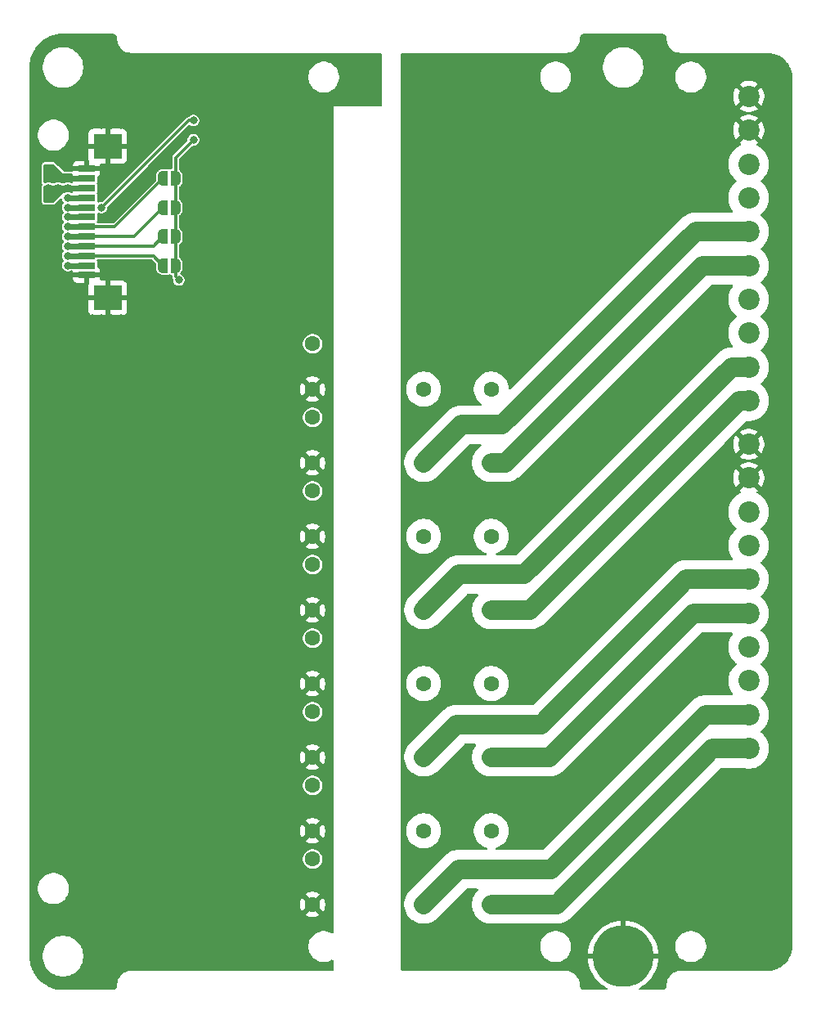
<source format=gbr>
%TF.GenerationSoftware,KiCad,Pcbnew,9.0.0*%
%TF.CreationDate,2025-03-10T21:13:25+03:00*%
%TF.ProjectId,PM_CNV-RQ8,504d5f43-4e56-42d5-9251-382e6b696361,rev?*%
%TF.SameCoordinates,Original*%
%TF.FileFunction,Copper,L2,Bot*%
%TF.FilePolarity,Positive*%
%FSLAX46Y46*%
G04 Gerber Fmt 4.6, Leading zero omitted, Abs format (unit mm)*
G04 Created by KiCad (PCBNEW 9.0.0) date 2025-03-10 21:13:25*
%MOMM*%
%LPD*%
G01*
G04 APERTURE LIST*
G04 Aperture macros list*
%AMFreePoly0*
4,1,23,0.500000,-0.750000,0.000000,-0.750000,0.000000,-0.745722,-0.065263,-0.745722,-0.191342,-0.711940,-0.304381,-0.646677,-0.396677,-0.554381,-0.461940,-0.441342,-0.495722,-0.315263,-0.495722,-0.250000,-0.500000,-0.250000,-0.500000,0.250000,-0.495722,0.250000,-0.495722,0.315263,-0.461940,0.441342,-0.396677,0.554381,-0.304381,0.646677,-0.191342,0.711940,-0.065263,0.745722,0.000000,0.745722,
0.000000,0.750000,0.500000,0.750000,0.500000,-0.750000,0.500000,-0.750000,$1*%
%AMFreePoly1*
4,1,23,0.000000,0.745722,0.065263,0.745722,0.191342,0.711940,0.304381,0.646677,0.396677,0.554381,0.461940,0.441342,0.495722,0.315263,0.495722,0.250000,0.500000,0.250000,0.500000,-0.250000,0.495722,-0.250000,0.495722,-0.315263,0.461940,-0.441342,0.396677,-0.554381,0.304381,-0.646677,0.191342,-0.711940,0.065263,-0.745722,0.000000,-0.745722,0.000000,-0.750000,-0.500000,-0.750000,
-0.500000,0.750000,0.000000,0.750000,0.000000,0.745722,0.000000,0.745722,$1*%
G04 Aperture macros list end*
%TA.AperFunction,SMDPad,CuDef*%
%ADD10R,1.803400X0.635000*%
%TD*%
%TA.AperFunction,SMDPad,CuDef*%
%ADD11R,2.997200X2.590800*%
%TD*%
%TA.AperFunction,ComponentPad*%
%ADD12C,1.608000*%
%TD*%
%TA.AperFunction,ComponentPad*%
%ADD13C,2.200000*%
%TD*%
%TA.AperFunction,ComponentPad*%
%ADD14O,6.350000X6.350000*%
%TD*%
%TA.AperFunction,SMDPad,CuDef*%
%ADD15FreePoly0,0.000000*%
%TD*%
%TA.AperFunction,SMDPad,CuDef*%
%ADD16FreePoly1,0.000000*%
%TD*%
%TA.AperFunction,ViaPad*%
%ADD17C,0.800000*%
%TD*%
%TA.AperFunction,Conductor*%
%ADD18C,0.300000*%
%TD*%
%TA.AperFunction,Conductor*%
%ADD19C,0.600000*%
%TD*%
%TA.AperFunction,Conductor*%
%ADD20C,0.200000*%
%TD*%
%TA.AperFunction,Conductor*%
%ADD21C,2.000000*%
%TD*%
G04 APERTURE END LIST*
D10*
%TO.P,J2,1,Pin_1*%
%TO.N,GND_MCU*%
X-33556000Y35499992D03*
%TO.P,J2,2,Pin_2*%
%TO.N,+5V_MCU*%
X-33556000Y34499994D03*
%TO.P,J2,3,Pin_3*%
%TO.N,+3.3V_MCU*%
X-33556000Y33499996D03*
%TO.P,J2,4,Pin_4*%
%TO.N,/MOSI*%
X-33556000Y32499998D03*
%TO.P,J2,5,Pin_5*%
%TO.N,/MISO*%
X-33556000Y31500000D03*
%TO.P,J2,6,Pin_6*%
%TO.N,/SCK*%
X-33556000Y30500000D03*
%TO.P,J2,7,Pin_7*%
%TO.N,/CS0*%
X-33556000Y29500000D03*
%TO.P,J2,8,Pin_8*%
%TO.N,/CS1*%
X-33556000Y28500000D03*
%TO.P,J2,9,Pin_9*%
%TO.N,/CS2*%
X-33556000Y27500002D03*
%TO.P,J2,10,Pin_10*%
%TO.N,/CS3*%
X-33556000Y26500004D03*
%TO.P,J2,11,Pin_11*%
%TO.N,/INT*%
X-33556000Y25500006D03*
%TO.P,J2,12,Pin_11*%
%TO.N,GND_MCU*%
X-33556000Y24500008D03*
D11*
%TO.P,J2,13,Pin_11*%
X-31385999Y37850003D03*
X-31385999Y22149997D03*
%TD*%
D12*
%TO.P,K4,1,1*%
%TO.N,GND_MCU*%
X-10160000Y-10160000D03*
%TO.P,K4,2,2*%
%TO.N,Net-(J7-Pin_2)*%
X1340000Y-10160000D03*
%TO.P,K4,3,3*%
%TO.N,Net-(J7-Pin_1)*%
X8340000Y-10160000D03*
%TO.P,K4,4,4*%
%TO.N,/K4*%
X-10160000Y-5460000D03*
%TD*%
%TO.P,K5,1,1*%
%TO.N,GND_MCU*%
X-10160000Y-17780000D03*
%TO.P,K5,2,2*%
%TO.N,Net-(J8-Pin_8)*%
X1340000Y-17780000D03*
%TO.P,K5,3,3*%
%TO.N,Net-(J8-Pin_7)*%
X8340000Y-17780000D03*
%TO.P,K5,4,4*%
%TO.N,/K5*%
X-10160000Y-13080000D03*
%TD*%
%TO.P,K6,1,1*%
%TO.N,GND_MCU*%
X-10160000Y-25400000D03*
%TO.P,K6,2,2*%
%TO.N,Net-(J8-Pin_6)*%
X1340000Y-25400000D03*
%TO.P,K6,3,3*%
%TO.N,Net-(J8-Pin_5)*%
X8340000Y-25400000D03*
%TO.P,K6,4,4*%
%TO.N,/K6*%
X-10160000Y-20700000D03*
%TD*%
%TO.P,K8,1,1*%
%TO.N,GND_MCU*%
X-10160000Y-40640000D03*
%TO.P,K8,2,2*%
%TO.N,Net-(J8-Pin_2)*%
X1340000Y-40640000D03*
%TO.P,K8,3,3*%
%TO.N,Net-(J8-Pin_1)*%
X8340000Y-40640000D03*
%TO.P,K8,4,4*%
%TO.N,/K8*%
X-10160000Y-35940000D03*
%TD*%
%TO.P,K1,1,1*%
%TO.N,GND_MCU*%
X-10160000Y12700000D03*
%TO.P,K1,2,2*%
%TO.N,Net-(J7-Pin_8)*%
X1340000Y12700000D03*
%TO.P,K1,3,3*%
%TO.N,Net-(J7-Pin_7)*%
X8340000Y12700000D03*
%TO.P,K1,4,4*%
%TO.N,/K1*%
X-10160000Y17400000D03*
%TD*%
D13*
%TO.P,J8,1,Pin_1*%
%TO.N,Net-(J8-Pin_1)*%
X35000000Y-24500000D03*
%TO.P,J8,2,Pin_2*%
%TO.N,Net-(J8-Pin_2)*%
X35000000Y-21000000D03*
%TO.P,J8,3,Pin_3*%
%TO.N,Net-(J8-Pin_3)*%
X35000000Y-17500000D03*
%TO.P,J8,4,Pin_4*%
%TO.N,Net-(J8-Pin_4)*%
X35000000Y-14000000D03*
%TO.P,J8,5,Pin_5*%
%TO.N,Net-(J8-Pin_5)*%
X35000000Y-10500000D03*
%TO.P,J8,6,Pin_6*%
%TO.N,Net-(J8-Pin_6)*%
X35000000Y-7000000D03*
%TO.P,J8,7,Pin_7*%
%TO.N,Net-(J8-Pin_7)*%
X35000000Y-3500000D03*
%TO.P,J8,8,Pin_8*%
%TO.N,Net-(J8-Pin_8)*%
X35000000Y0D03*
%TO.P,J8,9,Pin_9*%
%TO.N,PE*%
X35000000Y3500000D03*
%TO.P,J8,10,Pin_10*%
X35000000Y7000000D03*
%TD*%
D12*
%TO.P,K7,1,1*%
%TO.N,GND_MCU*%
X-10160000Y-33020000D03*
%TO.P,K7,2,2*%
%TO.N,Net-(J8-Pin_4)*%
X1340000Y-33020000D03*
%TO.P,K7,3,3*%
%TO.N,Net-(J8-Pin_3)*%
X8340000Y-33020000D03*
%TO.P,K7,4,4*%
%TO.N,/K7*%
X-10160000Y-28320000D03*
%TD*%
D14*
%TO.P,PE1,1*%
%TO.N,PE*%
X22000000Y-46000000D03*
%TD*%
D12*
%TO.P,K3,1,1*%
%TO.N,GND_MCU*%
X-10160000Y-2540000D03*
%TO.P,K3,2,2*%
%TO.N,Net-(J7-Pin_4)*%
X1340000Y-2540000D03*
%TO.P,K3,3,3*%
%TO.N,Net-(J7-Pin_3)*%
X8340000Y-2540000D03*
%TO.P,K3,4,4*%
%TO.N,/K3*%
X-10160000Y2160000D03*
%TD*%
%TO.P,K2,1,1*%
%TO.N,GND_MCU*%
X-10160000Y5080000D03*
%TO.P,K2,2,2*%
%TO.N,Net-(J7-Pin_6)*%
X1340000Y5080000D03*
%TO.P,K2,3,3*%
%TO.N,Net-(J7-Pin_5)*%
X8340000Y5080000D03*
%TO.P,K2,4,4*%
%TO.N,/K2*%
X-10160000Y9780000D03*
%TD*%
D13*
%TO.P,J7,1,Pin_1*%
%TO.N,Net-(J7-Pin_1)*%
X35000000Y11500000D03*
%TO.P,J7,2,Pin_2*%
%TO.N,Net-(J7-Pin_2)*%
X35000000Y15000000D03*
%TO.P,J7,3,Pin_3*%
%TO.N,Net-(J7-Pin_3)*%
X35000000Y18500000D03*
%TO.P,J7,4,Pin_4*%
%TO.N,Net-(J7-Pin_4)*%
X35000000Y22000000D03*
%TO.P,J7,5,Pin_5*%
%TO.N,Net-(J7-Pin_5)*%
X35000000Y25500000D03*
%TO.P,J7,6,Pin_6*%
%TO.N,Net-(J7-Pin_6)*%
X35000000Y29000000D03*
%TO.P,J7,7,Pin_7*%
%TO.N,Net-(J7-Pin_7)*%
X35000000Y32500000D03*
%TO.P,J7,8,Pin_8*%
%TO.N,Net-(J7-Pin_8)*%
X35000000Y36000000D03*
%TO.P,J7,9,Pin_9*%
%TO.N,PE*%
X35000000Y39500000D03*
%TO.P,J7,10,Pin_10*%
X35000000Y43000000D03*
%TD*%
D15*
%TO.P,JP3,1,A*%
%TO.N,/CS2*%
X-25650000Y28500000D03*
D16*
%TO.P,JP3,2,B*%
%TO.N,/CS*%
X-24350000Y28500000D03*
%TD*%
D15*
%TO.P,JP4,1,A*%
%TO.N,/CS3*%
X-25650000Y25500000D03*
D16*
%TO.P,JP4,2,B*%
%TO.N,/CS*%
X-24350000Y25500000D03*
%TD*%
D15*
%TO.P,JP1,1,A*%
%TO.N,/CS0*%
X-25650000Y34500000D03*
D16*
%TO.P,JP1,2,B*%
%TO.N,/CS*%
X-24350000Y34500000D03*
%TD*%
D15*
%TO.P,JP2,1,A*%
%TO.N,/CS1*%
X-25650000Y31500000D03*
D16*
%TO.P,JP2,2,B*%
%TO.N,/CS*%
X-24350000Y31500000D03*
%TD*%
D17*
%TO.N,GND_MCU*%
X-30500000Y-17000000D03*
X-30500000Y-15000000D03*
X-28500000Y-17000000D03*
X-29500000Y-16000000D03*
X-28500000Y-15000000D03*
X-14000000Y37000000D03*
X-14000000Y38000000D03*
X-14000000Y39000000D03*
%TO.N,/CS*%
X-22500000Y38500000D03*
%TO.N,/MISO*%
X-22500000Y40500000D03*
X-32000000Y31500000D03*
%TO.N,/CS*%
X-24000000Y24000000D03*
%TO.N,/INT*%
X-35500000Y25500000D03*
%TO.N,GND_MCU*%
X-33000000Y40000000D03*
X-32000000Y40000000D03*
X-31000000Y40000000D03*
X-30000000Y40000000D03*
X-33000000Y20000000D03*
X-32000000Y20000000D03*
X-31000000Y20000000D03*
X-30000000Y20000000D03*
%TO.N,+3.3V_MCU*%
X-37500000Y32500000D03*
X-37500000Y33500000D03*
X-36500000Y33500000D03*
X-35500000Y33500000D03*
%TO.N,+5V_MCU*%
X-35500000Y34500000D03*
X-36500000Y34500000D03*
X-37500000Y35500000D03*
X-37500000Y34500000D03*
%TO.N,/MOSI*%
X-35500000Y32500000D03*
%TO.N,/CS3*%
X-35500000Y26500000D03*
%TO.N,/CS2*%
X-35500000Y27500000D03*
%TO.N,/CS1*%
X-35500000Y28500000D03*
%TO.N,/CS0*%
X-35500000Y29500000D03*
%TO.N,/SCK*%
X-35500000Y30500000D03*
%TO.N,/MISO*%
X-35500000Y31500000D03*
%TD*%
D18*
%TO.N,/CS*%
X-24350000Y36650000D02*
X-22500000Y38500000D01*
X-24350000Y34500000D02*
X-24350000Y36650000D01*
%TO.N,/MISO*%
X-23000000Y40500000D02*
X-22500000Y40500000D01*
X-32000000Y31500000D02*
X-23000000Y40500000D01*
%TO.N,/CS*%
X-24350000Y28500000D02*
X-24350000Y25500000D01*
X-24350000Y31500000D02*
X-24350000Y28500000D01*
X-24350000Y34500000D02*
X-24350000Y31500000D01*
%TO.N,/CS0*%
X-33556000Y29500000D02*
X-30650000Y29500000D01*
X-30650000Y29500000D02*
X-25650000Y34500000D01*
%TO.N,/CS1*%
X-25650000Y31500000D02*
X-28650000Y28500000D01*
X-28650000Y28500000D02*
X-33556000Y28500000D01*
%TO.N,/CS2*%
X-25650000Y28500000D02*
X-26649998Y27500002D01*
X-26649998Y27500002D02*
X-33556000Y27500002D01*
%TO.N,/CS3*%
X-25650000Y25500000D02*
X-26650004Y26500004D01*
X-26650004Y26500004D02*
X-33556000Y26500004D01*
%TO.N,/CS*%
X-24350000Y24350000D02*
X-24000000Y24000000D01*
X-24350000Y25500000D02*
X-24350000Y24350000D01*
D19*
%TO.N,/INT*%
X-33556000Y25500006D02*
X-35499994Y25500006D01*
X-35499994Y25500006D02*
X-35500000Y25500000D01*
%TO.N,/MOSI*%
X-35499995Y32499995D02*
X-35500000Y32500000D01*
X-33556000Y32499995D02*
X-35499995Y32499995D01*
%TO.N,/CS3*%
X-35500000Y26500000D02*
X-33556007Y26500000D01*
X-33556007Y26500000D02*
X-33556000Y26500007D01*
%TO.N,/CS2*%
X-35500000Y27500000D02*
X-33556005Y27500000D01*
X-33556005Y27500000D02*
X-33556000Y27500005D01*
%TO.N,/CS1*%
X-35500000Y28500000D02*
X-33556003Y28500000D01*
X-33556003Y28500000D02*
X-33556000Y28500003D01*
%TO.N,/CS0*%
X-35500000Y29500000D02*
X-33556000Y29500001D01*
%TO.N,/SCK*%
X-33556000Y30499999D02*
X-35500000Y30500000D01*
%TO.N,/MISO*%
X-35500000Y31500000D02*
X-33556003Y31500000D01*
X-33556003Y31500000D02*
X-33556000Y31499997D01*
D18*
%TO.N,/CS3*%
X-35499993Y26500007D02*
X-35500000Y26500000D01*
%TO.N,/CS2*%
X-35499995Y27500005D02*
X-35500000Y27500000D01*
%TO.N,/CS1*%
X-35499997Y28500003D02*
X-35500000Y28500000D01*
%TO.N,/MISO*%
X-35499997Y31499997D02*
X-35500000Y31500000D01*
D20*
%TO.N,/CS3*%
X-33556000Y26500007D02*
X-33555993Y26500000D01*
%TO.N,/CS0*%
X-33556001Y29500000D02*
X-33556000Y29500001D01*
%TO.N,/CS2*%
X-33556000Y27500005D02*
X-33555995Y27500000D01*
D21*
%TO.N,Net-(J7-Pin_2)*%
X5000000Y-6500000D02*
X11757360Y-6500000D01*
X11757360Y-6500000D02*
X33257360Y15000000D01*
X33257360Y15000000D02*
X35000000Y15000000D01*
X1340000Y-10160000D02*
X5000000Y-6500000D01*
%TO.N,Net-(J7-Pin_1)*%
X8340000Y-10160000D02*
X12340000Y-10160000D01*
X34000000Y11500000D02*
X35000000Y11500000D01*
X12340000Y-10160000D02*
X34000000Y11500000D01*
%TO.N,Net-(J7-Pin_5)*%
X9822640Y5080000D02*
X30242640Y25500000D01*
X30242640Y25500000D02*
X35000000Y25500000D01*
X8340000Y5080000D02*
X9822640Y5080000D01*
%TO.N,Net-(J7-Pin_6)*%
X1340000Y5080000D02*
X5260000Y9000000D01*
X5260000Y9000000D02*
X9500000Y9000000D01*
X9500000Y9000000D02*
X29500000Y29000000D01*
X29500000Y29000000D02*
X35000000Y29000000D01*
%TO.N,Net-(J8-Pin_1)*%
X31242640Y-24500000D02*
X35000000Y-24500000D01*
X8340000Y-40640000D02*
X15102640Y-40640000D01*
X15102640Y-40640000D02*
X31242640Y-24500000D01*
%TO.N,Net-(J8-Pin_5)*%
X8340000Y-25400000D02*
X14342640Y-25400000D01*
X14342640Y-25400000D02*
X29242640Y-10500000D01*
X29242640Y-10500000D02*
X35000000Y-10500000D01*
%TO.N,Net-(J8-Pin_6)*%
X13500000Y-22000000D02*
X28500000Y-7000000D01*
X1340000Y-25400000D02*
X4740000Y-22000000D01*
X4740000Y-22000000D02*
X13500000Y-22000000D01*
X28500000Y-7000000D02*
X35000000Y-7000000D01*
%TO.N,Net-(J8-Pin_2)*%
X14500000Y-37000000D02*
X30500000Y-21000000D01*
X30500000Y-21000000D02*
X35000000Y-21000000D01*
X1340000Y-40640000D02*
X4980000Y-37000000D01*
X4980000Y-37000000D02*
X14500000Y-37000000D01*
%TD*%
%TA.AperFunction,Conductor*%
%TO.N,PE*%
G36*
X26006922Y49498720D02*
G01*
X26097266Y49488541D01*
X26124331Y49482364D01*
X26203540Y49454648D01*
X26228553Y49442602D01*
X26299606Y49397957D01*
X26321313Y49380645D01*
X26380644Y49321314D01*
X26397957Y49299605D01*
X26442600Y49228556D01*
X26454648Y49203538D01*
X26482362Y49124334D01*
X26488540Y49097265D01*
X26498720Y49006924D01*
X26499500Y48993039D01*
X26499500Y48892683D01*
X26530044Y48680236D01*
X26530047Y48680226D01*
X26590517Y48474285D01*
X26679672Y48279062D01*
X26679679Y48279049D01*
X26734860Y48193186D01*
X26794425Y48100500D01*
X26795720Y48098486D01*
X26936275Y47936276D01*
X27060277Y47828828D01*
X27098487Y47795719D01*
X27169245Y47750246D01*
X27279048Y47679680D01*
X27279061Y47679673D01*
X27474284Y47590518D01*
X27474288Y47590517D01*
X27474290Y47590516D01*
X27680231Y47530046D01*
X27680232Y47530046D01*
X27680235Y47530045D01*
X27743584Y47520938D01*
X27892682Y47499500D01*
X27934108Y47499500D01*
X36934108Y47499500D01*
X36996249Y47499500D01*
X37003736Y47499274D01*
X37293796Y47481729D01*
X37308659Y47479924D01*
X37590798Y47428220D01*
X37605335Y47424637D01*
X37879172Y47339305D01*
X37893163Y47334000D01*
X38154743Y47216273D01*
X38167989Y47209320D01*
X38413465Y47060925D01*
X38425776Y47052427D01*
X38472520Y47015806D01*
X38651573Y46875527D01*
X38662781Y46865597D01*
X38865596Y46662782D01*
X38875526Y46651574D01*
X39007406Y46483241D01*
X39052422Y46425783D01*
X39060926Y46413463D01*
X39177398Y46220795D01*
X39209316Y46167996D01*
X39216275Y46154737D01*
X39333997Y45893169D01*
X39339306Y45879168D01*
X39424635Y45605337D01*
X39428219Y45590799D01*
X39479923Y45308660D01*
X39481728Y45293795D01*
X39499274Y45003737D01*
X39499500Y44996250D01*
X39499500Y-44996249D01*
X39499274Y-45003736D01*
X39481728Y-45293794D01*
X39479923Y-45308659D01*
X39428219Y-45590798D01*
X39424635Y-45605336D01*
X39339306Y-45879167D01*
X39333997Y-45893168D01*
X39216275Y-46154736D01*
X39209316Y-46167995D01*
X39060928Y-46413459D01*
X39052422Y-46425782D01*
X38875526Y-46651573D01*
X38865596Y-46662781D01*
X38662781Y-46865596D01*
X38651573Y-46875526D01*
X38425782Y-47052422D01*
X38413459Y-47060928D01*
X38167995Y-47209316D01*
X38154736Y-47216275D01*
X37893168Y-47333997D01*
X37879167Y-47339306D01*
X37605336Y-47424635D01*
X37590798Y-47428219D01*
X37308659Y-47479923D01*
X37293794Y-47481728D01*
X37003736Y-47499274D01*
X36996249Y-47499500D01*
X27892682Y-47499500D01*
X27680235Y-47530044D01*
X27680225Y-47530047D01*
X27474284Y-47590517D01*
X27279061Y-47679672D01*
X27279048Y-47679679D01*
X27098485Y-47795720D01*
X26936275Y-47936275D01*
X26795720Y-48098485D01*
X26679679Y-48279048D01*
X26679672Y-48279061D01*
X26590517Y-48474284D01*
X26530047Y-48680225D01*
X26530044Y-48680235D01*
X26499500Y-48892682D01*
X26499500Y-48993038D01*
X26498720Y-49006922D01*
X26498720Y-49006923D01*
X26488540Y-49097264D01*
X26482362Y-49124333D01*
X26454648Y-49203537D01*
X26442600Y-49228555D01*
X26397957Y-49299604D01*
X26380644Y-49321313D01*
X26321313Y-49380644D01*
X26299604Y-49397957D01*
X26228555Y-49442600D01*
X26203537Y-49454648D01*
X26124333Y-49482362D01*
X26097264Y-49488540D01*
X26017075Y-49497576D01*
X26006921Y-49498720D01*
X25993038Y-49499500D01*
X23743912Y-49499500D01*
X23676873Y-49479815D01*
X23631118Y-49427011D01*
X23621174Y-49357853D01*
X23650199Y-49294297D01*
X23685459Y-49266142D01*
X23891594Y-49155960D01*
X23891612Y-49155949D01*
X24191826Y-48955352D01*
X24191840Y-48955342D01*
X24470961Y-48726274D01*
X24726274Y-48470961D01*
X24955342Y-48191840D01*
X24955352Y-48191826D01*
X25155949Y-47891612D01*
X25155960Y-47891594D01*
X25326163Y-47573167D01*
X25326165Y-47573162D01*
X25464346Y-47239564D01*
X25569165Y-46894023D01*
X25639608Y-46539884D01*
X25668159Y-46250000D01*
X23580348Y-46250000D01*
X23600000Y-46125923D01*
X23600000Y-45874077D01*
X23580348Y-45750000D01*
X25668158Y-45750000D01*
X25639608Y-45460115D01*
X25569165Y-45105976D01*
X25508248Y-44905161D01*
X25498807Y-44874038D01*
X27399500Y-44874038D01*
X27399500Y-45125961D01*
X27438910Y-45374785D01*
X27516760Y-45614383D01*
X27631132Y-45838848D01*
X27779201Y-46042649D01*
X27779205Y-46042654D01*
X27957345Y-46220794D01*
X27957350Y-46220798D01*
X28135117Y-46349952D01*
X28161155Y-46368870D01*
X28304184Y-46441747D01*
X28385616Y-46483239D01*
X28385618Y-46483239D01*
X28385621Y-46483241D01*
X28625215Y-46561090D01*
X28874038Y-46600500D01*
X28874039Y-46600500D01*
X29125961Y-46600500D01*
X29125962Y-46600500D01*
X29374785Y-46561090D01*
X29614379Y-46483241D01*
X29838845Y-46368870D01*
X30042656Y-46220793D01*
X30220793Y-46042656D01*
X30368870Y-45838845D01*
X30483241Y-45614379D01*
X30561090Y-45374785D01*
X30600500Y-45125962D01*
X30600500Y-44874038D01*
X30561090Y-44625215D01*
X30483241Y-44385621D01*
X30483239Y-44385618D01*
X30483239Y-44385616D01*
X30441747Y-44304184D01*
X30368870Y-44161155D01*
X30330532Y-44108387D01*
X30220798Y-43957350D01*
X30220794Y-43957345D01*
X30042654Y-43779205D01*
X30042649Y-43779201D01*
X29838848Y-43631132D01*
X29838847Y-43631131D01*
X29838845Y-43631130D01*
X29768747Y-43595413D01*
X29614383Y-43516760D01*
X29374785Y-43438910D01*
X29125962Y-43399500D01*
X28874038Y-43399500D01*
X28749626Y-43419205D01*
X28625214Y-43438910D01*
X28385616Y-43516760D01*
X28161151Y-43631132D01*
X27957350Y-43779201D01*
X27957345Y-43779205D01*
X27779205Y-43957345D01*
X27779201Y-43957350D01*
X27631132Y-44161151D01*
X27516760Y-44385616D01*
X27438910Y-44625214D01*
X27399500Y-44874038D01*
X25498807Y-44874038D01*
X25464346Y-44760435D01*
X25326165Y-44426837D01*
X25326163Y-44426832D01*
X25155960Y-44108405D01*
X25155949Y-44108387D01*
X24955352Y-43808173D01*
X24955342Y-43808159D01*
X24726274Y-43529038D01*
X24470961Y-43273725D01*
X24191840Y-43044657D01*
X24191826Y-43044647D01*
X23891612Y-42844050D01*
X23891594Y-42844039D01*
X23573167Y-42673836D01*
X23573162Y-42673834D01*
X23239564Y-42535653D01*
X22894023Y-42430834D01*
X22539883Y-42360391D01*
X22539884Y-42360391D01*
X22250000Y-42331841D01*
X22250000Y-44419651D01*
X22125923Y-44400000D01*
X21874077Y-44400000D01*
X21750000Y-44419651D01*
X21750000Y-42331841D01*
X21460115Y-42360391D01*
X21105976Y-42430834D01*
X20760435Y-42535653D01*
X20426837Y-42673834D01*
X20426832Y-42673836D01*
X20108405Y-42844039D01*
X20108387Y-42844050D01*
X19808173Y-43044647D01*
X19808159Y-43044657D01*
X19529038Y-43273725D01*
X19273725Y-43529038D01*
X19044657Y-43808159D01*
X19044647Y-43808173D01*
X18844050Y-44108387D01*
X18844039Y-44108405D01*
X18673836Y-44426832D01*
X18673834Y-44426837D01*
X18535653Y-44760435D01*
X18430834Y-45105976D01*
X18360391Y-45460115D01*
X18331841Y-45750000D01*
X20419652Y-45750000D01*
X20400000Y-45874077D01*
X20400000Y-46125923D01*
X20419652Y-46250000D01*
X18331841Y-46250000D01*
X18360391Y-46539884D01*
X18430834Y-46894023D01*
X18535653Y-47239564D01*
X18673834Y-47573162D01*
X18673836Y-47573167D01*
X18844039Y-47891594D01*
X18844050Y-47891612D01*
X19044647Y-48191826D01*
X19044657Y-48191840D01*
X19273725Y-48470961D01*
X19529038Y-48726274D01*
X19808159Y-48955342D01*
X19808173Y-48955352D01*
X20108387Y-49155949D01*
X20108405Y-49155960D01*
X20314541Y-49266142D01*
X20364385Y-49315104D01*
X20379846Y-49383242D01*
X20356014Y-49448922D01*
X20300457Y-49491290D01*
X20256088Y-49499500D01*
X18006962Y-49499500D01*
X17993078Y-49498720D01*
X17980553Y-49497308D01*
X17902735Y-49488540D01*
X17875666Y-49482362D01*
X17796462Y-49454648D01*
X17771444Y-49442600D01*
X17700395Y-49397957D01*
X17678686Y-49380644D01*
X17619355Y-49321313D01*
X17602042Y-49299604D01*
X17598707Y-49294297D01*
X17557398Y-49228553D01*
X17545351Y-49203537D01*
X17528703Y-49155960D01*
X17517636Y-49124331D01*
X17511459Y-49097263D01*
X17501280Y-49006922D01*
X17500500Y-48993038D01*
X17500500Y-48892683D01*
X17500500Y-48892682D01*
X17469954Y-48680231D01*
X17409484Y-48474290D01*
X17409483Y-48474288D01*
X17409482Y-48474284D01*
X17320327Y-48279061D01*
X17320320Y-48279048D01*
X17249102Y-48168231D01*
X17204281Y-48098487D01*
X17124227Y-48006100D01*
X17063724Y-47936275D01*
X16901514Y-47795720D01*
X16901513Y-47795719D01*
X16836991Y-47754253D01*
X16720951Y-47679679D01*
X16720938Y-47679672D01*
X16525715Y-47590517D01*
X16319774Y-47530047D01*
X16319764Y-47530044D01*
X16128754Y-47502582D01*
X16107318Y-47499500D01*
X16065892Y-47499500D01*
X-876000Y-47499500D01*
X-943039Y-47479815D01*
X-988794Y-47427011D01*
X-1000000Y-47375500D01*
X-1000000Y-44874038D01*
X13399500Y-44874038D01*
X13399500Y-45125961D01*
X13438910Y-45374785D01*
X13516760Y-45614383D01*
X13631132Y-45838848D01*
X13779201Y-46042649D01*
X13779205Y-46042654D01*
X13957345Y-46220794D01*
X13957350Y-46220798D01*
X14135117Y-46349952D01*
X14161155Y-46368870D01*
X14304184Y-46441747D01*
X14385616Y-46483239D01*
X14385618Y-46483239D01*
X14385621Y-46483241D01*
X14625215Y-46561090D01*
X14874038Y-46600500D01*
X14874039Y-46600500D01*
X15125961Y-46600500D01*
X15125962Y-46600500D01*
X15374785Y-46561090D01*
X15614379Y-46483241D01*
X15838845Y-46368870D01*
X16042656Y-46220793D01*
X16220793Y-46042656D01*
X16368870Y-45838845D01*
X16483241Y-45614379D01*
X16561090Y-45374785D01*
X16600500Y-45125962D01*
X16600500Y-44874038D01*
X16561090Y-44625215D01*
X16483241Y-44385621D01*
X16483239Y-44385618D01*
X16483239Y-44385616D01*
X16441747Y-44304184D01*
X16368870Y-44161155D01*
X16330532Y-44108387D01*
X16220798Y-43957350D01*
X16220794Y-43957345D01*
X16042654Y-43779205D01*
X16042649Y-43779201D01*
X15838848Y-43631132D01*
X15838847Y-43631131D01*
X15838845Y-43631130D01*
X15768747Y-43595413D01*
X15614383Y-43516760D01*
X15374785Y-43438910D01*
X15125962Y-43399500D01*
X14874038Y-43399500D01*
X14749626Y-43419205D01*
X14625214Y-43438910D01*
X14385616Y-43516760D01*
X14161151Y-43631132D01*
X13957350Y-43779201D01*
X13957345Y-43779205D01*
X13779205Y-43957345D01*
X13779201Y-43957350D01*
X13631132Y-44161151D01*
X13516760Y-44385616D01*
X13438910Y-44625214D01*
X13399500Y-44874038D01*
X-1000000Y-44874038D01*
X-1000000Y-32901726D01*
X-464500Y-32901726D01*
X-464500Y-33138273D01*
X-433626Y-33372792D01*
X-372401Y-33601286D01*
X-281882Y-33819818D01*
X-281877Y-33819829D01*
X-163611Y-34024670D01*
X-163600Y-34024686D01*
X-19608Y-34212341D01*
X-19602Y-34212348D01*
X147651Y-34379601D01*
X147657Y-34379606D01*
X335322Y-34523606D01*
X335329Y-34523610D01*
X540170Y-34641876D01*
X540175Y-34641878D01*
X540178Y-34641880D01*
X758718Y-34732402D01*
X987204Y-34793625D01*
X1163096Y-34816781D01*
X1221726Y-34824500D01*
X1221727Y-34824500D01*
X1458274Y-34824500D01*
X1505177Y-34818325D01*
X1692796Y-34793625D01*
X1921282Y-34732402D01*
X2139822Y-34641880D01*
X2344678Y-34523606D01*
X2532343Y-34379606D01*
X2699606Y-34212343D01*
X2843606Y-34024678D01*
X2961880Y-33819822D01*
X3052402Y-33601282D01*
X3113625Y-33372796D01*
X3144500Y-33138273D01*
X3144500Y-32901727D01*
X3113625Y-32667204D01*
X3052402Y-32438718D01*
X2961880Y-32220178D01*
X2961878Y-32220175D01*
X2961876Y-32220170D01*
X2843610Y-32015329D01*
X2843606Y-32015322D01*
X2699606Y-31827657D01*
X2699601Y-31827651D01*
X2532348Y-31660398D01*
X2532341Y-31660392D01*
X2344686Y-31516400D01*
X2344684Y-31516398D01*
X2344678Y-31516394D01*
X2344673Y-31516391D01*
X2344670Y-31516389D01*
X2139829Y-31398123D01*
X2139818Y-31398118D01*
X1921286Y-31307599D01*
X1692792Y-31246374D01*
X1458274Y-31215500D01*
X1458273Y-31215500D01*
X1221727Y-31215500D01*
X1221726Y-31215500D01*
X987207Y-31246374D01*
X758713Y-31307599D01*
X540181Y-31398118D01*
X540170Y-31398123D01*
X335329Y-31516389D01*
X335313Y-31516400D01*
X147658Y-31660392D01*
X147651Y-31660398D01*
X-19602Y-31827651D01*
X-19608Y-31827658D01*
X-163600Y-32015313D01*
X-163611Y-32015329D01*
X-281877Y-32220170D01*
X-281882Y-32220181D01*
X-372401Y-32438713D01*
X-433626Y-32667207D01*
X-464500Y-32901726D01*
X-1000000Y-32901726D01*
X-1000000Y-25268879D01*
X-660499Y-25268879D01*
X-660499Y-25531120D01*
X-626272Y-25791112D01*
X-558398Y-26044419D01*
X-458046Y-26286690D01*
X-458042Y-26286700D01*
X-326925Y-26513801D01*
X-167285Y-26721849D01*
X-167279Y-26721856D01*
X18143Y-26907278D01*
X18150Y-26907284D01*
X226198Y-27066924D01*
X453299Y-27198041D01*
X453300Y-27198041D01*
X453303Y-27198043D01*
X695581Y-27298398D01*
X948884Y-27366271D01*
X1143881Y-27391942D01*
X1208879Y-27400499D01*
X1208880Y-27400499D01*
X1471121Y-27400499D01*
X1523119Y-27393653D01*
X1731116Y-27366271D01*
X1984419Y-27298398D01*
X2226697Y-27198043D01*
X2453802Y-27066924D01*
X2661851Y-26907283D01*
X5532315Y-24036819D01*
X5593638Y-24003334D01*
X5619996Y-24000500D01*
X6640853Y-24000500D01*
X6707892Y-24020185D01*
X6753647Y-24072989D01*
X6763591Y-24142147D01*
X6739228Y-24199987D01*
X6673075Y-24286196D01*
X6541958Y-24513299D01*
X6541953Y-24513309D01*
X6441605Y-24755571D01*
X6441602Y-24755581D01*
X6373730Y-25008885D01*
X6339500Y-25268872D01*
X6339500Y-25531127D01*
X6357716Y-25669483D01*
X6373730Y-25791116D01*
X6399670Y-25887926D01*
X6441602Y-26044418D01*
X6441605Y-26044428D01*
X6541953Y-26286690D01*
X6541958Y-26286700D01*
X6673075Y-26513803D01*
X6832718Y-26721851D01*
X6832726Y-26721860D01*
X7018140Y-26907274D01*
X7018145Y-26907278D01*
X7018149Y-26907282D01*
X7018152Y-26907284D01*
X7226196Y-27066924D01*
X7453299Y-27198041D01*
X7453309Y-27198046D01*
X7695571Y-27298394D01*
X7695581Y-27298398D01*
X7948884Y-27366270D01*
X8208880Y-27400500D01*
X8208887Y-27400500D01*
X14473753Y-27400500D01*
X14473760Y-27400500D01*
X14603758Y-27383385D01*
X14733756Y-27366271D01*
X14987059Y-27298398D01*
X15229337Y-27198043D01*
X15377672Y-27112402D01*
X15456443Y-27066924D01*
X15491746Y-27039834D01*
X15608170Y-26950500D01*
X15608170Y-26950498D01*
X15638592Y-26927155D01*
X15664485Y-26907288D01*
X15664487Y-26907285D01*
X15664491Y-26907283D01*
X30034955Y-12536819D01*
X30096278Y-12503334D01*
X30122636Y-12500500D01*
X33251537Y-12500500D01*
X33318576Y-12520185D01*
X33364331Y-12572989D01*
X33374275Y-12642147D01*
X33349913Y-12699986D01*
X33249754Y-12830516D01*
X33112080Y-13068971D01*
X33112075Y-13068982D01*
X33006704Y-13323369D01*
X32935441Y-13589331D01*
X32935438Y-13589344D01*
X32899501Y-13862315D01*
X32899500Y-13862332D01*
X32899500Y-14137667D01*
X32899501Y-14137684D01*
X32935438Y-14410655D01*
X32935439Y-14410660D01*
X32935440Y-14410666D01*
X32935441Y-14410668D01*
X33006704Y-14676630D01*
X33112075Y-14931017D01*
X33112080Y-14931028D01*
X33194861Y-15074407D01*
X33249751Y-15169479D01*
X33249753Y-15169482D01*
X33249754Y-15169483D01*
X33417370Y-15387926D01*
X33417376Y-15387933D01*
X33612066Y-15582623D01*
X33612073Y-15582629D01*
X33701989Y-15651624D01*
X33743192Y-15708052D01*
X33747347Y-15777798D01*
X33713135Y-15838718D01*
X33701989Y-15848376D01*
X33612073Y-15917370D01*
X33612066Y-15917376D01*
X33417376Y-16112066D01*
X33417370Y-16112073D01*
X33249754Y-16330516D01*
X33112080Y-16568971D01*
X33112075Y-16568982D01*
X33006704Y-16823369D01*
X32935441Y-17089331D01*
X32935438Y-17089344D01*
X32899501Y-17362315D01*
X32899500Y-17362332D01*
X32899500Y-17637667D01*
X32899501Y-17637684D01*
X32935438Y-17910655D01*
X32935439Y-17910660D01*
X32935440Y-17910666D01*
X32935441Y-17910668D01*
X33006704Y-18176630D01*
X33112075Y-18431017D01*
X33112080Y-18431028D01*
X33194861Y-18574407D01*
X33249751Y-18669479D01*
X33249753Y-18669482D01*
X33249754Y-18669483D01*
X33349913Y-18800014D01*
X33375107Y-18865183D01*
X33361068Y-18933628D01*
X33312254Y-18983618D01*
X33251537Y-18999500D01*
X30368872Y-18999500D01*
X30238882Y-19016615D01*
X30238881Y-19016615D01*
X30108887Y-19033728D01*
X29855580Y-19101602D01*
X29613309Y-19201954D01*
X29613299Y-19201958D01*
X29386196Y-19333075D01*
X29316849Y-19386289D01*
X29316848Y-19386290D01*
X29178150Y-19492715D01*
X29178143Y-19492721D01*
X13707685Y-34963181D01*
X13646362Y-34996666D01*
X13620004Y-34999500D01*
X8866332Y-34999500D01*
X8799293Y-34979815D01*
X8753538Y-34927011D01*
X8743594Y-34857853D01*
X8772619Y-34794297D01*
X8831397Y-34756523D01*
X8834198Y-34755736D01*
X8921282Y-34732402D01*
X9139822Y-34641880D01*
X9344678Y-34523606D01*
X9532343Y-34379606D01*
X9699606Y-34212343D01*
X9843606Y-34024678D01*
X9961880Y-33819822D01*
X10052402Y-33601282D01*
X10113625Y-33372796D01*
X10144500Y-33138273D01*
X10144500Y-32901727D01*
X10113625Y-32667204D01*
X10052402Y-32438718D01*
X9961880Y-32220178D01*
X9961878Y-32220175D01*
X9961876Y-32220170D01*
X9843610Y-32015329D01*
X9843606Y-32015322D01*
X9699606Y-31827657D01*
X9699601Y-31827651D01*
X9532348Y-31660398D01*
X9532341Y-31660392D01*
X9344686Y-31516400D01*
X9344684Y-31516398D01*
X9344678Y-31516394D01*
X9344673Y-31516391D01*
X9344670Y-31516389D01*
X9139829Y-31398123D01*
X9139818Y-31398118D01*
X8921286Y-31307599D01*
X8692792Y-31246374D01*
X8458274Y-31215500D01*
X8458273Y-31215500D01*
X8221727Y-31215500D01*
X8221726Y-31215500D01*
X7987207Y-31246374D01*
X7758713Y-31307599D01*
X7540181Y-31398118D01*
X7540170Y-31398123D01*
X7335329Y-31516389D01*
X7335313Y-31516400D01*
X7147658Y-31660392D01*
X7147651Y-31660398D01*
X6980398Y-31827651D01*
X6980392Y-31827658D01*
X6836400Y-32015313D01*
X6836389Y-32015329D01*
X6718123Y-32220170D01*
X6718118Y-32220181D01*
X6627599Y-32438713D01*
X6566374Y-32667207D01*
X6535500Y-32901726D01*
X6535500Y-33138273D01*
X6566374Y-33372792D01*
X6627599Y-33601286D01*
X6718118Y-33819818D01*
X6718123Y-33819829D01*
X6836389Y-34024670D01*
X6836400Y-34024686D01*
X6980392Y-34212341D01*
X6980398Y-34212348D01*
X7147651Y-34379601D01*
X7147657Y-34379606D01*
X7335322Y-34523606D01*
X7335329Y-34523610D01*
X7540170Y-34641876D01*
X7540175Y-34641878D01*
X7540178Y-34641880D01*
X7758718Y-34732402D01*
X7845763Y-34755725D01*
X7905422Y-34792090D01*
X7935951Y-34854937D01*
X7927656Y-34924313D01*
X7883171Y-34978191D01*
X7816619Y-34999465D01*
X7813668Y-34999500D01*
X4848872Y-34999500D01*
X4718882Y-35016615D01*
X4718881Y-35016615D01*
X4588887Y-35033728D01*
X4335580Y-35101602D01*
X4093309Y-35201954D01*
X4093299Y-35201958D01*
X3866197Y-35333075D01*
X3762172Y-35412897D01*
X3658145Y-35492719D01*
X3658140Y-35492723D01*
X-167279Y-39318143D01*
X-167285Y-39318150D01*
X-326925Y-39526198D01*
X-458042Y-39753299D01*
X-458046Y-39753309D01*
X-558398Y-39995580D01*
X-626272Y-40248887D01*
X-660499Y-40508879D01*
X-660499Y-40771120D01*
X-626272Y-41031112D01*
X-558398Y-41284419D01*
X-458046Y-41526690D01*
X-458042Y-41526700D01*
X-326925Y-41753801D01*
X-167285Y-41961849D01*
X-167279Y-41961856D01*
X18143Y-42147278D01*
X18150Y-42147284D01*
X226198Y-42306924D01*
X453299Y-42438041D01*
X453300Y-42438041D01*
X453303Y-42438043D01*
X695581Y-42538398D01*
X948884Y-42606271D01*
X1143881Y-42631942D01*
X1208879Y-42640499D01*
X1208880Y-42640499D01*
X1471121Y-42640499D01*
X1523119Y-42633653D01*
X1731116Y-42606271D01*
X1984419Y-42538398D01*
X2226697Y-42438043D01*
X2453802Y-42306924D01*
X2661851Y-42147283D01*
X5772316Y-39036819D01*
X5833639Y-39003334D01*
X5859997Y-39000500D01*
X6851004Y-39000500D01*
X6918043Y-39020185D01*
X6963798Y-39072989D01*
X6973742Y-39142147D01*
X6944717Y-39205703D01*
X6938685Y-39212181D01*
X6832718Y-39318148D01*
X6673075Y-39526196D01*
X6541958Y-39753299D01*
X6541953Y-39753309D01*
X6441605Y-39995571D01*
X6441602Y-39995581D01*
X6373730Y-40248885D01*
X6339500Y-40508872D01*
X6339500Y-40771127D01*
X6366123Y-40973339D01*
X6373730Y-41031116D01*
X6441602Y-41284418D01*
X6441605Y-41284428D01*
X6541953Y-41526690D01*
X6541958Y-41526700D01*
X6673075Y-41753803D01*
X6832718Y-41961851D01*
X6832726Y-41961860D01*
X7018140Y-42147274D01*
X7018145Y-42147278D01*
X7018149Y-42147282D01*
X7018152Y-42147284D01*
X7226196Y-42306924D01*
X7453299Y-42438041D01*
X7453309Y-42438046D01*
X7688954Y-42535653D01*
X7695581Y-42538398D01*
X7948884Y-42606270D01*
X8208880Y-42640500D01*
X8208887Y-42640500D01*
X15233753Y-42640500D01*
X15233760Y-42640500D01*
X15363758Y-42623385D01*
X15493756Y-42606271D01*
X15747059Y-42538398D01*
X15989337Y-42438043D01*
X16137672Y-42352402D01*
X16216443Y-42306924D01*
X16251746Y-42279834D01*
X16368170Y-42190500D01*
X16368170Y-42190498D01*
X16398592Y-42167155D01*
X16424485Y-42147288D01*
X16424487Y-42147285D01*
X16424491Y-42147283D01*
X32034955Y-26536819D01*
X32096278Y-26503334D01*
X32122636Y-26500500D01*
X34333933Y-26500500D01*
X34366025Y-26504724D01*
X34589334Y-26564560D01*
X34862326Y-26600500D01*
X34862333Y-26600500D01*
X35137667Y-26600500D01*
X35137674Y-26600500D01*
X35410666Y-26564560D01*
X35676632Y-26493295D01*
X35931021Y-26387923D01*
X36169479Y-26250249D01*
X36387928Y-26082628D01*
X36582628Y-25887928D01*
X36750249Y-25669479D01*
X36887923Y-25431021D01*
X36993295Y-25176632D01*
X37064560Y-24910666D01*
X37100500Y-24637674D01*
X37100500Y-24362326D01*
X37064560Y-24089334D01*
X36993295Y-23823368D01*
X36887923Y-23568979D01*
X36887921Y-23568976D01*
X36887919Y-23568971D01*
X36838732Y-23483778D01*
X36750249Y-23330521D01*
X36582628Y-23112072D01*
X36582623Y-23112066D01*
X36387933Y-22917376D01*
X36387926Y-22917370D01*
X36298010Y-22848376D01*
X36256807Y-22791949D01*
X36252652Y-22722203D01*
X36286864Y-22661282D01*
X36298010Y-22651624D01*
X36387928Y-22582628D01*
X36582628Y-22387928D01*
X36750249Y-22169479D01*
X36887923Y-21931021D01*
X36993295Y-21676632D01*
X37064560Y-21410666D01*
X37100500Y-21137674D01*
X37100500Y-20862326D01*
X37064560Y-20589334D01*
X36993295Y-20323368D01*
X36887923Y-20068979D01*
X36887921Y-20068976D01*
X36887919Y-20068971D01*
X36826840Y-19963181D01*
X36750249Y-19830521D01*
X36582628Y-19612072D01*
X36582623Y-19612066D01*
X36387933Y-19417376D01*
X36387926Y-19417370D01*
X36298010Y-19348376D01*
X36256807Y-19291949D01*
X36252652Y-19222203D01*
X36286864Y-19161282D01*
X36298010Y-19151624D01*
X36363200Y-19101602D01*
X36387928Y-19082628D01*
X36582628Y-18887928D01*
X36750249Y-18669479D01*
X36887923Y-18431021D01*
X36993295Y-18176632D01*
X37064560Y-17910666D01*
X37100500Y-17637674D01*
X37100500Y-17362326D01*
X37064560Y-17089334D01*
X36993295Y-16823368D01*
X36887923Y-16568979D01*
X36887921Y-16568976D01*
X36887919Y-16568971D01*
X36838732Y-16483778D01*
X36750249Y-16330521D01*
X36582628Y-16112072D01*
X36582623Y-16112066D01*
X36387933Y-15917376D01*
X36387926Y-15917370D01*
X36298010Y-15848376D01*
X36256807Y-15791949D01*
X36252652Y-15722203D01*
X36286864Y-15661282D01*
X36298010Y-15651624D01*
X36387928Y-15582628D01*
X36582628Y-15387928D01*
X36750249Y-15169479D01*
X36887923Y-14931021D01*
X36993295Y-14676632D01*
X37064560Y-14410666D01*
X37100500Y-14137674D01*
X37100500Y-13862326D01*
X37064560Y-13589334D01*
X36993295Y-13323368D01*
X36887923Y-13068979D01*
X36887921Y-13068976D01*
X36887919Y-13068971D01*
X36838732Y-12983778D01*
X36750249Y-12830521D01*
X36681099Y-12740403D01*
X36582629Y-12612073D01*
X36582623Y-12612066D01*
X36387933Y-12417376D01*
X36387926Y-12417370D01*
X36298010Y-12348376D01*
X36256807Y-12291949D01*
X36252652Y-12222203D01*
X36286864Y-12161282D01*
X36298010Y-12151624D01*
X36331052Y-12126270D01*
X36387928Y-12082628D01*
X36582628Y-11887928D01*
X36750249Y-11669479D01*
X36887923Y-11431021D01*
X36993295Y-11176632D01*
X37064560Y-10910666D01*
X37100500Y-10637674D01*
X37100500Y-10362326D01*
X37064560Y-10089334D01*
X36993295Y-9823368D01*
X36887923Y-9568979D01*
X36887921Y-9568976D01*
X36887919Y-9568971D01*
X36838732Y-9483778D01*
X36750249Y-9330521D01*
X36582628Y-9112072D01*
X36582623Y-9112066D01*
X36387933Y-8917376D01*
X36387926Y-8917370D01*
X36298010Y-8848376D01*
X36256807Y-8791949D01*
X36252652Y-8722203D01*
X36286864Y-8661282D01*
X36298010Y-8651624D01*
X36310361Y-8642147D01*
X36387928Y-8582628D01*
X36582628Y-8387928D01*
X36750249Y-8169479D01*
X36887923Y-7931021D01*
X36993295Y-7676632D01*
X37064560Y-7410666D01*
X37100500Y-7137674D01*
X37100500Y-6862326D01*
X37064560Y-6589334D01*
X36993295Y-6323368D01*
X36887923Y-6068979D01*
X36887921Y-6068976D01*
X36887919Y-6068971D01*
X36838732Y-5983778D01*
X36750249Y-5830521D01*
X36582628Y-5612072D01*
X36582623Y-5612066D01*
X36387933Y-5417376D01*
X36387926Y-5417370D01*
X36298010Y-5348376D01*
X36256807Y-5291949D01*
X36252652Y-5222203D01*
X36286864Y-5161282D01*
X36298010Y-5151624D01*
X36363200Y-5101602D01*
X36387928Y-5082628D01*
X36582628Y-4887928D01*
X36750249Y-4669479D01*
X36887923Y-4431021D01*
X36993295Y-4176632D01*
X37064560Y-3910666D01*
X37100500Y-3637674D01*
X37100500Y-3362326D01*
X37064560Y-3089334D01*
X36993295Y-2823368D01*
X36887923Y-2568979D01*
X36887921Y-2568976D01*
X36887919Y-2568971D01*
X36838732Y-2483778D01*
X36750249Y-2330521D01*
X36582628Y-2112072D01*
X36582623Y-2112066D01*
X36387933Y-1917376D01*
X36387926Y-1917370D01*
X36298010Y-1848376D01*
X36256807Y-1791949D01*
X36252652Y-1722203D01*
X36286864Y-1661282D01*
X36298010Y-1651624D01*
X36387928Y-1582628D01*
X36582628Y-1387928D01*
X36750249Y-1169479D01*
X36887923Y-931021D01*
X36993295Y-676632D01*
X37064560Y-410666D01*
X37100500Y-137674D01*
X37100500Y137674D01*
X37064560Y410666D01*
X36993295Y676632D01*
X36887923Y931021D01*
X36887921Y931024D01*
X36887919Y931029D01*
X36838732Y1016222D01*
X36750249Y1169479D01*
X36582628Y1387928D01*
X36582623Y1387934D01*
X36387933Y1582624D01*
X36387926Y1582630D01*
X36169483Y1750246D01*
X36169482Y1750247D01*
X36169479Y1750249D01*
X36074407Y1805139D01*
X35931028Y1887920D01*
X35931021Y1887923D01*
X35863137Y1916042D01*
X35808734Y1959884D01*
X35786670Y2026178D01*
X35803950Y2093877D01*
X35837706Y2130921D01*
X35940697Y2205749D01*
X35940698Y2205750D01*
X35285757Y2860691D01*
X35331574Y2879668D01*
X35446224Y2956274D01*
X35543726Y3053776D01*
X35620332Y3168426D01*
X35639309Y3214243D01*
X36294250Y2559302D01*
X36294250Y2559303D01*
X36368442Y2661419D01*
X36368446Y2661425D01*
X36482780Y2885816D01*
X36560602Y3125331D01*
X36600000Y3374072D01*
X36600000Y3625929D01*
X36560602Y3874670D01*
X36482780Y4114185D01*
X36368442Y4338584D01*
X36294250Y4440699D01*
X36294250Y4440700D01*
X35639309Y3785759D01*
X35620332Y3831574D01*
X35543726Y3946224D01*
X35446224Y4043726D01*
X35331574Y4120332D01*
X35285755Y4139311D01*
X35940698Y4794252D01*
X35838583Y4868443D01*
X35614184Y4982781D01*
X35374669Y5060603D01*
X35125928Y5100000D01*
X34874072Y5100000D01*
X34625330Y5060603D01*
X34385815Y4982781D01*
X34161413Y4868441D01*
X34059301Y4794253D01*
X34059300Y4794252D01*
X34714242Y4139310D01*
X34668426Y4120332D01*
X34553776Y4043726D01*
X34456274Y3946224D01*
X34379668Y3831574D01*
X34360690Y3785758D01*
X33705748Y4440700D01*
X33705747Y4440699D01*
X33631559Y4338587D01*
X33517219Y4114185D01*
X33439397Y3874670D01*
X33400000Y3625929D01*
X33400000Y3374072D01*
X33439397Y3125331D01*
X33517219Y2885816D01*
X33631557Y2661417D01*
X33705748Y2559303D01*
X33705748Y2559302D01*
X34360690Y3214244D01*
X34379668Y3168426D01*
X34456274Y3053776D01*
X34553776Y2956274D01*
X34668426Y2879668D01*
X34714242Y2860691D01*
X34059300Y2205750D01*
X34162293Y2130920D01*
X34204958Y2075589D01*
X34210937Y2005976D01*
X34178331Y1944181D01*
X34136860Y1916041D01*
X34068983Y1887926D01*
X34068971Y1887920D01*
X33830516Y1750246D01*
X33612073Y1582630D01*
X33612066Y1582624D01*
X33417376Y1387934D01*
X33417370Y1387927D01*
X33249754Y1169484D01*
X33112080Y931029D01*
X33112075Y931018D01*
X33006704Y676631D01*
X32935441Y410669D01*
X32935438Y410656D01*
X32899501Y137685D01*
X32899500Y137668D01*
X32899500Y-137667D01*
X32899501Y-137684D01*
X32935438Y-410655D01*
X32935439Y-410660D01*
X32935440Y-410666D01*
X32935441Y-410668D01*
X33006704Y-676630D01*
X33112075Y-931017D01*
X33112080Y-931028D01*
X33194861Y-1074407D01*
X33249751Y-1169479D01*
X33249753Y-1169482D01*
X33249754Y-1169483D01*
X33417370Y-1387926D01*
X33417376Y-1387933D01*
X33612066Y-1582623D01*
X33612073Y-1582629D01*
X33701989Y-1651624D01*
X33743192Y-1708052D01*
X33747347Y-1777798D01*
X33713135Y-1838718D01*
X33701989Y-1848376D01*
X33612073Y-1917370D01*
X33612066Y-1917376D01*
X33417376Y-2112066D01*
X33417370Y-2112073D01*
X33249754Y-2330516D01*
X33112080Y-2568971D01*
X33112075Y-2568982D01*
X33006704Y-2823369D01*
X32935441Y-3089331D01*
X32935438Y-3089344D01*
X32899501Y-3362315D01*
X32899500Y-3362332D01*
X32899500Y-3637667D01*
X32899501Y-3637684D01*
X32935438Y-3910655D01*
X32935439Y-3910660D01*
X32935440Y-3910666D01*
X32935441Y-3910668D01*
X33006704Y-4176630D01*
X33112075Y-4431017D01*
X33112080Y-4431028D01*
X33194861Y-4574407D01*
X33249751Y-4669479D01*
X33249753Y-4669482D01*
X33249754Y-4669483D01*
X33349913Y-4800014D01*
X33375107Y-4865183D01*
X33361068Y-4933628D01*
X33312254Y-4983618D01*
X33251537Y-4999500D01*
X28368872Y-4999500D01*
X28238882Y-5016615D01*
X28238881Y-5016615D01*
X28108887Y-5033728D01*
X27855580Y-5101602D01*
X27613309Y-5201954D01*
X27613300Y-5201958D01*
X27386191Y-5333079D01*
X27316969Y-5386197D01*
X27316968Y-5386198D01*
X27178145Y-5492719D01*
X27178140Y-5492723D01*
X12707685Y-19963181D01*
X12646362Y-19996666D01*
X12620004Y-19999500D01*
X4608872Y-19999500D01*
X4478882Y-20016615D01*
X4478881Y-20016615D01*
X4348887Y-20033728D01*
X4095580Y-20101602D01*
X3853309Y-20201954D01*
X3853299Y-20201958D01*
X3626201Y-20333072D01*
X3576689Y-20371064D01*
X3535868Y-20402388D01*
X3418150Y-20492715D01*
X3418143Y-20492721D01*
X-167279Y-24078143D01*
X-167285Y-24078150D01*
X-326925Y-24286198D01*
X-458042Y-24513299D01*
X-458046Y-24513309D01*
X-558398Y-24755580D01*
X-626272Y-25008887D01*
X-660499Y-25268879D01*
X-1000000Y-25268879D01*
X-1000000Y-17661726D01*
X-464500Y-17661726D01*
X-464500Y-17898273D01*
X-433626Y-18132792D01*
X-372401Y-18361286D01*
X-281882Y-18579818D01*
X-281877Y-18579829D01*
X-163611Y-18784670D01*
X-163600Y-18784686D01*
X-19608Y-18972341D01*
X-19602Y-18972348D01*
X147651Y-19139601D01*
X147657Y-19139606D01*
X335322Y-19283606D01*
X335329Y-19283610D01*
X540170Y-19401876D01*
X540175Y-19401878D01*
X540178Y-19401880D01*
X758718Y-19492402D01*
X987204Y-19553625D01*
X1163096Y-19576781D01*
X1221726Y-19584500D01*
X1221727Y-19584500D01*
X1458274Y-19584500D01*
X1505177Y-19578325D01*
X1692796Y-19553625D01*
X1921282Y-19492402D01*
X2139822Y-19401880D01*
X2344678Y-19283606D01*
X2532343Y-19139606D01*
X2699606Y-18972343D01*
X2843606Y-18784678D01*
X2961880Y-18579822D01*
X3052402Y-18361282D01*
X3113625Y-18132796D01*
X3144500Y-17898273D01*
X3144500Y-17661727D01*
X3144500Y-17661726D01*
X6535500Y-17661726D01*
X6535500Y-17898273D01*
X6566374Y-18132792D01*
X6627599Y-18361286D01*
X6718118Y-18579818D01*
X6718123Y-18579829D01*
X6836389Y-18784670D01*
X6836400Y-18784686D01*
X6980392Y-18972341D01*
X6980398Y-18972348D01*
X7147651Y-19139601D01*
X7147657Y-19139606D01*
X7335322Y-19283606D01*
X7335329Y-19283610D01*
X7540170Y-19401876D01*
X7540175Y-19401878D01*
X7540178Y-19401880D01*
X7758718Y-19492402D01*
X7987204Y-19553625D01*
X8163096Y-19576781D01*
X8221726Y-19584500D01*
X8221727Y-19584500D01*
X8458274Y-19584500D01*
X8505177Y-19578325D01*
X8692796Y-19553625D01*
X8921282Y-19492402D01*
X9139822Y-19401880D01*
X9344678Y-19283606D01*
X9532343Y-19139606D01*
X9699606Y-18972343D01*
X9843606Y-18784678D01*
X9961880Y-18579822D01*
X10052402Y-18361282D01*
X10113625Y-18132796D01*
X10144500Y-17898273D01*
X10144500Y-17661727D01*
X10141332Y-17637667D01*
X10113625Y-17427207D01*
X10113625Y-17427204D01*
X10052402Y-17198718D01*
X9961880Y-16980178D01*
X9961878Y-16980175D01*
X9961876Y-16980170D01*
X9843610Y-16775329D01*
X9843606Y-16775322D01*
X9699606Y-16587657D01*
X9699601Y-16587651D01*
X9532348Y-16420398D01*
X9532341Y-16420392D01*
X9344686Y-16276400D01*
X9344684Y-16276398D01*
X9344678Y-16276394D01*
X9344673Y-16276391D01*
X9344670Y-16276389D01*
X9139829Y-16158123D01*
X9139818Y-16158118D01*
X8921286Y-16067599D01*
X8692792Y-16006374D01*
X8458274Y-15975500D01*
X8458273Y-15975500D01*
X8221727Y-15975500D01*
X8221726Y-15975500D01*
X7987207Y-16006374D01*
X7758713Y-16067599D01*
X7540181Y-16158118D01*
X7540170Y-16158123D01*
X7335329Y-16276389D01*
X7335313Y-16276400D01*
X7147658Y-16420392D01*
X7147651Y-16420398D01*
X6980398Y-16587651D01*
X6980392Y-16587658D01*
X6836400Y-16775313D01*
X6836389Y-16775329D01*
X6718123Y-16980170D01*
X6718118Y-16980181D01*
X6627599Y-17198713D01*
X6566374Y-17427207D01*
X6535500Y-17661726D01*
X3144500Y-17661726D01*
X3141332Y-17637667D01*
X3113625Y-17427207D01*
X3113625Y-17427204D01*
X3052402Y-17198718D01*
X2961880Y-16980178D01*
X2961878Y-16980175D01*
X2961876Y-16980170D01*
X2843610Y-16775329D01*
X2843606Y-16775322D01*
X2699606Y-16587657D01*
X2699601Y-16587651D01*
X2532348Y-16420398D01*
X2532341Y-16420392D01*
X2344686Y-16276400D01*
X2344684Y-16276398D01*
X2344678Y-16276394D01*
X2344673Y-16276391D01*
X2344670Y-16276389D01*
X2139829Y-16158123D01*
X2139818Y-16158118D01*
X1921286Y-16067599D01*
X1692792Y-16006374D01*
X1458274Y-15975500D01*
X1458273Y-15975500D01*
X1221727Y-15975500D01*
X1221726Y-15975500D01*
X987207Y-16006374D01*
X758713Y-16067599D01*
X540181Y-16158118D01*
X540170Y-16158123D01*
X335329Y-16276389D01*
X335313Y-16276400D01*
X147658Y-16420392D01*
X147651Y-16420398D01*
X-19602Y-16587651D01*
X-19608Y-16587658D01*
X-163600Y-16775313D01*
X-163611Y-16775329D01*
X-281877Y-16980170D01*
X-281882Y-16980181D01*
X-372401Y-17198713D01*
X-433626Y-17427207D01*
X-464500Y-17661726D01*
X-1000000Y-17661726D01*
X-1000000Y-2421726D01*
X-464500Y-2421726D01*
X-464500Y-2658273D01*
X-433626Y-2892792D01*
X-372401Y-3121286D01*
X-281882Y-3339818D01*
X-281877Y-3339829D01*
X-163611Y-3544670D01*
X-163600Y-3544686D01*
X-19608Y-3732341D01*
X-19602Y-3732348D01*
X147651Y-3899601D01*
X147658Y-3899607D01*
X162073Y-3910668D01*
X335322Y-4043606D01*
X335329Y-4043610D01*
X540170Y-4161876D01*
X540175Y-4161878D01*
X540178Y-4161880D01*
X758718Y-4252402D01*
X987204Y-4313625D01*
X1163096Y-4336781D01*
X1221726Y-4344500D01*
X1221727Y-4344500D01*
X1458274Y-4344500D01*
X1505177Y-4338325D01*
X1692796Y-4313625D01*
X1921282Y-4252402D01*
X2139822Y-4161880D01*
X2344678Y-4043606D01*
X2532343Y-3899606D01*
X2699606Y-3732343D01*
X2843606Y-3544678D01*
X2961880Y-3339822D01*
X3052402Y-3121282D01*
X3113625Y-2892796D01*
X3144500Y-2658273D01*
X3144500Y-2421727D01*
X3113625Y-2187204D01*
X3052402Y-1958718D01*
X2961880Y-1740178D01*
X2961878Y-1740175D01*
X2961876Y-1740170D01*
X2843610Y-1535329D01*
X2843606Y-1535322D01*
X2730507Y-1387928D01*
X2699607Y-1347658D01*
X2699601Y-1347651D01*
X2532348Y-1180398D01*
X2532341Y-1180392D01*
X2344686Y-1036400D01*
X2344684Y-1036398D01*
X2344678Y-1036394D01*
X2344673Y-1036391D01*
X2344670Y-1036389D01*
X2139829Y-918123D01*
X2139818Y-918118D01*
X1921286Y-827599D01*
X1692792Y-766374D01*
X1458274Y-735500D01*
X1458273Y-735500D01*
X1221727Y-735500D01*
X1221726Y-735500D01*
X987207Y-766374D01*
X758713Y-827599D01*
X540181Y-918118D01*
X540170Y-918123D01*
X335329Y-1036389D01*
X335313Y-1036400D01*
X147658Y-1180392D01*
X147651Y-1180398D01*
X-19602Y-1347651D01*
X-19608Y-1347658D01*
X-163600Y-1535313D01*
X-163611Y-1535329D01*
X-281877Y-1740170D01*
X-281882Y-1740181D01*
X-372401Y-1958713D01*
X-433626Y-2187207D01*
X-464500Y-2421726D01*
X-1000000Y-2421726D01*
X-1000000Y5211121D01*
X-660499Y5211121D01*
X-660499Y4948880D01*
X-626272Y4688888D01*
X-558398Y4435581D01*
X-458046Y4193310D01*
X-458042Y4193300D01*
X-326925Y3966199D01*
X-167285Y3758151D01*
X-167279Y3758144D01*
X18143Y3572722D01*
X18150Y3572716D01*
X226198Y3413076D01*
X453299Y3281959D01*
X453300Y3281959D01*
X453303Y3281957D01*
X695581Y3181602D01*
X948884Y3113729D01*
X1143881Y3088058D01*
X1208879Y3079501D01*
X1208880Y3079501D01*
X1471121Y3079501D01*
X1523119Y3086347D01*
X1731116Y3113729D01*
X1984419Y3181602D01*
X2226697Y3281957D01*
X2453802Y3413076D01*
X2661851Y3572717D01*
X6052315Y6963181D01*
X6113638Y6996666D01*
X6139996Y6999500D01*
X7200897Y6999500D01*
X7267936Y6979815D01*
X7313691Y6927011D01*
X7323635Y6857853D01*
X7294610Y6794297D01*
X7262897Y6768113D01*
X7226196Y6746925D01*
X7018148Y6587282D01*
X6832718Y6401852D01*
X6673075Y6193804D01*
X6541958Y5966701D01*
X6541953Y5966691D01*
X6441605Y5724429D01*
X6441602Y5724420D01*
X6441602Y5724419D01*
X6386084Y5517220D01*
X6373730Y5471115D01*
X6339500Y5211128D01*
X6339500Y4948873D01*
X6366123Y4746661D01*
X6373730Y4688884D01*
X6440231Y4440699D01*
X6441602Y4435582D01*
X6441605Y4435572D01*
X6541953Y4193310D01*
X6541958Y4193300D01*
X6673075Y3966197D01*
X6832718Y3758149D01*
X6832726Y3758140D01*
X7018140Y3572726D01*
X7018145Y3572722D01*
X7018149Y3572718D01*
X7066554Y3535576D01*
X7226196Y3413076D01*
X7453299Y3281959D01*
X7453309Y3281954D01*
X7695571Y3181606D01*
X7695581Y3181602D01*
X7948884Y3113730D01*
X8208880Y3079500D01*
X8208887Y3079500D01*
X9953753Y3079500D01*
X9953760Y3079500D01*
X10083758Y3096615D01*
X10213756Y3113729D01*
X10467059Y3181602D01*
X10709337Y3281957D01*
X10857672Y3367598D01*
X10936443Y3413076D01*
X11049723Y3499999D01*
X11088170Y3529500D01*
X11088170Y3529502D01*
X11139574Y3568944D01*
X11144485Y3572712D01*
X11144487Y3572715D01*
X11144491Y3572717D01*
X31034955Y23463181D01*
X31096278Y23496666D01*
X31122636Y23499500D01*
X33251537Y23499500D01*
X33318576Y23479815D01*
X33364331Y23427011D01*
X33374275Y23357853D01*
X33349913Y23300014D01*
X33249754Y23169484D01*
X33112080Y22931029D01*
X33112075Y22931018D01*
X33006704Y22676631D01*
X32935441Y22410669D01*
X32935438Y22410656D01*
X32899501Y22137685D01*
X32899500Y22137668D01*
X32899500Y21862333D01*
X32899501Y21862316D01*
X32935438Y21589345D01*
X32935439Y21589340D01*
X32935440Y21589334D01*
X32935441Y21589332D01*
X33006704Y21323370D01*
X33112075Y21068983D01*
X33112080Y21068972D01*
X33194861Y20925593D01*
X33249751Y20830521D01*
X33249753Y20830518D01*
X33249754Y20830517D01*
X33417370Y20612074D01*
X33417376Y20612067D01*
X33612066Y20417377D01*
X33612073Y20417371D01*
X33701989Y20348376D01*
X33743192Y20291948D01*
X33747347Y20222202D01*
X33713135Y20161282D01*
X33701989Y20151624D01*
X33612073Y20082630D01*
X33612066Y20082624D01*
X33417376Y19887934D01*
X33417370Y19887927D01*
X33249754Y19669484D01*
X33112080Y19431029D01*
X33112075Y19431018D01*
X33006704Y19176631D01*
X32935441Y18910669D01*
X32935438Y18910656D01*
X32899501Y18637685D01*
X32899500Y18637668D01*
X32899500Y18362333D01*
X32899501Y18362316D01*
X32935438Y18089345D01*
X32935439Y18089340D01*
X32935440Y18089334D01*
X32935441Y18089332D01*
X33006704Y17823370D01*
X33112075Y17568983D01*
X33112080Y17568972D01*
X33194861Y17425593D01*
X33249751Y17330521D01*
X33249753Y17330518D01*
X33249754Y17330517D01*
X33349913Y17199986D01*
X33375107Y17134817D01*
X33361068Y17066372D01*
X33312254Y17016382D01*
X33251537Y17000500D01*
X33126232Y17000500D01*
X32979128Y16981132D01*
X32979127Y16981132D01*
X32866246Y16966272D01*
X32683752Y16917373D01*
X32683753Y16917372D01*
X32612940Y16898398D01*
X32370674Y16798049D01*
X32370659Y16798042D01*
X32143556Y16666925D01*
X32074209Y16613711D01*
X32074208Y16613710D01*
X31935510Y16507285D01*
X31935503Y16507279D01*
X10965045Y-4463181D01*
X10903722Y-4496666D01*
X10877364Y-4499500D01*
X8940973Y-4499500D01*
X8873934Y-4479815D01*
X8828179Y-4427011D01*
X8818235Y-4357853D01*
X8847260Y-4294297D01*
X8906038Y-4256523D01*
X8908848Y-4255733D01*
X8921282Y-4252402D01*
X9139822Y-4161880D01*
X9344678Y-4043606D01*
X9532343Y-3899606D01*
X9699606Y-3732343D01*
X9843606Y-3544678D01*
X9961880Y-3339822D01*
X10052402Y-3121282D01*
X10113625Y-2892796D01*
X10144500Y-2658273D01*
X10144500Y-2421727D01*
X10113625Y-2187204D01*
X10052402Y-1958718D01*
X9961880Y-1740178D01*
X9961878Y-1740175D01*
X9961876Y-1740170D01*
X9843610Y-1535329D01*
X9843606Y-1535322D01*
X9730507Y-1387928D01*
X9699607Y-1347658D01*
X9699601Y-1347651D01*
X9532348Y-1180398D01*
X9532341Y-1180392D01*
X9344686Y-1036400D01*
X9344684Y-1036398D01*
X9344678Y-1036394D01*
X9344673Y-1036391D01*
X9344670Y-1036389D01*
X9139829Y-918123D01*
X9139818Y-918118D01*
X8921286Y-827599D01*
X8692792Y-766374D01*
X8458274Y-735500D01*
X8458273Y-735500D01*
X8221727Y-735500D01*
X8221726Y-735500D01*
X7987207Y-766374D01*
X7758713Y-827599D01*
X7540181Y-918118D01*
X7540170Y-918123D01*
X7335329Y-1036389D01*
X7335313Y-1036400D01*
X7147658Y-1180392D01*
X7147651Y-1180398D01*
X6980398Y-1347651D01*
X6980392Y-1347658D01*
X6836400Y-1535313D01*
X6836389Y-1535329D01*
X6718123Y-1740170D01*
X6718118Y-1740181D01*
X6627599Y-1958713D01*
X6566374Y-2187207D01*
X6535500Y-2421726D01*
X6535500Y-2658273D01*
X6566374Y-2892792D01*
X6627599Y-3121286D01*
X6718118Y-3339818D01*
X6718123Y-3339829D01*
X6836389Y-3544670D01*
X6836400Y-3544686D01*
X6980392Y-3732341D01*
X6980398Y-3732348D01*
X7147651Y-3899601D01*
X7147658Y-3899607D01*
X7162073Y-3910668D01*
X7335322Y-4043606D01*
X7335329Y-4043610D01*
X7540170Y-4161876D01*
X7540175Y-4161878D01*
X7540178Y-4161880D01*
X7758718Y-4252402D01*
X7771122Y-4255725D01*
X7830781Y-4292090D01*
X7861310Y-4354937D01*
X7853015Y-4424313D01*
X7808530Y-4478191D01*
X7741978Y-4499465D01*
X7739027Y-4499500D01*
X4868872Y-4499500D01*
X4721768Y-4518868D01*
X4721767Y-4518868D01*
X4608888Y-4533728D01*
X4355580Y-4601602D01*
X4113314Y-4701951D01*
X4113299Y-4701958D01*
X3886197Y-4833075D01*
X3814712Y-4887928D01*
X3678150Y-4992715D01*
X3678143Y-4992721D01*
X-167279Y-8838143D01*
X-167285Y-8838150D01*
X-326925Y-9046198D01*
X-458042Y-9273299D01*
X-458046Y-9273309D01*
X-558398Y-9515580D01*
X-626272Y-9768887D01*
X-633444Y-9823368D01*
X-660499Y-10028880D01*
X-660499Y-10291120D01*
X-626271Y-10551116D01*
X-603078Y-10637674D01*
X-558398Y-10804419D01*
X-458046Y-11046690D01*
X-458042Y-11046700D01*
X-326925Y-11273801D01*
X-167285Y-11481849D01*
X-167279Y-11481856D01*
X18143Y-11667278D01*
X18150Y-11667284D01*
X226198Y-11826924D01*
X453299Y-11958041D01*
X453300Y-11958041D01*
X453303Y-11958043D01*
X695581Y-12058398D01*
X948884Y-12126271D01*
X1143881Y-12151942D01*
X1208879Y-12160499D01*
X1208880Y-12160499D01*
X1471121Y-12160499D01*
X1523119Y-12153653D01*
X1731116Y-12126271D01*
X1984419Y-12058398D01*
X2226697Y-11958043D01*
X2453802Y-11826924D01*
X2661851Y-11667283D01*
X5792315Y-8536819D01*
X5853638Y-8503334D01*
X5879996Y-8500500D01*
X6871004Y-8500500D01*
X6938043Y-8520185D01*
X6983798Y-8572989D01*
X6993742Y-8642147D01*
X6964717Y-8705703D01*
X6958685Y-8712181D01*
X6832718Y-8838148D01*
X6673075Y-9046196D01*
X6541958Y-9273299D01*
X6541953Y-9273309D01*
X6441605Y-9515571D01*
X6441602Y-9515581D01*
X6373730Y-9768885D01*
X6339500Y-10028872D01*
X6339500Y-10291127D01*
X6348875Y-10362332D01*
X6373730Y-10551116D01*
X6396923Y-10637674D01*
X6441602Y-10804418D01*
X6441605Y-10804428D01*
X6541953Y-11046690D01*
X6541958Y-11046700D01*
X6673075Y-11273803D01*
X6832718Y-11481851D01*
X6832726Y-11481860D01*
X7018140Y-11667274D01*
X7018145Y-11667278D01*
X7018149Y-11667282D01*
X7066554Y-11704424D01*
X7226196Y-11826924D01*
X7453299Y-11958041D01*
X7453309Y-11958046D01*
X7695571Y-12058394D01*
X7695581Y-12058398D01*
X7948884Y-12126270D01*
X8208880Y-12160500D01*
X8208887Y-12160500D01*
X12471113Y-12160500D01*
X12471120Y-12160500D01*
X12601118Y-12143385D01*
X12731116Y-12126271D01*
X12984419Y-12058398D01*
X13226697Y-11958043D01*
X13375032Y-11872402D01*
X13453803Y-11826924D01*
X13489106Y-11799834D01*
X13605530Y-11710500D01*
X13605530Y-11710498D01*
X13658984Y-11669483D01*
X13661845Y-11667288D01*
X13661847Y-11667285D01*
X13661851Y-11667283D01*
X32455061Y7125929D01*
X33400000Y7125929D01*
X33400000Y6874072D01*
X33439397Y6625331D01*
X33517219Y6385816D01*
X33631557Y6161417D01*
X33705748Y6059303D01*
X33705748Y6059302D01*
X34360690Y6714244D01*
X34379668Y6668426D01*
X34456274Y6553776D01*
X34553776Y6456274D01*
X34668426Y6379668D01*
X34714242Y6360691D01*
X34059300Y5705750D01*
X34161416Y5631558D01*
X34385815Y5517220D01*
X34625330Y5439398D01*
X34874072Y5400000D01*
X35125928Y5400000D01*
X35374669Y5439398D01*
X35614184Y5517220D01*
X35838575Y5631554D01*
X35838581Y5631558D01*
X35940697Y5705750D01*
X35940698Y5705750D01*
X35285757Y6360691D01*
X35331574Y6379668D01*
X35446224Y6456274D01*
X35543726Y6553776D01*
X35620332Y6668426D01*
X35639309Y6714243D01*
X36294250Y6059302D01*
X36294250Y6059303D01*
X36368442Y6161419D01*
X36368446Y6161425D01*
X36482780Y6385816D01*
X36560602Y6625331D01*
X36600000Y6874072D01*
X36600000Y7125929D01*
X36560602Y7374670D01*
X36482780Y7614185D01*
X36368442Y7838584D01*
X36294250Y7940699D01*
X36294250Y7940700D01*
X35639309Y7285759D01*
X35620332Y7331574D01*
X35543726Y7446224D01*
X35446224Y7543726D01*
X35331574Y7620332D01*
X35285755Y7639311D01*
X35940698Y8294252D01*
X35838583Y8368443D01*
X35614184Y8482781D01*
X35374669Y8560603D01*
X35125928Y8600000D01*
X34874072Y8600000D01*
X34625330Y8560603D01*
X34385815Y8482781D01*
X34161413Y8368441D01*
X34059301Y8294253D01*
X34059300Y8294252D01*
X34714242Y7639310D01*
X34668426Y7620332D01*
X34553776Y7543726D01*
X34456274Y7446224D01*
X34379668Y7331574D01*
X34360690Y7285758D01*
X33705748Y7940700D01*
X33705747Y7940699D01*
X33631559Y7838587D01*
X33517219Y7614185D01*
X33439397Y7374670D01*
X33400000Y7125929D01*
X32455061Y7125929D01*
X34700948Y9371816D01*
X34762269Y9405299D01*
X34804813Y9407072D01*
X34862325Y9399500D01*
X34862326Y9399500D01*
X35137667Y9399500D01*
X35137674Y9399500D01*
X35410666Y9435440D01*
X35676632Y9506705D01*
X35931021Y9612077D01*
X36169479Y9749751D01*
X36387928Y9917372D01*
X36582628Y10112072D01*
X36750249Y10330521D01*
X36887923Y10568979D01*
X36993295Y10823368D01*
X37064560Y11089334D01*
X37100500Y11362326D01*
X37100500Y11637674D01*
X37064560Y11910666D01*
X36993295Y12176632D01*
X36887923Y12431021D01*
X36887921Y12431024D01*
X36887919Y12431029D01*
X36838732Y12516222D01*
X36750249Y12669479D01*
X36582628Y12887928D01*
X36582623Y12887934D01*
X36387933Y13082624D01*
X36387926Y13082630D01*
X36298010Y13151624D01*
X36256807Y13208051D01*
X36252652Y13277797D01*
X36286864Y13338718D01*
X36298010Y13348376D01*
X36387928Y13417372D01*
X36582628Y13612072D01*
X36750249Y13830521D01*
X36887923Y14068979D01*
X36993295Y14323368D01*
X37064560Y14589334D01*
X37100500Y14862326D01*
X37100500Y15137674D01*
X37064560Y15410666D01*
X36993295Y15676632D01*
X36887923Y15931021D01*
X36887921Y15931024D01*
X36887919Y15931029D01*
X36838732Y16016222D01*
X36750249Y16169479D01*
X36582628Y16387928D01*
X36582623Y16387934D01*
X36387933Y16582624D01*
X36387926Y16582630D01*
X36298010Y16651624D01*
X36256807Y16708051D01*
X36252652Y16777797D01*
X36286864Y16838718D01*
X36298010Y16848376D01*
X36363200Y16898398D01*
X36387928Y16917372D01*
X36582628Y17112072D01*
X36750249Y17330521D01*
X36887923Y17568979D01*
X36993295Y17823368D01*
X37064560Y18089334D01*
X37100500Y18362326D01*
X37100500Y18637674D01*
X37064560Y18910666D01*
X36993295Y19176632D01*
X36887923Y19431021D01*
X36887921Y19431024D01*
X36887919Y19431029D01*
X36838732Y19516222D01*
X36750249Y19669479D01*
X36582628Y19887928D01*
X36582623Y19887934D01*
X36387933Y20082624D01*
X36387926Y20082630D01*
X36298010Y20151624D01*
X36256807Y20208051D01*
X36252652Y20277797D01*
X36286864Y20338718D01*
X36298010Y20348376D01*
X36387928Y20417372D01*
X36582628Y20612072D01*
X36750249Y20830521D01*
X36887923Y21068979D01*
X36993295Y21323368D01*
X37064560Y21589334D01*
X37100500Y21862326D01*
X37100500Y22137674D01*
X37064560Y22410666D01*
X36993295Y22676632D01*
X36887923Y22931021D01*
X36887921Y22931024D01*
X36887919Y22931029D01*
X36838732Y23016222D01*
X36750249Y23169479D01*
X36681099Y23259597D01*
X36582629Y23387927D01*
X36582623Y23387934D01*
X36387933Y23582624D01*
X36387926Y23582630D01*
X36298010Y23651624D01*
X36256807Y23708051D01*
X36252652Y23777797D01*
X36286864Y23838718D01*
X36298010Y23848376D01*
X36387928Y23917372D01*
X36582628Y24112072D01*
X36750249Y24330521D01*
X36887923Y24568979D01*
X36993295Y24823368D01*
X37064560Y25089334D01*
X37100500Y25362326D01*
X37100500Y25637674D01*
X37064560Y25910666D01*
X36993295Y26176632D01*
X36887923Y26431021D01*
X36887921Y26431024D01*
X36887919Y26431029D01*
X36838732Y26516222D01*
X36750249Y26669479D01*
X36582628Y26887928D01*
X36582623Y26887934D01*
X36387933Y27082624D01*
X36387926Y27082630D01*
X36298010Y27151624D01*
X36256807Y27208051D01*
X36252652Y27277797D01*
X36286864Y27338718D01*
X36298010Y27348376D01*
X36387928Y27417372D01*
X36582628Y27612072D01*
X36750249Y27830521D01*
X36887923Y28068979D01*
X36993295Y28323368D01*
X37064560Y28589334D01*
X37100500Y28862326D01*
X37100500Y29137674D01*
X37064560Y29410666D01*
X36993295Y29676632D01*
X36887923Y29931021D01*
X36887921Y29931024D01*
X36887919Y29931029D01*
X36838732Y30016222D01*
X36750249Y30169479D01*
X36582628Y30387928D01*
X36582623Y30387934D01*
X36387933Y30582624D01*
X36387926Y30582630D01*
X36298010Y30651624D01*
X36256807Y30708051D01*
X36252652Y30777797D01*
X36286864Y30838718D01*
X36298010Y30848376D01*
X36363200Y30898398D01*
X36387928Y30917372D01*
X36582628Y31112072D01*
X36750249Y31330521D01*
X36887923Y31568979D01*
X36993295Y31823368D01*
X37064560Y32089334D01*
X37100500Y32362326D01*
X37100500Y32637674D01*
X37064560Y32910666D01*
X36993295Y33176632D01*
X36887923Y33431021D01*
X36887921Y33431024D01*
X36887919Y33431029D01*
X36838732Y33516222D01*
X36750249Y33669479D01*
X36582628Y33887928D01*
X36582623Y33887934D01*
X36387933Y34082624D01*
X36387926Y34082630D01*
X36298010Y34151624D01*
X36256807Y34208051D01*
X36252652Y34277797D01*
X36286864Y34338718D01*
X36298010Y34348376D01*
X36387928Y34417372D01*
X36582628Y34612072D01*
X36750249Y34830521D01*
X36887923Y35068979D01*
X36993295Y35323368D01*
X37064560Y35589334D01*
X37100500Y35862326D01*
X37100500Y36137674D01*
X37064560Y36410666D01*
X36993295Y36676632D01*
X36887923Y36931021D01*
X36887921Y36931024D01*
X36887919Y36931029D01*
X36838732Y37016222D01*
X36750249Y37169479D01*
X36582628Y37387928D01*
X36582623Y37387934D01*
X36387933Y37582624D01*
X36387926Y37582630D01*
X36169483Y37750246D01*
X36169482Y37750247D01*
X36169479Y37750249D01*
X36074407Y37805139D01*
X35931028Y37887920D01*
X35931021Y37887923D01*
X35863137Y37916042D01*
X35808734Y37959884D01*
X35786670Y38026178D01*
X35803950Y38093877D01*
X35837706Y38130921D01*
X35940697Y38205749D01*
X35940698Y38205750D01*
X35285757Y38860691D01*
X35331574Y38879668D01*
X35446224Y38956274D01*
X35543726Y39053776D01*
X35620332Y39168426D01*
X35639309Y39214243D01*
X36294250Y38559302D01*
X36294250Y38559303D01*
X36368442Y38661419D01*
X36368446Y38661425D01*
X36482780Y38885816D01*
X36560602Y39125331D01*
X36600000Y39374072D01*
X36600000Y39625929D01*
X36560602Y39874670D01*
X36482780Y40114185D01*
X36368442Y40338584D01*
X36294250Y40440699D01*
X36294250Y40440700D01*
X35639309Y39785759D01*
X35620332Y39831574D01*
X35543726Y39946224D01*
X35446224Y40043726D01*
X35331574Y40120332D01*
X35285755Y40139311D01*
X35940698Y40794252D01*
X35838583Y40868443D01*
X35614184Y40982781D01*
X35374669Y41060603D01*
X35125928Y41100000D01*
X34874072Y41100000D01*
X34625330Y41060603D01*
X34385815Y40982781D01*
X34161413Y40868441D01*
X34059301Y40794253D01*
X34059300Y40794252D01*
X34714242Y40139310D01*
X34668426Y40120332D01*
X34553776Y40043726D01*
X34456274Y39946224D01*
X34379668Y39831574D01*
X34360690Y39785758D01*
X33705748Y40440700D01*
X33705747Y40440699D01*
X33631559Y40338587D01*
X33517219Y40114185D01*
X33439397Y39874670D01*
X33400000Y39625929D01*
X33400000Y39374072D01*
X33439397Y39125331D01*
X33517219Y38885816D01*
X33631557Y38661417D01*
X33705748Y38559303D01*
X33705748Y38559302D01*
X34360690Y39214244D01*
X34379668Y39168426D01*
X34456274Y39053776D01*
X34553776Y38956274D01*
X34668426Y38879668D01*
X34714242Y38860691D01*
X34059300Y38205750D01*
X34162293Y38130920D01*
X34204958Y38075589D01*
X34210937Y38005976D01*
X34178331Y37944181D01*
X34136860Y37916041D01*
X34068983Y37887926D01*
X34068971Y37887920D01*
X33830516Y37750246D01*
X33612073Y37582630D01*
X33612066Y37582624D01*
X33417376Y37387934D01*
X33417370Y37387927D01*
X33249754Y37169484D01*
X33112080Y36931029D01*
X33112075Y36931018D01*
X33006704Y36676631D01*
X32935441Y36410669D01*
X32935438Y36410656D01*
X32899501Y36137685D01*
X32899500Y36137668D01*
X32899500Y35862333D01*
X32899501Y35862316D01*
X32935438Y35589345D01*
X32935439Y35589340D01*
X32935440Y35589334D01*
X32935441Y35589332D01*
X33006704Y35323370D01*
X33112075Y35068983D01*
X33112080Y35068972D01*
X33194861Y34925593D01*
X33249751Y34830521D01*
X33249753Y34830518D01*
X33249754Y34830517D01*
X33417370Y34612074D01*
X33417376Y34612067D01*
X33612066Y34417377D01*
X33612073Y34417371D01*
X33701989Y34348376D01*
X33743192Y34291948D01*
X33747347Y34222202D01*
X33713135Y34161282D01*
X33701989Y34151624D01*
X33612073Y34082630D01*
X33612066Y34082624D01*
X33417376Y33887934D01*
X33417370Y33887927D01*
X33249754Y33669484D01*
X33112080Y33431029D01*
X33112075Y33431018D01*
X33006704Y33176631D01*
X32935441Y32910669D01*
X32935438Y32910656D01*
X32899501Y32637685D01*
X32899500Y32637668D01*
X32899500Y32362333D01*
X32899501Y32362316D01*
X32935438Y32089345D01*
X32935439Y32089340D01*
X32935440Y32089334D01*
X32935441Y32089332D01*
X33006704Y31823370D01*
X33112075Y31568983D01*
X33112080Y31568972D01*
X33194861Y31425593D01*
X33249751Y31330521D01*
X33249753Y31330518D01*
X33249754Y31330517D01*
X33349913Y31199986D01*
X33375107Y31134817D01*
X33361068Y31066372D01*
X33312254Y31016382D01*
X33251537Y31000500D01*
X29368872Y31000500D01*
X29238882Y30983385D01*
X29238881Y30983385D01*
X29108887Y30966272D01*
X28855580Y30898398D01*
X28613309Y30798046D01*
X28613299Y30798042D01*
X28386197Y30666925D01*
X28253329Y30564973D01*
X28253330Y30564972D01*
X28178141Y30507277D01*
X28178140Y30507275D01*
X10356181Y12685316D01*
X10294858Y12651831D01*
X10225166Y12656815D01*
X10169233Y12698687D01*
X10144816Y12764151D01*
X10144500Y12772997D01*
X10144500Y12818274D01*
X10113625Y13052793D01*
X10113625Y13052796D01*
X10052402Y13281282D01*
X9961880Y13499822D01*
X9961878Y13499825D01*
X9961876Y13499830D01*
X9843610Y13704671D01*
X9843606Y13704678D01*
X9699606Y13892343D01*
X9699601Y13892349D01*
X9532348Y14059602D01*
X9532341Y14059608D01*
X9344686Y14203600D01*
X9344684Y14203602D01*
X9344678Y14203606D01*
X9344673Y14203609D01*
X9344670Y14203611D01*
X9139829Y14321877D01*
X9139818Y14321882D01*
X8921286Y14412401D01*
X8692792Y14473626D01*
X8458274Y14504500D01*
X8458273Y14504500D01*
X8221727Y14504500D01*
X8221726Y14504500D01*
X7987207Y14473626D01*
X7758713Y14412401D01*
X7540181Y14321882D01*
X7540170Y14321877D01*
X7335329Y14203611D01*
X7335313Y14203600D01*
X7147658Y14059608D01*
X7147651Y14059602D01*
X6980398Y13892349D01*
X6980392Y13892342D01*
X6836400Y13704687D01*
X6836389Y13704671D01*
X6718123Y13499830D01*
X6718118Y13499819D01*
X6627599Y13281287D01*
X6566374Y13052793D01*
X6535500Y12818274D01*
X6535500Y12581727D01*
X6566374Y12347208D01*
X6627599Y12118714D01*
X6718118Y11900182D01*
X6718123Y11900171D01*
X6836389Y11695330D01*
X6836400Y11695314D01*
X6980392Y11507659D01*
X6980398Y11507652D01*
X7147651Y11340399D01*
X7147658Y11340393D01*
X7300810Y11222876D01*
X7342013Y11166448D01*
X7346168Y11096702D01*
X7311956Y11035782D01*
X7250239Y11003029D01*
X7225324Y11000500D01*
X5128872Y11000500D01*
X4998882Y10983385D01*
X4998881Y10983385D01*
X4868887Y10966272D01*
X4615580Y10898398D01*
X4373309Y10798046D01*
X4373299Y10798042D01*
X4146197Y10666925D01*
X4076316Y10613303D01*
X3938150Y10507285D01*
X3938143Y10507279D01*
X-167279Y6401857D01*
X-167285Y6401850D01*
X-326925Y6193802D01*
X-458042Y5966701D01*
X-458046Y5966691D01*
X-558398Y5724420D01*
X-626272Y5471113D01*
X-660499Y5211121D01*
X-1000000Y5211121D01*
X-1000000Y12818274D01*
X-464500Y12818274D01*
X-464500Y12581727D01*
X-433626Y12347208D01*
X-372401Y12118714D01*
X-281882Y11900182D01*
X-281877Y11900171D01*
X-163611Y11695330D01*
X-163600Y11695314D01*
X-19608Y11507659D01*
X-19602Y11507652D01*
X147651Y11340399D01*
X147657Y11340394D01*
X335322Y11196394D01*
X335329Y11196390D01*
X540170Y11078124D01*
X540175Y11078122D01*
X540178Y11078120D01*
X758718Y10987598D01*
X987204Y10926375D01*
X1163096Y10903219D01*
X1221726Y10895500D01*
X1221727Y10895500D01*
X1458274Y10895500D01*
X1505177Y10901675D01*
X1692796Y10926375D01*
X1921282Y10987598D01*
X2139822Y11078120D01*
X2344678Y11196394D01*
X2532343Y11340394D01*
X2699606Y11507657D01*
X2843606Y11695322D01*
X2961880Y11900178D01*
X3052402Y12118718D01*
X3113625Y12347204D01*
X3144500Y12581727D01*
X3144500Y12818273D01*
X3113625Y13052796D01*
X3052402Y13281282D01*
X2961880Y13499822D01*
X2961878Y13499825D01*
X2961876Y13499830D01*
X2843610Y13704671D01*
X2843606Y13704678D01*
X2699606Y13892343D01*
X2699601Y13892349D01*
X2532348Y14059602D01*
X2532341Y14059608D01*
X2344686Y14203600D01*
X2344684Y14203602D01*
X2344678Y14203606D01*
X2344673Y14203609D01*
X2344670Y14203611D01*
X2139829Y14321877D01*
X2139818Y14321882D01*
X1921286Y14412401D01*
X1692792Y14473626D01*
X1458274Y14504500D01*
X1458273Y14504500D01*
X1221727Y14504500D01*
X1221726Y14504500D01*
X987207Y14473626D01*
X758713Y14412401D01*
X540181Y14321882D01*
X540170Y14321877D01*
X335329Y14203611D01*
X335313Y14203600D01*
X147658Y14059608D01*
X147651Y14059602D01*
X-19602Y13892349D01*
X-19608Y13892342D01*
X-163600Y13704687D01*
X-163611Y13704671D01*
X-281877Y13499830D01*
X-281882Y13499819D01*
X-372401Y13281287D01*
X-433626Y13052793D01*
X-464500Y12818274D01*
X-1000000Y12818274D01*
X-1000000Y43125929D01*
X33400000Y43125929D01*
X33400000Y42874072D01*
X33439397Y42625331D01*
X33517219Y42385816D01*
X33631557Y42161417D01*
X33705748Y42059303D01*
X33705748Y42059302D01*
X34360690Y42714244D01*
X34379668Y42668426D01*
X34456274Y42553776D01*
X34553776Y42456274D01*
X34668426Y42379668D01*
X34714242Y42360691D01*
X34059300Y41705750D01*
X34161416Y41631558D01*
X34385815Y41517220D01*
X34625330Y41439398D01*
X34874072Y41400000D01*
X35125928Y41400000D01*
X35374669Y41439398D01*
X35614184Y41517220D01*
X35838575Y41631554D01*
X35838581Y41631558D01*
X35940697Y41705750D01*
X35940698Y41705750D01*
X35285757Y42360691D01*
X35331574Y42379668D01*
X35446224Y42456274D01*
X35543726Y42553776D01*
X35620332Y42668426D01*
X35639309Y42714243D01*
X36294250Y42059302D01*
X36294250Y42059303D01*
X36368442Y42161419D01*
X36368446Y42161425D01*
X36482780Y42385816D01*
X36560602Y42625331D01*
X36600000Y42874072D01*
X36600000Y43125929D01*
X36560602Y43374670D01*
X36482780Y43614185D01*
X36368442Y43838584D01*
X36294250Y43940699D01*
X36294250Y43940700D01*
X35639309Y43285759D01*
X35620332Y43331574D01*
X35543726Y43446224D01*
X35446224Y43543726D01*
X35331574Y43620332D01*
X35285755Y43639311D01*
X35940698Y44294252D01*
X35838583Y44368443D01*
X35614184Y44482781D01*
X35374669Y44560603D01*
X35125928Y44600000D01*
X34874072Y44600000D01*
X34625330Y44560603D01*
X34385815Y44482781D01*
X34161413Y44368441D01*
X34059301Y44294253D01*
X34059300Y44294252D01*
X34714242Y43639310D01*
X34668426Y43620332D01*
X34553776Y43543726D01*
X34456274Y43446224D01*
X34379668Y43331574D01*
X34360690Y43285758D01*
X33705748Y43940700D01*
X33705747Y43940699D01*
X33631559Y43838587D01*
X33517219Y43614185D01*
X33439397Y43374670D01*
X33400000Y43125929D01*
X-1000000Y43125929D01*
X-1000000Y45125962D01*
X13399500Y45125962D01*
X13399500Y45078250D01*
X13399500Y44874038D01*
X13406393Y44830517D01*
X13438910Y44625215D01*
X13516760Y44385617D01*
X13631132Y44161152D01*
X13779201Y43957351D01*
X13779205Y43957346D01*
X13957345Y43779206D01*
X13957350Y43779202D01*
X14066363Y43700000D01*
X14161155Y43631130D01*
X14304184Y43558253D01*
X14385616Y43516761D01*
X14385618Y43516761D01*
X14385621Y43516759D01*
X14625215Y43438910D01*
X14874038Y43399500D01*
X14874039Y43399500D01*
X15125961Y43399500D01*
X15125962Y43399500D01*
X15374785Y43438910D01*
X15614379Y43516759D01*
X15838845Y43631130D01*
X16042656Y43779207D01*
X16220793Y43957344D01*
X16368870Y44161155D01*
X16483241Y44385621D01*
X16561090Y44625215D01*
X16600500Y44874038D01*
X16600500Y45125962D01*
X16561090Y45374785D01*
X16483241Y45614379D01*
X16483239Y45614382D01*
X16483239Y45614384D01*
X16441747Y45695816D01*
X16368870Y45838845D01*
X16334367Y45886335D01*
X16220798Y46042650D01*
X16220794Y46042655D01*
X16125781Y46137668D01*
X19899500Y46137668D01*
X19899500Y45862333D01*
X19899501Y45862316D01*
X19935438Y45589345D01*
X19935439Y45589340D01*
X19935440Y45589334D01*
X19935441Y45589332D01*
X20006704Y45323370D01*
X20112075Y45068983D01*
X20112080Y45068972D01*
X20191809Y44930879D01*
X20249751Y44830521D01*
X20249753Y44830518D01*
X20249754Y44830517D01*
X20417370Y44612074D01*
X20417376Y44612067D01*
X20612066Y44417377D01*
X20612072Y44417372D01*
X20830521Y44249751D01*
X20983778Y44161268D01*
X21068971Y44112081D01*
X21068976Y44112079D01*
X21068979Y44112077D01*
X21323368Y44006705D01*
X21589334Y43935440D01*
X21862326Y43899500D01*
X21862333Y43899500D01*
X22137667Y43899500D01*
X22137674Y43899500D01*
X22410666Y43935440D01*
X22676632Y44006705D01*
X22931021Y44112077D01*
X23169479Y44249751D01*
X23387928Y44417372D01*
X23582628Y44612072D01*
X23750249Y44830521D01*
X23887923Y45068979D01*
X23911526Y45125962D01*
X27399500Y45125962D01*
X27399500Y45078250D01*
X27399500Y44874038D01*
X27406393Y44830517D01*
X27438910Y44625215D01*
X27516760Y44385617D01*
X27631132Y44161152D01*
X27779201Y43957351D01*
X27779205Y43957346D01*
X27957345Y43779206D01*
X27957350Y43779202D01*
X28066363Y43700000D01*
X28161155Y43631130D01*
X28304184Y43558253D01*
X28385616Y43516761D01*
X28385618Y43516761D01*
X28385621Y43516759D01*
X28625215Y43438910D01*
X28874038Y43399500D01*
X28874039Y43399500D01*
X29125961Y43399500D01*
X29125962Y43399500D01*
X29374785Y43438910D01*
X29614379Y43516759D01*
X29838845Y43631130D01*
X30042656Y43779207D01*
X30220793Y43957344D01*
X30368870Y44161155D01*
X30483241Y44385621D01*
X30561090Y44625215D01*
X30600500Y44874038D01*
X30600500Y45125962D01*
X30561090Y45374785D01*
X30483241Y45614379D01*
X30483239Y45614382D01*
X30483239Y45614384D01*
X30441747Y45695816D01*
X30368870Y45838845D01*
X30334367Y45886335D01*
X30220798Y46042650D01*
X30220794Y46042655D01*
X30042654Y46220795D01*
X30042649Y46220799D01*
X29838848Y46368868D01*
X29838847Y46368869D01*
X29838845Y46368870D01*
X29727147Y46425783D01*
X29614383Y46483240D01*
X29374785Y46561090D01*
X29290200Y46574487D01*
X29125962Y46600500D01*
X28874038Y46600500D01*
X28749626Y46580795D01*
X28625214Y46561090D01*
X28385616Y46483240D01*
X28161151Y46368868D01*
X27957350Y46220799D01*
X27957345Y46220795D01*
X27779205Y46042655D01*
X27779201Y46042650D01*
X27631132Y45838849D01*
X27516760Y45614384D01*
X27438910Y45374786D01*
X27406787Y45171969D01*
X27399500Y45125962D01*
X23911526Y45125962D01*
X23993295Y45323368D01*
X24064560Y45589334D01*
X24100500Y45862326D01*
X24100500Y46137674D01*
X24064560Y46410666D01*
X23993295Y46676632D01*
X23887923Y46931021D01*
X23887921Y46931024D01*
X23887919Y46931029D01*
X23812920Y47060929D01*
X23750249Y47169479D01*
X23608948Y47353627D01*
X23582629Y47387927D01*
X23582623Y47387934D01*
X23387933Y47582624D01*
X23387926Y47582630D01*
X23169483Y47750246D01*
X23169482Y47750247D01*
X23169479Y47750249D01*
X23057294Y47815019D01*
X22931028Y47887920D01*
X22931017Y47887925D01*
X22676630Y47993296D01*
X22543649Y48028928D01*
X22410666Y48064560D01*
X22410660Y48064561D01*
X22410655Y48064562D01*
X22137684Y48100499D01*
X22137679Y48100500D01*
X22137674Y48100500D01*
X21862326Y48100500D01*
X21862320Y48100500D01*
X21862315Y48100499D01*
X21589344Y48064562D01*
X21589337Y48064561D01*
X21589334Y48064560D01*
X21533125Y48049500D01*
X21323369Y47993296D01*
X21068982Y47887925D01*
X21068971Y47887920D01*
X20830516Y47750246D01*
X20612073Y47582630D01*
X20612066Y47582624D01*
X20417376Y47387934D01*
X20417370Y47387927D01*
X20249754Y47169484D01*
X20112080Y46931029D01*
X20112075Y46931018D01*
X20006704Y46676631D01*
X19935441Y46410669D01*
X19935438Y46410656D01*
X19899501Y46137685D01*
X19899500Y46137668D01*
X16125781Y46137668D01*
X16042654Y46220795D01*
X16042649Y46220799D01*
X15838848Y46368868D01*
X15838847Y46368869D01*
X15838845Y46368870D01*
X15727147Y46425783D01*
X15614383Y46483240D01*
X15374785Y46561090D01*
X15290200Y46574487D01*
X15125962Y46600500D01*
X14874038Y46600500D01*
X14749626Y46580795D01*
X14625214Y46561090D01*
X14385616Y46483240D01*
X14161151Y46368868D01*
X13957350Y46220799D01*
X13957345Y46220795D01*
X13779205Y46042655D01*
X13779201Y46042650D01*
X13631132Y45838849D01*
X13516760Y45614384D01*
X13438910Y45374786D01*
X13406787Y45171969D01*
X13399500Y45125962D01*
X-1000000Y45125962D01*
X-1000000Y47375500D01*
X-980315Y47442539D01*
X-927511Y47488294D01*
X-876000Y47499500D01*
X16107317Y47499500D01*
X16107318Y47499500D01*
X16277851Y47524020D01*
X16319764Y47530045D01*
X16319765Y47530046D01*
X16319769Y47530046D01*
X16525710Y47590516D01*
X16525713Y47590518D01*
X16525715Y47590518D01*
X16720938Y47679673D01*
X16720944Y47679677D01*
X16720950Y47679679D01*
X16901513Y47795719D01*
X17063724Y47936276D01*
X17204281Y48098487D01*
X17320321Y48279050D01*
X17320323Y48279056D01*
X17320327Y48279062D01*
X17409482Y48474285D01*
X17409482Y48474287D01*
X17409484Y48474290D01*
X17469954Y48680231D01*
X17500500Y48892682D01*
X17500500Y48993039D01*
X17501280Y49006923D01*
X17501280Y49006924D01*
X17511460Y49097271D01*
X17517635Y49124330D01*
X17545353Y49203544D01*
X17557396Y49228550D01*
X17602046Y49299611D01*
X17619351Y49321310D01*
X17678690Y49380649D01*
X17700389Y49397954D01*
X17771450Y49442604D01*
X17796456Y49454647D01*
X17875670Y49482365D01*
X17902733Y49488541D01*
X17965419Y49495604D01*
X17993079Y49498720D01*
X18006962Y49499500D01*
X18065892Y49499500D01*
X25934108Y49499500D01*
X25993038Y49499500D01*
X26006922Y49498720D01*
G37*
%TD.AperFunction*%
%TD*%
%TA.AperFunction,Conductor*%
%TO.N,+5V_MCU*%
G36*
X-36984323Y35980315D02*
G01*
X-36963681Y35963681D01*
X-36000000Y35000000D01*
X-35081267Y35000000D01*
X-35014228Y34980315D01*
X-34968473Y34927511D01*
X-34958949Y34868724D01*
X-34957522Y34868647D01*
X-34957700Y34865322D01*
X-34957700Y34799994D01*
X-33680000Y34799994D01*
X-33612961Y34780309D01*
X-33567206Y34727505D01*
X-33556000Y34675994D01*
X-33556000Y34323994D01*
X-33575685Y34256955D01*
X-33628489Y34211200D01*
X-33680000Y34199994D01*
X-34957700Y34199994D01*
X-34957700Y34134667D01*
X-34957522Y34131341D01*
X-34959075Y34131258D01*
X-34960763Y34121879D01*
X-34958530Y34106353D01*
X-34966824Y34088194D01*
X-34970358Y34068548D01*
X-34981040Y34057065D01*
X-34987555Y34042797D01*
X-35004349Y34032005D01*
X-35017944Y34017388D01*
X-35033918Y34013002D01*
X-35046333Y34005023D01*
X-35081268Y34000000D01*
X-35131800Y34000000D01*
X-35193800Y34016613D01*
X-35268216Y34059577D01*
X-35420943Y34100500D01*
X-35579057Y34100500D01*
X-35731784Y34059577D01*
X-35731787Y34059576D01*
X-35779541Y34032005D01*
X-35806201Y34016613D01*
X-35868200Y34000000D01*
X-36131800Y34000000D01*
X-36193800Y34016613D01*
X-36268216Y34059577D01*
X-36420943Y34100500D01*
X-36579057Y34100500D01*
X-36731784Y34059577D01*
X-36731787Y34059576D01*
X-36779541Y34032005D01*
X-36806201Y34016613D01*
X-36868200Y34000000D01*
X-37131800Y34000000D01*
X-37193800Y34016613D01*
X-37268216Y34059577D01*
X-37420943Y34100500D01*
X-37579057Y34100500D01*
X-37731784Y34059577D01*
X-37731787Y34059576D01*
X-37779541Y34032005D01*
X-37806201Y34016613D01*
X-37821689Y34012463D01*
X-37833265Y34005023D01*
X-37868200Y34000000D01*
X-37876000Y34000000D01*
X-37943039Y34019685D01*
X-37988794Y34072489D01*
X-38000000Y34124000D01*
X-38000000Y35876000D01*
X-37980315Y35943039D01*
X-37927511Y35988794D01*
X-37876000Y36000000D01*
X-37051362Y36000000D01*
X-36984323Y35980315D01*
G37*
%TD.AperFunction*%
%TD*%
%TA.AperFunction,Conductor*%
%TO.N,+3.3V_MCU*%
G36*
X-37432230Y33890775D02*
G01*
X-37363303Y33872306D01*
X-37333397Y33859918D01*
X-37296561Y33838651D01*
X-37296557Y33838649D01*
X-37296550Y33838645D01*
X-37266033Y33826004D01*
X-37249661Y33819222D01*
X-37246988Y33818115D01*
X-37184988Y33801502D01*
X-37140665Y33795667D01*
X-37131801Y33794500D01*
X-37131800Y33794500D01*
X-36868206Y33794500D01*
X-36868200Y33794500D01*
X-36815011Y33801503D01*
X-36753012Y33818116D01*
X-36703451Y33838645D01*
X-36666609Y33859918D01*
X-36636701Y33872307D01*
X-36567771Y33890776D01*
X-36535679Y33895000D01*
X-36464324Y33895000D01*
X-36432230Y33890775D01*
X-36363303Y33872306D01*
X-36333397Y33859918D01*
X-36296561Y33838651D01*
X-36296557Y33838649D01*
X-36296550Y33838645D01*
X-36266033Y33826004D01*
X-36249661Y33819222D01*
X-36246988Y33818115D01*
X-36184988Y33801502D01*
X-36140665Y33795667D01*
X-36131801Y33794500D01*
X-36131800Y33794500D01*
X-35868206Y33794500D01*
X-35868200Y33794500D01*
X-35815011Y33801503D01*
X-35753012Y33818116D01*
X-35703451Y33838645D01*
X-35666609Y33859918D01*
X-35636701Y33872307D01*
X-35567771Y33890776D01*
X-35535679Y33895000D01*
X-35464324Y33895000D01*
X-35432230Y33890775D01*
X-35363303Y33872306D01*
X-35333397Y33859918D01*
X-35296561Y33838651D01*
X-35296557Y33838649D01*
X-35296550Y33838645D01*
X-35266033Y33826004D01*
X-35249661Y33819222D01*
X-35246988Y33818115D01*
X-35184988Y33801502D01*
X-35140665Y33795667D01*
X-35131801Y33794500D01*
X-35131800Y33794500D01*
X-35081268Y33794500D01*
X-35052022Y33796592D01*
X-35028023Y33800043D01*
X-35009062Y33797318D01*
X-35009062Y33799996D01*
X-33680000Y33799996D01*
X-33612961Y33780311D01*
X-33567206Y33727507D01*
X-33556000Y33675996D01*
X-33556000Y33323996D01*
X-33575685Y33256957D01*
X-33628489Y33211202D01*
X-33680000Y33199996D01*
X-34957700Y33199996D01*
X-34957700Y33134669D01*
X-34957522Y33131343D01*
X-34959249Y33131251D01*
X-34960825Y33122438D01*
X-34958583Y33106848D01*
X-34966849Y33088749D01*
X-34970351Y33069164D01*
X-34981065Y33057621D01*
X-34987608Y33043292D01*
X-35004347Y33032535D01*
X-35017881Y33017952D01*
X-35033896Y33013546D01*
X-35046386Y33005518D01*
X-35081321Y33000495D01*
X-35132657Y33000495D01*
X-35194657Y33017108D01*
X-35196199Y33017998D01*
X-35268216Y33059577D01*
X-35420943Y33100500D01*
X-35579057Y33100500D01*
X-35731784Y33059577D01*
X-35731787Y33059576D01*
X-35759991Y33043292D01*
X-35806201Y33016613D01*
X-35868200Y33000000D01*
X-36000001Y33000000D01*
X-36963681Y32036319D01*
X-37025004Y32002834D01*
X-37051362Y32000000D01*
X-37876000Y32000000D01*
X-37943039Y32019685D01*
X-37988794Y32072489D01*
X-38000000Y32124000D01*
X-38000000Y33670500D01*
X-37980315Y33737539D01*
X-37927511Y33783294D01*
X-37896506Y33792793D01*
X-37881560Y33795300D01*
X-37876000Y33794500D01*
X-37868200Y33794500D01*
X-37838954Y33796592D01*
X-37804019Y33801615D01*
X-37771458Y33813762D01*
X-37768577Y33814245D01*
X-37768502Y33813965D01*
X-37753014Y33818115D01*
X-37703451Y33838645D01*
X-37703437Y33838653D01*
X-37666608Y33859917D01*
X-37636697Y33872307D01*
X-37567771Y33890776D01*
X-37535679Y33895000D01*
X-37464324Y33895000D01*
X-37432230Y33890775D01*
G37*
%TD.AperFunction*%
%TD*%
%TA.AperFunction,Conductor*%
%TO.N,GND_MCU*%
G36*
X-30893078Y49498720D02*
G01*
X-30802734Y49488541D01*
X-30775669Y49482364D01*
X-30696460Y49454648D01*
X-30671447Y49442602D01*
X-30600394Y49397957D01*
X-30578687Y49380645D01*
X-30519356Y49321314D01*
X-30502043Y49299605D01*
X-30457400Y49228556D01*
X-30445352Y49203538D01*
X-30417638Y49124334D01*
X-30411460Y49097265D01*
X-30401280Y49006924D01*
X-30400500Y48993039D01*
X-30400500Y48892683D01*
X-30369956Y48680236D01*
X-30369953Y48680226D01*
X-30309483Y48474285D01*
X-30220328Y48279062D01*
X-30220321Y48279049D01*
X-30185314Y48224577D01*
X-30105575Y48100500D01*
X-30104280Y48098486D01*
X-29963725Y47936276D01*
X-29839723Y47828828D01*
X-29801513Y47795719D01*
X-29730755Y47750246D01*
X-29620952Y47679680D01*
X-29620939Y47679673D01*
X-29425716Y47590518D01*
X-29425712Y47590517D01*
X-29425710Y47590516D01*
X-29219769Y47530046D01*
X-29219768Y47530046D01*
X-29219765Y47530045D01*
X-29156416Y47520938D01*
X-29007318Y47499500D01*
X-29007317Y47499500D01*
X-3124000Y47499500D01*
X-3056961Y47479815D01*
X-3011206Y47427011D01*
X-3000000Y47375500D01*
X-3000000Y42124000D01*
X-3019685Y42056961D01*
X-3072489Y42011206D01*
X-3124000Y42000000D01*
X-8000000Y42000000D01*
X-8000000Y-43510892D01*
X-8019685Y-43577931D01*
X-8072489Y-43623686D01*
X-8141647Y-43633630D01*
X-8180295Y-43621377D01*
X-8385617Y-43516761D01*
X-8385618Y-43516760D01*
X-8385621Y-43516759D01*
X-8625215Y-43438910D01*
X-8874038Y-43399500D01*
X-9125962Y-43399500D01*
X-9179407Y-43407965D01*
X-9374786Y-43438910D01*
X-9614384Y-43516760D01*
X-9838849Y-43631132D01*
X-10042650Y-43779201D01*
X-10042655Y-43779205D01*
X-10220795Y-43957345D01*
X-10220799Y-43957350D01*
X-10368868Y-44161151D01*
X-10483240Y-44385616D01*
X-10561090Y-44625214D01*
X-10600500Y-44874038D01*
X-10600500Y-45125961D01*
X-10561090Y-45374785D01*
X-10483240Y-45614383D01*
X-10368868Y-45838848D01*
X-10220799Y-46042649D01*
X-10220795Y-46042654D01*
X-10042655Y-46220794D01*
X-10042650Y-46220798D01*
X-9882811Y-46336927D01*
X-9838845Y-46368870D01*
X-9695816Y-46441747D01*
X-9614384Y-46483239D01*
X-9614382Y-46483239D01*
X-9614379Y-46483241D01*
X-9374785Y-46561090D01*
X-9125962Y-46600500D01*
X-9125961Y-46600500D01*
X-8874039Y-46600500D01*
X-8874038Y-46600500D01*
X-8625215Y-46561090D01*
X-8385621Y-46483241D01*
X-8180295Y-46378621D01*
X-8111626Y-46365726D01*
X-8046885Y-46392002D01*
X-8006628Y-46449109D01*
X-8000000Y-46489107D01*
X-8000000Y-47375500D01*
X-8019685Y-47442539D01*
X-8072489Y-47488294D01*
X-8124000Y-47499500D01*
X-29007318Y-47499500D01*
X-29219765Y-47530044D01*
X-29219775Y-47530047D01*
X-29425716Y-47590517D01*
X-29620939Y-47679672D01*
X-29620952Y-47679679D01*
X-29801515Y-47795720D01*
X-29963725Y-47936275D01*
X-30104280Y-48098485D01*
X-30220321Y-48279048D01*
X-30220328Y-48279061D01*
X-30309483Y-48474284D01*
X-30369953Y-48680225D01*
X-30369956Y-48680235D01*
X-30400500Y-48892682D01*
X-30400500Y-48993038D01*
X-30401280Y-49006923D01*
X-30411460Y-49097264D01*
X-30417638Y-49124333D01*
X-30445352Y-49203537D01*
X-30457400Y-49228555D01*
X-30502043Y-49299604D01*
X-30519356Y-49321313D01*
X-30578687Y-49380644D01*
X-30600396Y-49397957D01*
X-30671445Y-49442600D01*
X-30696463Y-49454648D01*
X-30775667Y-49482362D01*
X-30802736Y-49488540D01*
X-30882925Y-49497576D01*
X-30893079Y-49498720D01*
X-30906962Y-49499500D01*
X-35996949Y-49499500D01*
X-36003032Y-49499351D01*
X-36023100Y-49498365D01*
X-36336929Y-49482947D01*
X-36349038Y-49481754D01*
X-36676695Y-49433151D01*
X-36688631Y-49430777D01*
X-37009945Y-49350292D01*
X-37021589Y-49346759D01*
X-37333460Y-49235170D01*
X-37344699Y-49230515D01*
X-37644156Y-49088883D01*
X-37654879Y-49083150D01*
X-37938989Y-48912862D01*
X-37949107Y-48906102D01*
X-38215171Y-48708775D01*
X-38224577Y-48701055D01*
X-38325620Y-48609475D01*
X-38470014Y-48478604D01*
X-38478605Y-48470013D01*
X-38701056Y-48224576D01*
X-38708776Y-48215170D01*
X-38819488Y-48065892D01*
X-38906105Y-47949103D01*
X-38912863Y-47938988D01*
X-39083156Y-47654871D01*
X-39088880Y-47644163D01*
X-39230521Y-47344688D01*
X-39235171Y-47333459D01*
X-39346760Y-47021588D01*
X-39350293Y-47009944D01*
X-39359042Y-46975015D01*
X-39430781Y-46688617D01*
X-39433152Y-46676694D01*
X-39481755Y-46349037D01*
X-39482948Y-46336927D01*
X-39499351Y-46003032D01*
X-39499500Y-45996948D01*
X-39499500Y-45862332D01*
X-38100500Y-45862332D01*
X-38100500Y-46137667D01*
X-38100499Y-46137684D01*
X-38064562Y-46410655D01*
X-38064561Y-46410660D01*
X-38064560Y-46410666D01*
X-38043542Y-46489107D01*
X-37993296Y-46676630D01*
X-37887925Y-46931017D01*
X-37887920Y-46931028D01*
X-37835634Y-47021588D01*
X-37750249Y-47169479D01*
X-37750247Y-47169482D01*
X-37750246Y-47169483D01*
X-37582630Y-47387926D01*
X-37582624Y-47387933D01*
X-37387934Y-47582623D01*
X-37387928Y-47582628D01*
X-37169479Y-47750249D01*
X-37016222Y-47838732D01*
X-36931029Y-47887919D01*
X-36931024Y-47887921D01*
X-36931021Y-47887923D01*
X-36676632Y-47993295D01*
X-36410666Y-48064560D01*
X-36137674Y-48100500D01*
X-36137667Y-48100500D01*
X-35862333Y-48100500D01*
X-35862326Y-48100500D01*
X-35589334Y-48064560D01*
X-35323368Y-47993295D01*
X-35068979Y-47887923D01*
X-34830521Y-47750249D01*
X-34612072Y-47582628D01*
X-34417372Y-47387928D01*
X-34249751Y-47169479D01*
X-34112077Y-46931021D01*
X-34006705Y-46676632D01*
X-33935440Y-46410666D01*
X-33899500Y-46137674D01*
X-33899500Y-45862326D01*
X-33935440Y-45589334D01*
X-34006705Y-45323368D01*
X-34112077Y-45068979D01*
X-34112079Y-45068976D01*
X-34112081Y-45068971D01*
X-34161268Y-44983778D01*
X-34249751Y-44830521D01*
X-34417372Y-44612072D01*
X-34417377Y-44612066D01*
X-34612067Y-44417376D01*
X-34612074Y-44417370D01*
X-34830517Y-44249754D01*
X-34830518Y-44249753D01*
X-34830521Y-44249751D01*
X-34925593Y-44194861D01*
X-35068972Y-44112080D01*
X-35068983Y-44112075D01*
X-35323370Y-44006704D01*
X-35492655Y-43961345D01*
X-35589334Y-43935440D01*
X-35589340Y-43935439D01*
X-35589345Y-43935438D01*
X-35862316Y-43899501D01*
X-35862321Y-43899500D01*
X-35862326Y-43899500D01*
X-36137674Y-43899500D01*
X-36137680Y-43899500D01*
X-36137685Y-43899501D01*
X-36410656Y-43935438D01*
X-36410663Y-43935439D01*
X-36410666Y-43935440D01*
X-36466875Y-43950500D01*
X-36676631Y-44006704D01*
X-36931018Y-44112075D01*
X-36931029Y-44112080D01*
X-37169484Y-44249754D01*
X-37387927Y-44417370D01*
X-37387934Y-44417376D01*
X-37582624Y-44612066D01*
X-37582630Y-44612073D01*
X-37750246Y-44830516D01*
X-37887920Y-45068971D01*
X-37887925Y-45068982D01*
X-37993296Y-45323369D01*
X-38064559Y-45589331D01*
X-38064562Y-45589344D01*
X-38100499Y-45862315D01*
X-38100500Y-45862332D01*
X-39499500Y-45862332D01*
X-39499500Y-38874038D01*
X-38600500Y-38874038D01*
X-38600500Y-39125961D01*
X-38561090Y-39374785D01*
X-38483240Y-39614383D01*
X-38368868Y-39838848D01*
X-38220799Y-40042649D01*
X-38220795Y-40042654D01*
X-38042655Y-40220794D01*
X-38042650Y-40220798D01*
X-37930482Y-40302292D01*
X-37838845Y-40368870D01*
X-37695816Y-40441747D01*
X-37614384Y-40483239D01*
X-37614382Y-40483239D01*
X-37614379Y-40483241D01*
X-37374785Y-40561090D01*
X-37125962Y-40600500D01*
X-37125961Y-40600500D01*
X-36874039Y-40600500D01*
X-36874038Y-40600500D01*
X-36625215Y-40561090D01*
X-36552222Y-40537373D01*
X-11464000Y-40537373D01*
X-11464000Y-40742626D01*
X-11431891Y-40945354D01*
X-11368463Y-41140566D01*
X-11275282Y-41323443D01*
X-11242340Y-41368784D01*
X-10683788Y-40810233D01*
X-10672518Y-40852292D01*
X-10600110Y-40977708D01*
X-10497708Y-41080110D01*
X-10372292Y-41152518D01*
X-10330235Y-41163787D01*
X-10888787Y-41722338D01*
X-10888786Y-41722339D01*
X-10843450Y-41755278D01*
X-10660567Y-41848462D01*
X-10465355Y-41911890D01*
X-10262626Y-41944000D01*
X-10057374Y-41944000D01*
X-9854646Y-41911890D01*
X-9659434Y-41848462D01*
X-9476563Y-41755284D01*
X-9476550Y-41755276D01*
X-9431216Y-41722339D01*
X-9431215Y-41722338D01*
X-9989767Y-41163787D01*
X-9947708Y-41152518D01*
X-9822292Y-41080110D01*
X-9719890Y-40977708D01*
X-9647482Y-40852292D01*
X-9636213Y-40810233D01*
X-9077662Y-41368785D01*
X-9077661Y-41368784D01*
X-9044724Y-41323450D01*
X-9044716Y-41323437D01*
X-8951538Y-41140566D01*
X-8888110Y-40945354D01*
X-8856000Y-40742626D01*
X-8856000Y-40537373D01*
X-8888110Y-40334645D01*
X-8951538Y-40139433D01*
X-9044722Y-39956550D01*
X-9077661Y-39911214D01*
X-9077662Y-39911213D01*
X-9636213Y-40469765D01*
X-9647482Y-40427708D01*
X-9719890Y-40302292D01*
X-9822292Y-40199890D01*
X-9947708Y-40127482D01*
X-9989767Y-40116212D01*
X-9431216Y-39557660D01*
X-9476557Y-39524718D01*
X-9659434Y-39431537D01*
X-9854646Y-39368109D01*
X-10057374Y-39336000D01*
X-10262626Y-39336000D01*
X-10465355Y-39368109D01*
X-10660567Y-39431537D01*
X-10843449Y-39524721D01*
X-10888786Y-39557659D01*
X-10888786Y-39557660D01*
X-10330234Y-40116212D01*
X-10372292Y-40127482D01*
X-10497708Y-40199890D01*
X-10600110Y-40302292D01*
X-10672518Y-40427708D01*
X-10683788Y-40469766D01*
X-11242340Y-39911214D01*
X-11242341Y-39911214D01*
X-11275279Y-39956551D01*
X-11368463Y-40139433D01*
X-11431891Y-40334645D01*
X-11464000Y-40537373D01*
X-36552222Y-40537373D01*
X-36385621Y-40483241D01*
X-36161155Y-40368870D01*
X-35957344Y-40220793D01*
X-35779207Y-40042656D01*
X-35631130Y-39838845D01*
X-35516759Y-39614379D01*
X-35438910Y-39374785D01*
X-35399500Y-39125962D01*
X-35399500Y-38874038D01*
X-35438910Y-38625215D01*
X-35516759Y-38385621D01*
X-35516761Y-38385618D01*
X-35516761Y-38385616D01*
X-35558253Y-38304184D01*
X-35631130Y-38161155D01*
X-35650048Y-38135117D01*
X-35779202Y-37957350D01*
X-35779206Y-37957345D01*
X-35957346Y-37779205D01*
X-35957351Y-37779201D01*
X-36161152Y-37631132D01*
X-36161153Y-37631131D01*
X-36161155Y-37631130D01*
X-36231253Y-37595413D01*
X-36385617Y-37516760D01*
X-36625215Y-37438910D01*
X-36874038Y-37399500D01*
X-37125962Y-37399500D01*
X-37250374Y-37419205D01*
X-37374786Y-37438910D01*
X-37614384Y-37516760D01*
X-37838849Y-37631132D01*
X-38042650Y-37779201D01*
X-38042655Y-37779205D01*
X-38220795Y-37957345D01*
X-38220799Y-37957350D01*
X-38368868Y-38161151D01*
X-38483240Y-38385616D01*
X-38561090Y-38625214D01*
X-38600500Y-38874038D01*
X-39499500Y-38874038D01*
X-39499500Y-36038937D01*
X-11164501Y-36038937D01*
X-11125899Y-36232996D01*
X-11125896Y-36233006D01*
X-11050180Y-36415802D01*
X-11050173Y-36415815D01*
X-10940247Y-36580330D01*
X-10940244Y-36580334D01*
X-10800335Y-36720243D01*
X-10800331Y-36720246D01*
X-10635816Y-36830172D01*
X-10635803Y-36830179D01*
X-10453007Y-36905895D01*
X-10453002Y-36905897D01*
X-10452998Y-36905897D01*
X-10452997Y-36905898D01*
X-10258938Y-36944500D01*
X-10258935Y-36944500D01*
X-10061063Y-36944500D01*
X-9930505Y-36918529D01*
X-9866998Y-36905897D01*
X-9684191Y-36830176D01*
X-9519669Y-36720246D01*
X-9379754Y-36580331D01*
X-9269824Y-36415809D01*
X-9194103Y-36233002D01*
X-9155500Y-36038935D01*
X-9155500Y-35841065D01*
X-9155500Y-35841062D01*
X-9194102Y-35647003D01*
X-9194103Y-35647002D01*
X-9194103Y-35646998D01*
X-9194105Y-35646993D01*
X-9269821Y-35464197D01*
X-9269828Y-35464184D01*
X-9379754Y-35299669D01*
X-9379757Y-35299665D01*
X-9519666Y-35159756D01*
X-9519670Y-35159753D01*
X-9684185Y-35049827D01*
X-9684198Y-35049820D01*
X-9866994Y-34974104D01*
X-9867004Y-34974101D01*
X-10061063Y-34935500D01*
X-10061065Y-34935500D01*
X-10258935Y-34935500D01*
X-10258937Y-34935500D01*
X-10452997Y-34974101D01*
X-10453007Y-34974104D01*
X-10635803Y-35049820D01*
X-10635816Y-35049827D01*
X-10800331Y-35159753D01*
X-10800335Y-35159756D01*
X-10940244Y-35299665D01*
X-10940247Y-35299669D01*
X-11050173Y-35464184D01*
X-11050180Y-35464197D01*
X-11125896Y-35646993D01*
X-11125899Y-35647003D01*
X-11164500Y-35841062D01*
X-11164500Y-35841065D01*
X-11164500Y-36038935D01*
X-11164500Y-36038937D01*
X-11164501Y-36038937D01*
X-39499500Y-36038937D01*
X-39499500Y-32917373D01*
X-11464000Y-32917373D01*
X-11464000Y-33122626D01*
X-11431891Y-33325354D01*
X-11368463Y-33520566D01*
X-11275282Y-33703443D01*
X-11242340Y-33748784D01*
X-10683788Y-33190233D01*
X-10672518Y-33232292D01*
X-10600110Y-33357708D01*
X-10497708Y-33460110D01*
X-10372292Y-33532518D01*
X-10330235Y-33543787D01*
X-10888787Y-34102338D01*
X-10888786Y-34102339D01*
X-10843450Y-34135278D01*
X-10660567Y-34228462D01*
X-10465355Y-34291890D01*
X-10262626Y-34324000D01*
X-10057374Y-34324000D01*
X-9854646Y-34291890D01*
X-9659434Y-34228462D01*
X-9476563Y-34135284D01*
X-9476550Y-34135276D01*
X-9431216Y-34102339D01*
X-9431215Y-34102338D01*
X-9989767Y-33543787D01*
X-9947708Y-33532518D01*
X-9822292Y-33460110D01*
X-9719890Y-33357708D01*
X-9647482Y-33232292D01*
X-9636213Y-33190233D01*
X-9077662Y-33748785D01*
X-9077661Y-33748784D01*
X-9044724Y-33703450D01*
X-9044716Y-33703437D01*
X-8951538Y-33520566D01*
X-8888110Y-33325354D01*
X-8856000Y-33122626D01*
X-8856000Y-32917373D01*
X-8888110Y-32714645D01*
X-8951538Y-32519433D01*
X-9044722Y-32336550D01*
X-9077661Y-32291214D01*
X-9077662Y-32291213D01*
X-9636213Y-32849765D01*
X-9647482Y-32807708D01*
X-9719890Y-32682292D01*
X-9822292Y-32579890D01*
X-9947708Y-32507482D01*
X-9989767Y-32496212D01*
X-9431216Y-31937660D01*
X-9476557Y-31904718D01*
X-9659434Y-31811537D01*
X-9854646Y-31748109D01*
X-10057374Y-31716000D01*
X-10262626Y-31716000D01*
X-10465355Y-31748109D01*
X-10660567Y-31811537D01*
X-10843449Y-31904721D01*
X-10888786Y-31937659D01*
X-10888786Y-31937660D01*
X-10330234Y-32496212D01*
X-10372292Y-32507482D01*
X-10497708Y-32579890D01*
X-10600110Y-32682292D01*
X-10672518Y-32807708D01*
X-10683788Y-32849766D01*
X-11242340Y-32291214D01*
X-11242341Y-32291214D01*
X-11275279Y-32336551D01*
X-11368463Y-32519433D01*
X-11431891Y-32714645D01*
X-11464000Y-32917373D01*
X-39499500Y-32917373D01*
X-39499500Y-28418937D01*
X-11164501Y-28418937D01*
X-11125899Y-28612996D01*
X-11125896Y-28613006D01*
X-11050180Y-28795802D01*
X-11050173Y-28795815D01*
X-10940247Y-28960330D01*
X-10940244Y-28960334D01*
X-10800335Y-29100243D01*
X-10800331Y-29100246D01*
X-10635816Y-29210172D01*
X-10635803Y-29210179D01*
X-10453007Y-29285895D01*
X-10453002Y-29285897D01*
X-10452998Y-29285897D01*
X-10452997Y-29285898D01*
X-10258938Y-29324500D01*
X-10258935Y-29324500D01*
X-10061063Y-29324500D01*
X-9930505Y-29298529D01*
X-9866998Y-29285897D01*
X-9684191Y-29210176D01*
X-9519669Y-29100246D01*
X-9379754Y-28960331D01*
X-9269824Y-28795809D01*
X-9194103Y-28613002D01*
X-9155500Y-28418935D01*
X-9155500Y-28221065D01*
X-9155500Y-28221062D01*
X-9194102Y-28027003D01*
X-9194103Y-28027002D01*
X-9194103Y-28026998D01*
X-9194105Y-28026993D01*
X-9269821Y-27844197D01*
X-9269828Y-27844184D01*
X-9379754Y-27679669D01*
X-9379757Y-27679665D01*
X-9519666Y-27539756D01*
X-9519670Y-27539753D01*
X-9684185Y-27429827D01*
X-9684198Y-27429820D01*
X-9866994Y-27354104D01*
X-9867004Y-27354101D01*
X-10061063Y-27315500D01*
X-10061065Y-27315500D01*
X-10258935Y-27315500D01*
X-10258937Y-27315500D01*
X-10452997Y-27354101D01*
X-10453007Y-27354104D01*
X-10635803Y-27429820D01*
X-10635816Y-27429827D01*
X-10800331Y-27539753D01*
X-10800335Y-27539756D01*
X-10940244Y-27679665D01*
X-10940247Y-27679669D01*
X-11050173Y-27844184D01*
X-11050180Y-27844197D01*
X-11125896Y-28026993D01*
X-11125899Y-28027003D01*
X-11164500Y-28221062D01*
X-11164500Y-28221065D01*
X-11164500Y-28418935D01*
X-11164500Y-28418937D01*
X-11164501Y-28418937D01*
X-39499500Y-28418937D01*
X-39499500Y-25297373D01*
X-11464000Y-25297373D01*
X-11464000Y-25502626D01*
X-11431891Y-25705354D01*
X-11368463Y-25900566D01*
X-11275282Y-26083443D01*
X-11242340Y-26128784D01*
X-10683788Y-25570233D01*
X-10672518Y-25612292D01*
X-10600110Y-25737708D01*
X-10497708Y-25840110D01*
X-10372292Y-25912518D01*
X-10330235Y-25923787D01*
X-10888787Y-26482338D01*
X-10888786Y-26482339D01*
X-10843450Y-26515278D01*
X-10660567Y-26608462D01*
X-10465355Y-26671890D01*
X-10262626Y-26704000D01*
X-10057374Y-26704000D01*
X-9854646Y-26671890D01*
X-9659434Y-26608462D01*
X-9476563Y-26515284D01*
X-9476550Y-26515276D01*
X-9431216Y-26482339D01*
X-9431215Y-26482338D01*
X-9989767Y-25923787D01*
X-9947708Y-25912518D01*
X-9822292Y-25840110D01*
X-9719890Y-25737708D01*
X-9647482Y-25612292D01*
X-9636213Y-25570233D01*
X-9077662Y-26128785D01*
X-9077661Y-26128784D01*
X-9044724Y-26083450D01*
X-9044716Y-26083437D01*
X-8951538Y-25900566D01*
X-8888110Y-25705354D01*
X-8856000Y-25502626D01*
X-8856000Y-25297373D01*
X-8888110Y-25094645D01*
X-8951538Y-24899433D01*
X-9044722Y-24716550D01*
X-9077661Y-24671214D01*
X-9077662Y-24671213D01*
X-9636213Y-25229765D01*
X-9647482Y-25187708D01*
X-9719890Y-25062292D01*
X-9822292Y-24959890D01*
X-9947708Y-24887482D01*
X-9989767Y-24876212D01*
X-9431216Y-24317660D01*
X-9476557Y-24284718D01*
X-9659434Y-24191537D01*
X-9854646Y-24128109D01*
X-10057374Y-24096000D01*
X-10262626Y-24096000D01*
X-10465355Y-24128109D01*
X-10660567Y-24191537D01*
X-10843449Y-24284721D01*
X-10888786Y-24317659D01*
X-10888786Y-24317660D01*
X-10330234Y-24876212D01*
X-10372292Y-24887482D01*
X-10497708Y-24959890D01*
X-10600110Y-25062292D01*
X-10672518Y-25187708D01*
X-10683788Y-25229766D01*
X-11242340Y-24671214D01*
X-11242341Y-24671214D01*
X-11275279Y-24716551D01*
X-11368463Y-24899433D01*
X-11431891Y-25094645D01*
X-11464000Y-25297373D01*
X-39499500Y-25297373D01*
X-39499500Y-20798937D01*
X-11164501Y-20798937D01*
X-11125899Y-20992996D01*
X-11125896Y-20993006D01*
X-11050180Y-21175802D01*
X-11050173Y-21175815D01*
X-10940247Y-21340330D01*
X-10940244Y-21340334D01*
X-10800335Y-21480243D01*
X-10800331Y-21480246D01*
X-10635816Y-21590172D01*
X-10635803Y-21590179D01*
X-10453007Y-21665895D01*
X-10453002Y-21665897D01*
X-10452998Y-21665897D01*
X-10452997Y-21665898D01*
X-10258938Y-21704500D01*
X-10258935Y-21704500D01*
X-10061063Y-21704500D01*
X-9930505Y-21678529D01*
X-9866998Y-21665897D01*
X-9684191Y-21590176D01*
X-9519669Y-21480246D01*
X-9379754Y-21340331D01*
X-9269824Y-21175809D01*
X-9194103Y-20993002D01*
X-9155500Y-20798935D01*
X-9155500Y-20601065D01*
X-9155500Y-20601062D01*
X-9194102Y-20407003D01*
X-9194103Y-20407002D01*
X-9194103Y-20406998D01*
X-9194105Y-20406993D01*
X-9269821Y-20224197D01*
X-9269828Y-20224184D01*
X-9379754Y-20059669D01*
X-9379757Y-20059665D01*
X-9519666Y-19919756D01*
X-9519670Y-19919753D01*
X-9684185Y-19809827D01*
X-9684198Y-19809820D01*
X-9866994Y-19734104D01*
X-9867004Y-19734101D01*
X-10061063Y-19695500D01*
X-10061065Y-19695500D01*
X-10258935Y-19695500D01*
X-10258937Y-19695500D01*
X-10452997Y-19734101D01*
X-10453007Y-19734104D01*
X-10635803Y-19809820D01*
X-10635816Y-19809827D01*
X-10800331Y-19919753D01*
X-10800335Y-19919756D01*
X-10940244Y-20059665D01*
X-10940247Y-20059669D01*
X-11050173Y-20224184D01*
X-11050180Y-20224197D01*
X-11125896Y-20406993D01*
X-11125899Y-20407003D01*
X-11164500Y-20601062D01*
X-11164500Y-20601065D01*
X-11164500Y-20798935D01*
X-11164500Y-20798937D01*
X-11164501Y-20798937D01*
X-39499500Y-20798937D01*
X-39499500Y-17677373D01*
X-11464000Y-17677373D01*
X-11464000Y-17882626D01*
X-11431891Y-18085354D01*
X-11368463Y-18280566D01*
X-11275282Y-18463443D01*
X-11242340Y-18508784D01*
X-10683788Y-17950233D01*
X-10672518Y-17992292D01*
X-10600110Y-18117708D01*
X-10497708Y-18220110D01*
X-10372292Y-18292518D01*
X-10330235Y-18303787D01*
X-10888787Y-18862338D01*
X-10888786Y-18862339D01*
X-10843450Y-18895278D01*
X-10660567Y-18988462D01*
X-10465355Y-19051890D01*
X-10262626Y-19084000D01*
X-10057374Y-19084000D01*
X-9854646Y-19051890D01*
X-9659434Y-18988462D01*
X-9476563Y-18895284D01*
X-9476550Y-18895276D01*
X-9431216Y-18862339D01*
X-9431215Y-18862338D01*
X-9989767Y-18303787D01*
X-9947708Y-18292518D01*
X-9822292Y-18220110D01*
X-9719890Y-18117708D01*
X-9647482Y-17992292D01*
X-9636213Y-17950233D01*
X-9077662Y-18508785D01*
X-9077661Y-18508784D01*
X-9044724Y-18463450D01*
X-9044716Y-18463437D01*
X-8951538Y-18280566D01*
X-8888110Y-18085354D01*
X-8856000Y-17882626D01*
X-8856000Y-17677373D01*
X-8888110Y-17474645D01*
X-8951538Y-17279433D01*
X-9044722Y-17096550D01*
X-9077661Y-17051214D01*
X-9077662Y-17051213D01*
X-9636213Y-17609765D01*
X-9647482Y-17567708D01*
X-9719890Y-17442292D01*
X-9822292Y-17339890D01*
X-9947708Y-17267482D01*
X-9989767Y-17256212D01*
X-9431216Y-16697660D01*
X-9476557Y-16664718D01*
X-9659434Y-16571537D01*
X-9854646Y-16508109D01*
X-10057374Y-16476000D01*
X-10262626Y-16476000D01*
X-10465355Y-16508109D01*
X-10660567Y-16571537D01*
X-10843449Y-16664721D01*
X-10888786Y-16697659D01*
X-10888786Y-16697660D01*
X-10330234Y-17256212D01*
X-10372292Y-17267482D01*
X-10497708Y-17339890D01*
X-10600110Y-17442292D01*
X-10672518Y-17567708D01*
X-10683788Y-17609766D01*
X-11242340Y-17051214D01*
X-11242341Y-17051214D01*
X-11275279Y-17096551D01*
X-11368463Y-17279433D01*
X-11431891Y-17474645D01*
X-11464000Y-17677373D01*
X-39499500Y-17677373D01*
X-39499500Y-13178937D01*
X-11164501Y-13178937D01*
X-11125899Y-13372996D01*
X-11125896Y-13373006D01*
X-11050180Y-13555802D01*
X-11050173Y-13555815D01*
X-10940247Y-13720330D01*
X-10940244Y-13720334D01*
X-10800335Y-13860243D01*
X-10800331Y-13860246D01*
X-10635816Y-13970172D01*
X-10635803Y-13970179D01*
X-10453007Y-14045895D01*
X-10453002Y-14045897D01*
X-10452998Y-14045897D01*
X-10452997Y-14045898D01*
X-10258938Y-14084500D01*
X-10258935Y-14084500D01*
X-10061063Y-14084500D01*
X-9930505Y-14058529D01*
X-9866998Y-14045897D01*
X-9684191Y-13970176D01*
X-9519669Y-13860246D01*
X-9379754Y-13720331D01*
X-9269824Y-13555809D01*
X-9194103Y-13373002D01*
X-9155500Y-13178935D01*
X-9155500Y-12981065D01*
X-9155500Y-12981062D01*
X-9194102Y-12787003D01*
X-9194103Y-12787002D01*
X-9194103Y-12786998D01*
X-9194105Y-12786993D01*
X-9269821Y-12604197D01*
X-9269828Y-12604184D01*
X-9379754Y-12439669D01*
X-9379757Y-12439665D01*
X-9519666Y-12299756D01*
X-9519670Y-12299753D01*
X-9684185Y-12189827D01*
X-9684198Y-12189820D01*
X-9866994Y-12114104D01*
X-9867004Y-12114101D01*
X-10061063Y-12075500D01*
X-10061065Y-12075500D01*
X-10258935Y-12075500D01*
X-10258937Y-12075500D01*
X-10452997Y-12114101D01*
X-10453007Y-12114104D01*
X-10635803Y-12189820D01*
X-10635816Y-12189827D01*
X-10800331Y-12299753D01*
X-10800335Y-12299756D01*
X-10940244Y-12439665D01*
X-10940247Y-12439669D01*
X-11050173Y-12604184D01*
X-11050180Y-12604197D01*
X-11125896Y-12786993D01*
X-11125899Y-12787003D01*
X-11164500Y-12981062D01*
X-11164500Y-12981065D01*
X-11164500Y-13178935D01*
X-11164500Y-13178937D01*
X-11164501Y-13178937D01*
X-39499500Y-13178937D01*
X-39499500Y-10057373D01*
X-11464000Y-10057373D01*
X-11464000Y-10262626D01*
X-11431891Y-10465354D01*
X-11368463Y-10660566D01*
X-11275282Y-10843443D01*
X-11242340Y-10888784D01*
X-10683788Y-10330233D01*
X-10672518Y-10372292D01*
X-10600110Y-10497708D01*
X-10497708Y-10600110D01*
X-10372292Y-10672518D01*
X-10330235Y-10683787D01*
X-10888787Y-11242338D01*
X-10888786Y-11242339D01*
X-10843450Y-11275278D01*
X-10660567Y-11368462D01*
X-10465355Y-11431890D01*
X-10262626Y-11464000D01*
X-10057374Y-11464000D01*
X-9854646Y-11431890D01*
X-9659434Y-11368462D01*
X-9476563Y-11275284D01*
X-9476550Y-11275276D01*
X-9431216Y-11242339D01*
X-9431215Y-11242338D01*
X-9989767Y-10683787D01*
X-9947708Y-10672518D01*
X-9822292Y-10600110D01*
X-9719890Y-10497708D01*
X-9647482Y-10372292D01*
X-9636213Y-10330233D01*
X-9077662Y-10888785D01*
X-9077661Y-10888784D01*
X-9044724Y-10843450D01*
X-9044716Y-10843437D01*
X-8951538Y-10660566D01*
X-8888110Y-10465354D01*
X-8856000Y-10262626D01*
X-8856000Y-10057373D01*
X-8888110Y-9854645D01*
X-8951538Y-9659433D01*
X-9044722Y-9476550D01*
X-9077661Y-9431214D01*
X-9077662Y-9431213D01*
X-9636213Y-9989765D01*
X-9647482Y-9947708D01*
X-9719890Y-9822292D01*
X-9822292Y-9719890D01*
X-9947708Y-9647482D01*
X-9989767Y-9636212D01*
X-9431216Y-9077660D01*
X-9476557Y-9044718D01*
X-9659434Y-8951537D01*
X-9854646Y-8888109D01*
X-10057374Y-8856000D01*
X-10262626Y-8856000D01*
X-10465355Y-8888109D01*
X-10660567Y-8951537D01*
X-10843449Y-9044721D01*
X-10888786Y-9077659D01*
X-10888786Y-9077660D01*
X-10330234Y-9636212D01*
X-10372292Y-9647482D01*
X-10497708Y-9719890D01*
X-10600110Y-9822292D01*
X-10672518Y-9947708D01*
X-10683788Y-9989766D01*
X-11242340Y-9431214D01*
X-11242341Y-9431214D01*
X-11275279Y-9476551D01*
X-11368463Y-9659433D01*
X-11431891Y-9854645D01*
X-11464000Y-10057373D01*
X-39499500Y-10057373D01*
X-39499500Y-5558937D01*
X-11164501Y-5558937D01*
X-11125899Y-5752996D01*
X-11125896Y-5753006D01*
X-11050180Y-5935802D01*
X-11050173Y-5935815D01*
X-10940247Y-6100330D01*
X-10940244Y-6100334D01*
X-10800335Y-6240243D01*
X-10800331Y-6240246D01*
X-10635816Y-6350172D01*
X-10635803Y-6350179D01*
X-10453007Y-6425895D01*
X-10453002Y-6425897D01*
X-10452998Y-6425897D01*
X-10452997Y-6425898D01*
X-10258938Y-6464500D01*
X-10258935Y-6464500D01*
X-10061063Y-6464500D01*
X-9930505Y-6438529D01*
X-9866998Y-6425897D01*
X-9684191Y-6350176D01*
X-9519669Y-6240246D01*
X-9379754Y-6100331D01*
X-9269824Y-5935809D01*
X-9194103Y-5753002D01*
X-9155500Y-5558935D01*
X-9155500Y-5361065D01*
X-9155500Y-5361062D01*
X-9194102Y-5167003D01*
X-9194103Y-5167002D01*
X-9194103Y-5166998D01*
X-9194105Y-5166993D01*
X-9269821Y-4984197D01*
X-9269828Y-4984184D01*
X-9379754Y-4819669D01*
X-9379757Y-4819665D01*
X-9519666Y-4679756D01*
X-9519670Y-4679753D01*
X-9684185Y-4569827D01*
X-9684198Y-4569820D01*
X-9866994Y-4494104D01*
X-9867004Y-4494101D01*
X-10061063Y-4455500D01*
X-10061065Y-4455500D01*
X-10258935Y-4455500D01*
X-10258937Y-4455500D01*
X-10452997Y-4494101D01*
X-10453007Y-4494104D01*
X-10635803Y-4569820D01*
X-10635816Y-4569827D01*
X-10800331Y-4679753D01*
X-10800335Y-4679756D01*
X-10940244Y-4819665D01*
X-10940247Y-4819669D01*
X-11050173Y-4984184D01*
X-11050180Y-4984197D01*
X-11125896Y-5166993D01*
X-11125899Y-5167003D01*
X-11164500Y-5361062D01*
X-11164500Y-5361065D01*
X-11164500Y-5558935D01*
X-11164500Y-5558937D01*
X-11164501Y-5558937D01*
X-39499500Y-5558937D01*
X-39499500Y-2437373D01*
X-11464000Y-2437373D01*
X-11464000Y-2642626D01*
X-11431891Y-2845354D01*
X-11368463Y-3040566D01*
X-11275282Y-3223443D01*
X-11242340Y-3268784D01*
X-10683788Y-2710233D01*
X-10672518Y-2752292D01*
X-10600110Y-2877708D01*
X-10497708Y-2980110D01*
X-10372292Y-3052518D01*
X-10330235Y-3063787D01*
X-10888787Y-3622338D01*
X-10888786Y-3622339D01*
X-10843450Y-3655278D01*
X-10660567Y-3748462D01*
X-10465355Y-3811890D01*
X-10262626Y-3844000D01*
X-10057374Y-3844000D01*
X-9854646Y-3811890D01*
X-9659434Y-3748462D01*
X-9476563Y-3655284D01*
X-9476550Y-3655276D01*
X-9431216Y-3622339D01*
X-9431215Y-3622338D01*
X-9989767Y-3063787D01*
X-9947708Y-3052518D01*
X-9822292Y-2980110D01*
X-9719890Y-2877708D01*
X-9647482Y-2752292D01*
X-9636213Y-2710233D01*
X-9077662Y-3268785D01*
X-9077661Y-3268784D01*
X-9044724Y-3223450D01*
X-9044716Y-3223437D01*
X-8951538Y-3040566D01*
X-8888110Y-2845354D01*
X-8856000Y-2642626D01*
X-8856000Y-2437373D01*
X-8888110Y-2234645D01*
X-8951538Y-2039433D01*
X-9044722Y-1856550D01*
X-9077661Y-1811214D01*
X-9077662Y-1811213D01*
X-9636213Y-2369765D01*
X-9647482Y-2327708D01*
X-9719890Y-2202292D01*
X-9822292Y-2099890D01*
X-9947708Y-2027482D01*
X-9989767Y-2016212D01*
X-9431216Y-1457660D01*
X-9476557Y-1424718D01*
X-9659434Y-1331537D01*
X-9854646Y-1268109D01*
X-10057374Y-1236000D01*
X-10262626Y-1236000D01*
X-10465355Y-1268109D01*
X-10660567Y-1331537D01*
X-10843449Y-1424721D01*
X-10888786Y-1457659D01*
X-10888786Y-1457660D01*
X-10330234Y-2016212D01*
X-10372292Y-2027482D01*
X-10497708Y-2099890D01*
X-10600110Y-2202292D01*
X-10672518Y-2327708D01*
X-10683788Y-2369766D01*
X-11242340Y-1811214D01*
X-11242341Y-1811214D01*
X-11275279Y-1856551D01*
X-11368463Y-2039433D01*
X-11431891Y-2234645D01*
X-11464000Y-2437373D01*
X-39499500Y-2437373D01*
X-39499500Y2061063D01*
X-11164501Y2061063D01*
X-11125899Y1867004D01*
X-11125896Y1866994D01*
X-11050180Y1684198D01*
X-11050173Y1684185D01*
X-10940247Y1519670D01*
X-10940244Y1519666D01*
X-10800335Y1379757D01*
X-10800331Y1379754D01*
X-10635816Y1269828D01*
X-10635803Y1269821D01*
X-10453007Y1194105D01*
X-10453002Y1194103D01*
X-10452998Y1194103D01*
X-10452997Y1194102D01*
X-10258938Y1155500D01*
X-10258935Y1155500D01*
X-10061063Y1155500D01*
X-9930505Y1181471D01*
X-9866998Y1194103D01*
X-9684191Y1269824D01*
X-9519669Y1379754D01*
X-9379754Y1519669D01*
X-9269824Y1684191D01*
X-9194103Y1866998D01*
X-9155500Y2061065D01*
X-9155500Y2258935D01*
X-9155500Y2258938D01*
X-9194102Y2452997D01*
X-9194103Y2452998D01*
X-9194103Y2453002D01*
X-9194105Y2453007D01*
X-9269821Y2635803D01*
X-9269828Y2635816D01*
X-9379754Y2800331D01*
X-9379757Y2800335D01*
X-9519666Y2940244D01*
X-9519670Y2940247D01*
X-9684185Y3050173D01*
X-9684198Y3050180D01*
X-9866994Y3125896D01*
X-9867004Y3125899D01*
X-10061063Y3164500D01*
X-10061065Y3164500D01*
X-10258935Y3164500D01*
X-10258937Y3164500D01*
X-10452997Y3125899D01*
X-10453007Y3125896D01*
X-10635803Y3050180D01*
X-10635816Y3050173D01*
X-10800331Y2940247D01*
X-10800335Y2940244D01*
X-10940244Y2800335D01*
X-10940247Y2800331D01*
X-11050173Y2635816D01*
X-11050180Y2635803D01*
X-11125896Y2453007D01*
X-11125899Y2452997D01*
X-11164500Y2258938D01*
X-11164500Y2258935D01*
X-11164500Y2061065D01*
X-11164500Y2061063D01*
X-11164501Y2061063D01*
X-39499500Y2061063D01*
X-39499500Y5182627D01*
X-11464000Y5182627D01*
X-11464000Y4977374D01*
X-11431891Y4774646D01*
X-11368463Y4579434D01*
X-11275282Y4396557D01*
X-11242340Y4351216D01*
X-10683788Y4909767D01*
X-10672518Y4867708D01*
X-10600110Y4742292D01*
X-10497708Y4639890D01*
X-10372292Y4567482D01*
X-10330235Y4556213D01*
X-10888787Y3997662D01*
X-10888786Y3997661D01*
X-10843450Y3964722D01*
X-10660567Y3871538D01*
X-10465355Y3808110D01*
X-10262626Y3776000D01*
X-10057374Y3776000D01*
X-9854646Y3808110D01*
X-9659434Y3871538D01*
X-9476563Y3964716D01*
X-9476550Y3964724D01*
X-9431216Y3997661D01*
X-9431215Y3997662D01*
X-9989767Y4556213D01*
X-9947708Y4567482D01*
X-9822292Y4639890D01*
X-9719890Y4742292D01*
X-9647482Y4867708D01*
X-9636213Y4909767D01*
X-9077662Y4351215D01*
X-9077661Y4351216D01*
X-9044724Y4396550D01*
X-9044716Y4396563D01*
X-8951538Y4579434D01*
X-8888110Y4774646D01*
X-8856000Y4977374D01*
X-8856000Y5182627D01*
X-8888110Y5385355D01*
X-8951538Y5580567D01*
X-9044722Y5763450D01*
X-9077661Y5808786D01*
X-9077662Y5808787D01*
X-9636213Y5250235D01*
X-9647482Y5292292D01*
X-9719890Y5417708D01*
X-9822292Y5520110D01*
X-9947708Y5592518D01*
X-9989767Y5603788D01*
X-9431216Y6162340D01*
X-9476557Y6195282D01*
X-9659434Y6288463D01*
X-9854646Y6351891D01*
X-10057374Y6384000D01*
X-10262626Y6384000D01*
X-10465355Y6351891D01*
X-10660567Y6288463D01*
X-10843449Y6195279D01*
X-10888786Y6162341D01*
X-10888786Y6162340D01*
X-10330234Y5603788D01*
X-10372292Y5592518D01*
X-10497708Y5520110D01*
X-10600110Y5417708D01*
X-10672518Y5292292D01*
X-10683788Y5250234D01*
X-11242340Y5808786D01*
X-11242341Y5808786D01*
X-11275279Y5763449D01*
X-11368463Y5580567D01*
X-11431891Y5385355D01*
X-11464000Y5182627D01*
X-39499500Y5182627D01*
X-39499500Y9681063D01*
X-11164501Y9681063D01*
X-11125899Y9487004D01*
X-11125896Y9486994D01*
X-11050180Y9304198D01*
X-11050173Y9304185D01*
X-10940247Y9139670D01*
X-10940244Y9139666D01*
X-10800335Y8999757D01*
X-10800331Y8999754D01*
X-10635816Y8889828D01*
X-10635803Y8889821D01*
X-10453007Y8814105D01*
X-10453002Y8814103D01*
X-10452998Y8814103D01*
X-10452997Y8814102D01*
X-10258938Y8775500D01*
X-10258935Y8775500D01*
X-10061063Y8775500D01*
X-9930505Y8801471D01*
X-9866998Y8814103D01*
X-9684191Y8889824D01*
X-9519669Y8999754D01*
X-9379754Y9139669D01*
X-9269824Y9304191D01*
X-9194103Y9486998D01*
X-9155500Y9681065D01*
X-9155500Y9878935D01*
X-9155500Y9878938D01*
X-9194102Y10072997D01*
X-9194103Y10072998D01*
X-9194103Y10073002D01*
X-9194105Y10073007D01*
X-9269821Y10255803D01*
X-9269828Y10255816D01*
X-9379754Y10420331D01*
X-9379757Y10420335D01*
X-9519666Y10560244D01*
X-9519670Y10560247D01*
X-9684185Y10670173D01*
X-9684198Y10670180D01*
X-9866994Y10745896D01*
X-9867004Y10745899D01*
X-10061063Y10784500D01*
X-10061065Y10784500D01*
X-10258935Y10784500D01*
X-10258937Y10784500D01*
X-10452997Y10745899D01*
X-10453007Y10745896D01*
X-10635803Y10670180D01*
X-10635816Y10670173D01*
X-10800331Y10560247D01*
X-10800335Y10560244D01*
X-10940244Y10420335D01*
X-10940247Y10420331D01*
X-11050173Y10255816D01*
X-11050180Y10255803D01*
X-11125896Y10073007D01*
X-11125899Y10072997D01*
X-11164500Y9878938D01*
X-11164500Y9878935D01*
X-11164500Y9681065D01*
X-11164500Y9681063D01*
X-11164501Y9681063D01*
X-39499500Y9681063D01*
X-39499500Y12802627D01*
X-11464000Y12802627D01*
X-11464000Y12597374D01*
X-11431891Y12394646D01*
X-11368463Y12199434D01*
X-11275282Y12016557D01*
X-11242340Y11971216D01*
X-10683788Y12529767D01*
X-10672518Y12487708D01*
X-10600110Y12362292D01*
X-10497708Y12259890D01*
X-10372292Y12187482D01*
X-10330235Y12176213D01*
X-10888787Y11617662D01*
X-10888786Y11617661D01*
X-10843450Y11584722D01*
X-10660567Y11491538D01*
X-10465355Y11428110D01*
X-10262626Y11396000D01*
X-10057374Y11396000D01*
X-9854646Y11428110D01*
X-9659434Y11491538D01*
X-9476563Y11584716D01*
X-9476550Y11584724D01*
X-9431216Y11617661D01*
X-9431215Y11617662D01*
X-9989767Y12176213D01*
X-9947708Y12187482D01*
X-9822292Y12259890D01*
X-9719890Y12362292D01*
X-9647482Y12487708D01*
X-9636213Y12529767D01*
X-9077662Y11971215D01*
X-9077661Y11971216D01*
X-9044724Y12016550D01*
X-9044716Y12016563D01*
X-8951538Y12199434D01*
X-8888110Y12394646D01*
X-8856000Y12597374D01*
X-8856000Y12802627D01*
X-8888110Y13005355D01*
X-8951538Y13200567D01*
X-9044722Y13383450D01*
X-9077661Y13428786D01*
X-9077662Y13428787D01*
X-9636213Y12870235D01*
X-9647482Y12912292D01*
X-9719890Y13037708D01*
X-9822292Y13140110D01*
X-9947708Y13212518D01*
X-9989767Y13223788D01*
X-9431216Y13782340D01*
X-9476557Y13815282D01*
X-9659434Y13908463D01*
X-9854646Y13971891D01*
X-10057374Y14004000D01*
X-10262626Y14004000D01*
X-10465355Y13971891D01*
X-10660567Y13908463D01*
X-10843449Y13815279D01*
X-10888786Y13782341D01*
X-10888786Y13782340D01*
X-10330234Y13223788D01*
X-10372292Y13212518D01*
X-10497708Y13140110D01*
X-10600110Y13037708D01*
X-10672518Y12912292D01*
X-10683788Y12870234D01*
X-11242340Y13428786D01*
X-11242341Y13428786D01*
X-11275279Y13383449D01*
X-11368463Y13200567D01*
X-11431891Y13005355D01*
X-11464000Y12802627D01*
X-39499500Y12802627D01*
X-39499500Y17301063D01*
X-11164501Y17301063D01*
X-11125899Y17107004D01*
X-11125896Y17106994D01*
X-11050180Y16924198D01*
X-11050173Y16924185D01*
X-10940247Y16759670D01*
X-10940244Y16759666D01*
X-10800335Y16619757D01*
X-10800331Y16619754D01*
X-10635816Y16509828D01*
X-10635803Y16509821D01*
X-10453007Y16434105D01*
X-10453002Y16434103D01*
X-10452998Y16434103D01*
X-10452997Y16434102D01*
X-10258938Y16395500D01*
X-10258935Y16395500D01*
X-10061063Y16395500D01*
X-9930505Y16421471D01*
X-9866998Y16434103D01*
X-9684191Y16509824D01*
X-9519669Y16619754D01*
X-9379754Y16759669D01*
X-9269824Y16924191D01*
X-9194103Y17106998D01*
X-9155500Y17301065D01*
X-9155500Y17498935D01*
X-9155500Y17498938D01*
X-9194102Y17692997D01*
X-9194103Y17692998D01*
X-9194103Y17693002D01*
X-9194105Y17693007D01*
X-9269821Y17875803D01*
X-9269828Y17875816D01*
X-9379754Y18040331D01*
X-9379757Y18040335D01*
X-9519666Y18180244D01*
X-9519670Y18180247D01*
X-9684185Y18290173D01*
X-9684198Y18290180D01*
X-9866994Y18365896D01*
X-9867004Y18365899D01*
X-10061063Y18404500D01*
X-10061065Y18404500D01*
X-10258935Y18404500D01*
X-10258937Y18404500D01*
X-10452997Y18365899D01*
X-10453007Y18365896D01*
X-10635803Y18290180D01*
X-10635816Y18290173D01*
X-10800331Y18180247D01*
X-10800335Y18180244D01*
X-10940244Y18040335D01*
X-10940247Y18040331D01*
X-11050173Y17875816D01*
X-11050180Y17875803D01*
X-11125896Y17693007D01*
X-11125899Y17692997D01*
X-11164500Y17498938D01*
X-11164500Y17498935D01*
X-11164500Y17301065D01*
X-11164500Y17301063D01*
X-11164501Y17301063D01*
X-39499500Y17301063D01*
X-39499500Y20806753D01*
X-33384599Y20806753D01*
X-33378198Y20747225D01*
X-33378196Y20747218D01*
X-33327954Y20612511D01*
X-33327950Y20612504D01*
X-33241790Y20497410D01*
X-33241787Y20497407D01*
X-33126693Y20411247D01*
X-33126686Y20411243D01*
X-32991979Y20361001D01*
X-32991972Y20360999D01*
X-32932444Y20354598D01*
X-32932427Y20354597D01*
X-31635999Y20354597D01*
X-31135999Y20354597D01*
X-29839571Y20354597D01*
X-29839555Y20354598D01*
X-29780027Y20360999D01*
X-29780020Y20361001D01*
X-29645313Y20411243D01*
X-29645306Y20411247D01*
X-29530212Y20497407D01*
X-29530209Y20497410D01*
X-29444049Y20612504D01*
X-29444045Y20612511D01*
X-29393803Y20747218D01*
X-29393801Y20747225D01*
X-29387400Y20806753D01*
X-29387399Y20806770D01*
X-29387399Y21899997D01*
X-31135999Y21899997D01*
X-31135999Y20354597D01*
X-31635999Y20354597D01*
X-31635999Y21899997D01*
X-33384599Y21899997D01*
X-33384599Y20806753D01*
X-39499500Y20806753D01*
X-39499500Y23470135D01*
X-33384599Y23470135D01*
X-33384599Y22399997D01*
X-31635999Y22399997D01*
X-31135999Y22399997D01*
X-29387399Y22399997D01*
X-29387399Y23493225D01*
X-29387400Y23493242D01*
X-29393801Y23552770D01*
X-29393803Y23552777D01*
X-29444045Y23687484D01*
X-29444049Y23687491D01*
X-29530209Y23802585D01*
X-29530212Y23802588D01*
X-29645306Y23888748D01*
X-29645313Y23888752D01*
X-29780020Y23938994D01*
X-29780027Y23938996D01*
X-29839555Y23945397D01*
X-31135999Y23945397D01*
X-31135999Y22399997D01*
X-31635999Y22399997D01*
X-31635999Y23945397D01*
X-32036604Y23945397D01*
X-32103643Y23965082D01*
X-32149398Y24017886D01*
X-32159893Y24082653D01*
X-32154301Y24134664D01*
X-32154300Y24134681D01*
X-32154300Y24250008D01*
X-33306000Y24250008D01*
X-33306000Y23672681D01*
X-33308399Y23664514D01*
X-33307114Y23656099D01*
X-33316763Y23622150D01*
X-33384599Y23470135D01*
X-39499500Y23470135D01*
X-39499500Y24134664D01*
X-34957700Y24134664D01*
X-34951299Y24075136D01*
X-34951297Y24075129D01*
X-34901055Y23940422D01*
X-34901051Y23940415D01*
X-34814891Y23825321D01*
X-34814888Y23825318D01*
X-34699794Y23739158D01*
X-34699787Y23739154D01*
X-34565080Y23688912D01*
X-34565073Y23688910D01*
X-34505545Y23682509D01*
X-34505528Y23682508D01*
X-33806000Y23682508D01*
X-33806000Y24250008D01*
X-34957700Y24250008D01*
X-34957700Y24134664D01*
X-39499500Y24134664D01*
X-39499500Y35875997D01*
X-38205500Y35875997D01*
X-38205500Y34123993D01*
X-38200803Y34080314D01*
X-38189603Y34028826D01*
X-38187110Y34018628D01*
X-38187108Y34018621D01*
X-38153351Y33955274D01*
X-38139196Y33886853D01*
X-38154562Y33836427D01*
X-38176233Y33797683D01*
X-38177489Y33795438D01*
X-38177491Y33795436D01*
X-38197174Y33728404D01*
X-38197175Y33728399D01*
X-38197175Y33728398D01*
X-38205294Y33671928D01*
X-38205500Y33670497D01*
X-38205500Y32123993D01*
X-38200803Y32080314D01*
X-38189603Y32028826D01*
X-38187110Y32018628D01*
X-38187109Y32018625D01*
X-38144101Y31937917D01*
X-38144099Y31937914D01*
X-38098340Y31885105D01*
X-38082276Y31868710D01*
X-38080754Y31867157D01*
X-38080753Y31867156D01*
X-38080751Y31867155D01*
X-38000941Y31822512D01*
X-38000937Y31822510D01*
X-37933898Y31802825D01*
X-37876000Y31794500D01*
X-37875996Y31794500D01*
X-37051361Y31794500D01*
X-37048820Y31794637D01*
X-37029393Y31795678D01*
X-37029386Y31795679D01*
X-37029382Y31795679D01*
X-37003035Y31798512D01*
X-36926518Y31822471D01*
X-36865195Y31855956D01*
X-36818370Y31891009D01*
X-36292083Y32417298D01*
X-36230761Y32450782D01*
X-36161070Y32445798D01*
X-36105136Y32403927D01*
X-36084630Y32361713D01*
X-36059577Y32268216D01*
X-36059576Y32268215D01*
X-36059574Y32268210D01*
X-35980525Y32131291D01*
X-35980519Y32131283D01*
X-35936917Y32087681D01*
X-35903432Y32026358D01*
X-35908416Y31956666D01*
X-35936917Y31912319D01*
X-35980519Y31868718D01*
X-35980525Y31868710D01*
X-36059574Y31731791D01*
X-36059577Y31731784D01*
X-36100500Y31579057D01*
X-36100500Y31420943D01*
X-36065462Y31290182D01*
X-36059577Y31268217D01*
X-36059574Y31268210D01*
X-35980525Y31131291D01*
X-35980519Y31131283D01*
X-35936917Y31087681D01*
X-35903432Y31026358D01*
X-35908416Y30956666D01*
X-35936917Y30912319D01*
X-35980519Y30868718D01*
X-35980525Y30868710D01*
X-36059574Y30731791D01*
X-36059577Y30731784D01*
X-36100500Y30579057D01*
X-36100500Y30420944D01*
X-36059577Y30268217D01*
X-36059574Y30268210D01*
X-35980525Y30131291D01*
X-35980519Y30131283D01*
X-35936917Y30087681D01*
X-35903432Y30026358D01*
X-35908416Y29956666D01*
X-35936917Y29912319D01*
X-35980519Y29868718D01*
X-35980525Y29868710D01*
X-36059574Y29731791D01*
X-36059577Y29731784D01*
X-36100500Y29579057D01*
X-36100500Y29420943D01*
X-36066863Y29295410D01*
X-36059577Y29268217D01*
X-36059574Y29268210D01*
X-35980525Y29131291D01*
X-35980519Y29131283D01*
X-35936917Y29087681D01*
X-35903432Y29026358D01*
X-35908416Y28956666D01*
X-35936917Y28912319D01*
X-35980519Y28868718D01*
X-35980525Y28868710D01*
X-36059574Y28731791D01*
X-36059577Y28731784D01*
X-36100500Y28579057D01*
X-36100500Y28420943D01*
X-36065462Y28290182D01*
X-36059577Y28268217D01*
X-36059574Y28268210D01*
X-35980525Y28131291D01*
X-35980519Y28131283D01*
X-35936917Y28087681D01*
X-35903432Y28026358D01*
X-35908416Y27956666D01*
X-35936917Y27912319D01*
X-35980519Y27868718D01*
X-35980525Y27868710D01*
X-36059574Y27731791D01*
X-36059577Y27731784D01*
X-36100500Y27579057D01*
X-36100500Y27420944D01*
X-36059577Y27268217D01*
X-36059574Y27268210D01*
X-35980525Y27131291D01*
X-35980519Y27131283D01*
X-35936917Y27087681D01*
X-35903432Y27026358D01*
X-35908416Y26956666D01*
X-35936917Y26912319D01*
X-35980519Y26868718D01*
X-35980525Y26868710D01*
X-36059574Y26731791D01*
X-36059577Y26731784D01*
X-36100500Y26579057D01*
X-36100500Y26420943D01*
X-36076219Y26330327D01*
X-36059577Y26268217D01*
X-36059574Y26268210D01*
X-35980525Y26131291D01*
X-35980519Y26131283D01*
X-35936917Y26087681D01*
X-35903432Y26026358D01*
X-35908416Y25956666D01*
X-35936917Y25912319D01*
X-35980519Y25868718D01*
X-35980525Y25868710D01*
X-36059574Y25731791D01*
X-36059577Y25731784D01*
X-36100500Y25579057D01*
X-36100500Y25420944D01*
X-36059577Y25268217D01*
X-36059574Y25268210D01*
X-35980525Y25131291D01*
X-35980521Y25131286D01*
X-35980520Y25131284D01*
X-35868716Y25019480D01*
X-35868714Y25019479D01*
X-35868710Y25019476D01*
X-35755742Y24954255D01*
X-35731784Y24940423D01*
X-35579057Y24899500D01*
X-35579055Y24899500D01*
X-35420945Y24899500D01*
X-35420943Y24899500D01*
X-35268216Y24940423D01*
X-35194654Y24982894D01*
X-35179168Y24987044D01*
X-35167591Y24994483D01*
X-35132656Y24999506D01*
X-35081322Y24999506D01*
X-35014283Y24979821D01*
X-34968528Y24927017D01*
X-34959040Y24868743D01*
X-34957522Y24868661D01*
X-34957700Y24865336D01*
X-34957700Y24750008D01*
X-32154300Y24750008D01*
X-32154300Y24865336D01*
X-32154301Y24865353D01*
X-32160702Y24924881D01*
X-32160704Y24924888D01*
X-32210946Y25059595D01*
X-32210950Y25059602D01*
X-32297110Y25174696D01*
X-32404112Y25254799D01*
X-32445982Y25310733D01*
X-32453800Y25354065D01*
X-32453800Y25837257D01*
X-32453801Y25837259D01*
X-32465432Y25895735D01*
X-32476513Y25912319D01*
X-32489072Y25931115D01*
X-32495046Y25950193D01*
X-32505553Y25967203D01*
X-32505274Y25982855D01*
X-32509950Y25997790D01*
X-32504662Y26017070D01*
X-32504304Y26037061D01*
X-32492291Y26062169D01*
X-32491467Y26065170D01*
X-32489070Y26068899D01*
X-32472031Y26094398D01*
X-32418418Y26139201D01*
X-32368931Y26149504D01*
X-26846548Y26149504D01*
X-26779509Y26129819D01*
X-26758867Y26113185D01*
X-26391819Y25746137D01*
X-26358334Y25684814D01*
X-26355500Y25658456D01*
X-26355500Y25184168D01*
X-26348537Y25131291D01*
X-26348497Y25130986D01*
X-26318619Y25019482D01*
X-26314420Y25003812D01*
X-26293899Y24954269D01*
X-26293892Y24954255D01*
X-26228066Y24840241D01*
X-26195413Y24797688D01*
X-26195409Y24797683D01*
X-26102317Y24704591D01*
X-26059757Y24671933D01*
X-25945743Y24606107D01*
X-25945738Y24606105D01*
X-25945732Y24606102D01*
X-25896189Y24585581D01*
X-25896187Y24585581D01*
X-25896181Y24585578D01*
X-25769014Y24551503D01*
X-25715826Y24544500D01*
X-25715820Y24544500D01*
X-25149997Y24544500D01*
X-25149997Y24544501D01*
X-25104272Y24549652D01*
X-25078644Y24561994D01*
X-25059646Y24571143D01*
X-24990705Y24582496D01*
X-24979820Y24580663D01*
X-24951320Y24574546D01*
X-24939163Y24564851D01*
X-24850000Y24544500D01*
X-24811340Y24544500D01*
X-24798477Y24541739D01*
X-24778865Y24531100D01*
X-24757461Y24524815D01*
X-24748754Y24514766D01*
X-24737061Y24508423D01*
X-24726314Y24488869D01*
X-24711706Y24472011D01*
X-24708207Y24455926D01*
X-24703407Y24447193D01*
X-24704104Y24437064D01*
X-24700500Y24420500D01*
X-24700500Y24303854D01*
X-24693218Y24276676D01*
X-24693200Y24276613D01*
X-24676614Y24214711D01*
X-24676613Y24214710D01*
X-24630472Y24134791D01*
X-24626128Y24129130D01*
X-24600930Y24063962D01*
X-24600500Y24053639D01*
X-24600500Y23920944D01*
X-24559577Y23768217D01*
X-24559574Y23768210D01*
X-24480525Y23631291D01*
X-24480521Y23631286D01*
X-24480520Y23631284D01*
X-24368716Y23519480D01*
X-24368714Y23519479D01*
X-24368710Y23519476D01*
X-24231791Y23440427D01*
X-24231784Y23440423D01*
X-24079057Y23399500D01*
X-24079055Y23399500D01*
X-23920945Y23399500D01*
X-23920943Y23399500D01*
X-23768216Y23440423D01*
X-23631284Y23519480D01*
X-23519480Y23631284D01*
X-23440423Y23768216D01*
X-23399500Y23920943D01*
X-23399500Y24079057D01*
X-23440423Y24231784D01*
X-23440427Y24231791D01*
X-23519476Y24368710D01*
X-23519482Y24368718D01*
X-23631283Y24480519D01*
X-23631291Y24480525D01*
X-23768210Y24559574D01*
X-23768214Y24559576D01*
X-23768215Y24559577D01*
X-23768216Y24559577D01*
X-23777242Y24561996D01*
X-23836899Y24598360D01*
X-23867427Y24661207D01*
X-23859132Y24730583D01*
X-23832829Y24769446D01*
X-23804591Y24797683D01*
X-23771933Y24840243D01*
X-23706107Y24954257D01*
X-23685578Y25003819D01*
X-23651503Y25130986D01*
X-23644500Y25184174D01*
X-23644500Y25815826D01*
X-23651503Y25869014D01*
X-23685578Y25996181D01*
X-23694230Y26017070D01*
X-23706102Y26045732D01*
X-23706105Y26045738D01*
X-23706107Y26045743D01*
X-23771933Y26159757D01*
X-23804591Y26202317D01*
X-23897682Y26295408D01*
X-23897681Y26295408D01*
X-23940250Y26328072D01*
X-23943625Y26330327D01*
X-23942614Y26331842D01*
X-23985723Y26377065D01*
X-23999500Y26433871D01*
X-23999500Y27566130D01*
X-23979815Y27633169D01*
X-23942792Y27668463D01*
X-23943426Y27669411D01*
X-23943464Y27669461D01*
X-23943461Y27669464D01*
X-23943608Y27669684D01*
X-23940250Y27671928D01*
X-23940243Y27671933D01*
X-23897683Y27704591D01*
X-23804591Y27797683D01*
X-23771933Y27840243D01*
X-23706107Y27954257D01*
X-23685578Y28003819D01*
X-23651503Y28130986D01*
X-23644500Y28184174D01*
X-23644500Y28815826D01*
X-23651503Y28869014D01*
X-23685578Y28996181D01*
X-23687160Y29000000D01*
X-23706102Y29045732D01*
X-23706105Y29045738D01*
X-23706107Y29045743D01*
X-23771933Y29159757D01*
X-23782393Y29173388D01*
X-23804591Y29202317D01*
X-23897682Y29295408D01*
X-23897681Y29295408D01*
X-23940250Y29328072D01*
X-23943625Y29330327D01*
X-23942614Y29331842D01*
X-23985723Y29377065D01*
X-23999500Y29433871D01*
X-23999500Y30566130D01*
X-23979815Y30633169D01*
X-23942792Y30668463D01*
X-23943426Y30669411D01*
X-23943464Y30669461D01*
X-23943461Y30669464D01*
X-23943608Y30669684D01*
X-23940250Y30671928D01*
X-23940243Y30671933D01*
X-23897683Y30704591D01*
X-23804591Y30797683D01*
X-23771933Y30840243D01*
X-23706107Y30954257D01*
X-23685578Y31003819D01*
X-23651503Y31130986D01*
X-23644500Y31184174D01*
X-23644500Y31815826D01*
X-23651503Y31869014D01*
X-23685578Y31996181D01*
X-23694875Y32018627D01*
X-23706102Y32045732D01*
X-23706105Y32045738D01*
X-23706107Y32045743D01*
X-23771933Y32159757D01*
X-23774230Y32162750D01*
X-23804591Y32202317D01*
X-23897682Y32295408D01*
X-23897681Y32295408D01*
X-23940250Y32328072D01*
X-23943625Y32330327D01*
X-23942614Y32331842D01*
X-23985723Y32377065D01*
X-23999500Y32433871D01*
X-23999500Y33566130D01*
X-23979815Y33633169D01*
X-23942792Y33668463D01*
X-23943426Y33669411D01*
X-23943464Y33669461D01*
X-23943461Y33669464D01*
X-23943608Y33669684D01*
X-23940250Y33671928D01*
X-23940243Y33671933D01*
X-23897683Y33704591D01*
X-23804591Y33797683D01*
X-23771933Y33840243D01*
X-23706107Y33954257D01*
X-23685578Y34003819D01*
X-23651503Y34130986D01*
X-23644500Y34184174D01*
X-23644500Y34815826D01*
X-23651503Y34869014D01*
X-23685578Y34996181D01*
X-23685581Y34996189D01*
X-23706102Y35045732D01*
X-23706105Y35045738D01*
X-23706107Y35045743D01*
X-23771933Y35159757D01*
X-23804591Y35202317D01*
X-23897682Y35295408D01*
X-23897681Y35295408D01*
X-23940250Y35328072D01*
X-23943625Y35330327D01*
X-23942614Y35331842D01*
X-23985723Y35377065D01*
X-23999500Y35433871D01*
X-23999500Y36453457D01*
X-23979815Y36520496D01*
X-23963186Y36541133D01*
X-22641138Y37863182D01*
X-22579815Y37896666D01*
X-22553457Y37899500D01*
X-22420945Y37899500D01*
X-22420943Y37899500D01*
X-22268216Y37940423D01*
X-22131284Y38019480D01*
X-22019480Y38131284D01*
X-21940423Y38268216D01*
X-21899500Y38420943D01*
X-21899500Y38579057D01*
X-21940423Y38731784D01*
X-21962822Y38770581D01*
X-22019476Y38868710D01*
X-22019482Y38868718D01*
X-22131283Y38980519D01*
X-22131291Y38980525D01*
X-22268210Y39059574D01*
X-22268214Y39059576D01*
X-22268216Y39059577D01*
X-22420943Y39100500D01*
X-22579057Y39100500D01*
X-22731784Y39059577D01*
X-22731791Y39059574D01*
X-22868710Y38980525D01*
X-22868718Y38980519D01*
X-22980519Y38868718D01*
X-22980525Y38868710D01*
X-23059574Y38731791D01*
X-23059577Y38731784D01*
X-23100500Y38579057D01*
X-23100500Y38446545D01*
X-23120185Y38379506D01*
X-23136819Y38358864D01*
X-24630469Y36865214D01*
X-24630473Y36865209D01*
X-24676613Y36785291D01*
X-24676614Y36785288D01*
X-24700500Y36696144D01*
X-24700500Y35579500D01*
X-24720185Y35512461D01*
X-24772989Y35466706D01*
X-24796772Y35458640D01*
X-24810459Y35455500D01*
X-24850000Y35455500D01*
X-24895728Y35450348D01*
X-24952876Y35422827D01*
X-24966430Y35419717D01*
X-24987989Y35421014D01*
X-25009299Y35417505D01*
X-25022626Y35423098D01*
X-25036174Y35423912D01*
X-25046948Y35431789D01*
X-25048248Y35429087D01*
X-25060836Y35435149D01*
X-25149996Y35455500D01*
X-25150000Y35455500D01*
X-25715826Y35455500D01*
X-25715833Y35455500D01*
X-25769008Y35448498D01*
X-25769014Y35448497D01*
X-25896189Y35414420D01*
X-25945732Y35393899D01*
X-25945746Y35393892D01*
X-26059760Y35328066D01*
X-26102317Y35295410D01*
X-26195410Y35202317D01*
X-26228066Y35159760D01*
X-26293892Y35045746D01*
X-26293899Y35045732D01*
X-26314420Y34996189D01*
X-26348497Y34869014D01*
X-26348498Y34869008D01*
X-26355500Y34815833D01*
X-26355500Y34341544D01*
X-26375185Y34274505D01*
X-26391819Y34253863D01*
X-30758863Y29886819D01*
X-30820186Y29853334D01*
X-30846544Y29850500D01*
X-32368931Y29850500D01*
X-32376549Y29852737D01*
X-32384383Y29851467D01*
X-32409591Y29862440D01*
X-32435970Y29870185D01*
X-32442801Y29876895D01*
X-32448447Y29879352D01*
X-32472032Y29905608D01*
X-32489071Y29931108D01*
X-32509950Y29997785D01*
X-32491466Y30065166D01*
X-32489072Y30068891D01*
X-32476517Y30087681D01*
X-32465433Y30104269D01*
X-32465433Y30104271D01*
X-32465432Y30104271D01*
X-32453801Y30162748D01*
X-32453800Y30162750D01*
X-32453800Y30837249D01*
X-32454298Y30842302D01*
X-32441283Y30910948D01*
X-32393221Y30961661D01*
X-32325371Y30978339D01*
X-32268897Y30961850D01*
X-32231784Y30940423D01*
X-32079057Y30899500D01*
X-32079055Y30899500D01*
X-31920945Y30899500D01*
X-31920943Y30899500D01*
X-31768216Y30940423D01*
X-31631284Y31019480D01*
X-31519480Y31131284D01*
X-31440423Y31268216D01*
X-31399500Y31420943D01*
X-31399500Y31553457D01*
X-31379815Y31620496D01*
X-31363181Y31641138D01*
X-27223359Y35780960D01*
X-23009613Y39994706D01*
X-22948292Y40028189D01*
X-22878600Y40023205D01*
X-22859937Y40014412D01*
X-22731784Y39940423D01*
X-22579057Y39899500D01*
X-22579055Y39899500D01*
X-22420945Y39899500D01*
X-22420943Y39899500D01*
X-22268216Y39940423D01*
X-22131284Y40019480D01*
X-22019480Y40131284D01*
X-21940423Y40268216D01*
X-21899500Y40420943D01*
X-21899500Y40579057D01*
X-21940423Y40731784D01*
X-21968531Y40780469D01*
X-22019476Y40868710D01*
X-22019482Y40868718D01*
X-22131283Y40980519D01*
X-22131291Y40980525D01*
X-22268210Y41059574D01*
X-22268214Y41059576D01*
X-22268216Y41059577D01*
X-22420943Y41100500D01*
X-22579057Y41100500D01*
X-22731784Y41059577D01*
X-22731791Y41059574D01*
X-22868710Y40980525D01*
X-22868718Y40980519D01*
X-22962417Y40886819D01*
X-23023740Y40853334D01*
X-23038114Y40851789D01*
X-23038084Y40851561D01*
X-23046144Y40850500D01*
X-23135288Y40826614D01*
X-23135291Y40826613D01*
X-23215209Y40780473D01*
X-23215214Y40780469D01*
X-31858864Y32136819D01*
X-31920187Y32103334D01*
X-31946545Y32100500D01*
X-32079057Y32100500D01*
X-32231784Y32059577D01*
X-32231787Y32059576D01*
X-32268899Y32038150D01*
X-32336800Y32021680D01*
X-32402826Y32044534D01*
X-32446015Y32099456D01*
X-32454298Y32157703D01*
X-32453802Y32162745D01*
X-32453800Y32162750D01*
X-32453800Y32837246D01*
X-32453800Y32837249D01*
X-32453801Y32837251D01*
X-32465432Y32895728D01*
X-32479103Y32916188D01*
X-32484754Y32934235D01*
X-32494977Y32950143D01*
X-32499429Y32981106D01*
X-32499980Y32982866D01*
X-32500000Y32985078D01*
X-32500000Y33014917D01*
X-32480315Y33081956D01*
X-32479127Y33083772D01*
X-32465433Y33104265D01*
X-32453800Y33162748D01*
X-32453800Y33837244D01*
X-32453800Y33837247D01*
X-32453801Y33837249D01*
X-32465432Y33895723D01*
X-32465433Y33895726D01*
X-32465433Y33895727D01*
X-32479104Y33916186D01*
X-32484754Y33934232D01*
X-32494977Y33950140D01*
X-32499429Y33981103D01*
X-32499980Y33982863D01*
X-32500000Y33985075D01*
X-32500000Y34014915D01*
X-32480315Y34081954D01*
X-32479127Y34083770D01*
X-32465433Y34104263D01*
X-32453800Y34162746D01*
X-32453800Y34645936D01*
X-32434115Y34712975D01*
X-32404111Y34745202D01*
X-32297113Y34825302D01*
X-32297110Y34825305D01*
X-32210950Y34940399D01*
X-32210946Y34940406D01*
X-32160704Y35075113D01*
X-32160702Y35075120D01*
X-32154301Y35134648D01*
X-32154300Y35134665D01*
X-32154300Y35249992D01*
X-34957701Y35249992D01*
X-34968244Y35239449D01*
X-35029567Y35205965D01*
X-35073574Y35204394D01*
X-35081262Y35205500D01*
X-35081267Y35205500D01*
X-35863518Y35205500D01*
X-35930557Y35225185D01*
X-35951199Y35241819D01*
X-36490339Y35780960D01*
X-36574716Y35865337D01*
X-34957700Y35865337D01*
X-34957700Y35749992D01*
X-33806000Y35749992D01*
X-33806000Y36317492D01*
X-34505545Y36317492D01*
X-34565073Y36311091D01*
X-34565080Y36311089D01*
X-34699787Y36260847D01*
X-34699794Y36260843D01*
X-34814888Y36174683D01*
X-34814891Y36174680D01*
X-34901051Y36059586D01*
X-34901055Y36059579D01*
X-34951297Y35924872D01*
X-34951299Y35924865D01*
X-34957700Y35865337D01*
X-36574716Y35865337D01*
X-36818367Y36108988D01*
X-36834717Y36123675D01*
X-36834731Y36123687D01*
X-36855380Y36140328D01*
X-36926425Y36177491D01*
X-36993457Y36197174D01*
X-36995140Y36197416D01*
X-37051362Y36205500D01*
X-37876000Y36205500D01*
X-37876008Y36205500D01*
X-37919687Y36200803D01*
X-37971175Y36189603D01*
X-37981373Y36187110D01*
X-37981376Y36187109D01*
X-38062084Y36144101D01*
X-38062087Y36144099D01*
X-38114896Y36098340D01*
X-38132840Y36080758D01*
X-38132846Y36080751D01*
X-38177489Y36000941D01*
X-38177491Y36000936D01*
X-38197174Y35933904D01*
X-38205500Y35875997D01*
X-39499500Y35875997D01*
X-39499500Y36506784D01*
X-33384599Y36506784D01*
X-33384598Y36506765D01*
X-33378226Y36447493D01*
X-33347139Y36419570D01*
X-33310419Y36360127D01*
X-33306000Y36327320D01*
X-33306000Y35749992D01*
X-32154300Y35749992D01*
X-32154300Y35865320D01*
X-32154301Y35865337D01*
X-32159893Y35917347D01*
X-32147488Y35986107D01*
X-32099878Y36037244D01*
X-32036604Y36054603D01*
X-31635999Y36054603D01*
X-31135999Y36054603D01*
X-29839571Y36054603D01*
X-29839555Y36054604D01*
X-29780027Y36061005D01*
X-29780020Y36061007D01*
X-29645313Y36111249D01*
X-29645306Y36111253D01*
X-29530212Y36197413D01*
X-29530209Y36197416D01*
X-29444049Y36312510D01*
X-29444045Y36312517D01*
X-29393803Y36447224D01*
X-29393801Y36447231D01*
X-29387400Y36506759D01*
X-29387399Y36506776D01*
X-29387399Y37600003D01*
X-31135999Y37600003D01*
X-31135999Y36054603D01*
X-31635999Y36054603D01*
X-31635999Y37600003D01*
X-33384599Y37600003D01*
X-33384599Y36506784D01*
X-39499500Y36506784D01*
X-39499500Y39125962D01*
X-38600500Y39125962D01*
X-38600500Y38874039D01*
X-38561090Y38625215D01*
X-38483240Y38385617D01*
X-38368868Y38161152D01*
X-38220799Y37957351D01*
X-38220795Y37957346D01*
X-38042655Y37779206D01*
X-38042650Y37779202D01*
X-37864883Y37650048D01*
X-37838845Y37631130D01*
X-37695816Y37558253D01*
X-37614384Y37516761D01*
X-37614382Y37516761D01*
X-37614379Y37516759D01*
X-37374785Y37438910D01*
X-37125962Y37399500D01*
X-37125961Y37399500D01*
X-36874039Y37399500D01*
X-36874038Y37399500D01*
X-36625215Y37438910D01*
X-36385621Y37516759D01*
X-36161155Y37631130D01*
X-36061824Y37703299D01*
X-35995231Y37751680D01*
X-35995227Y37751683D01*
X-35976223Y37765492D01*
X-35957344Y37779207D01*
X-35779207Y37957344D01*
X-35631130Y38161155D01*
X-35516759Y38385621D01*
X-35438910Y38625215D01*
X-35399500Y38874038D01*
X-35399500Y39125962D01*
X-35410157Y39193248D01*
X-33384599Y39193248D01*
X-33384599Y38100003D01*
X-31635999Y38100003D01*
X-31135999Y38100003D01*
X-29387399Y38100003D01*
X-29387399Y39193231D01*
X-29387400Y39193248D01*
X-29393801Y39252776D01*
X-29393803Y39252783D01*
X-29444045Y39387490D01*
X-29444049Y39387497D01*
X-29530209Y39502591D01*
X-29530212Y39502594D01*
X-29645306Y39588754D01*
X-29645313Y39588758D01*
X-29780020Y39639000D01*
X-29780027Y39639002D01*
X-29839555Y39645403D01*
X-31135999Y39645403D01*
X-31135999Y38100003D01*
X-31635999Y38100003D01*
X-31635999Y39645403D01*
X-32932444Y39645403D01*
X-32991972Y39639002D01*
X-32991979Y39639000D01*
X-33126686Y39588758D01*
X-33126693Y39588754D01*
X-33241787Y39502594D01*
X-33241790Y39502591D01*
X-33327950Y39387497D01*
X-33327954Y39387490D01*
X-33378196Y39252783D01*
X-33378198Y39252776D01*
X-33384599Y39193248D01*
X-35410157Y39193248D01*
X-35415886Y39229419D01*
X-35438910Y39374786D01*
X-35508433Y39588754D01*
X-35516759Y39614379D01*
X-35516761Y39614382D01*
X-35516761Y39614384D01*
X-35558253Y39695816D01*
X-35631130Y39838845D01*
X-35675199Y39899501D01*
X-35779202Y40042650D01*
X-35779206Y40042655D01*
X-35957346Y40220795D01*
X-35957351Y40220799D01*
X-36161152Y40368868D01*
X-36161153Y40368869D01*
X-36161155Y40368870D01*
X-36263358Y40420945D01*
X-36385617Y40483240D01*
X-36625215Y40561090D01*
X-36738641Y40579055D01*
X-36874038Y40600500D01*
X-37125962Y40600500D01*
X-37250374Y40580795D01*
X-37374786Y40561090D01*
X-37614384Y40483240D01*
X-37838849Y40368868D01*
X-38042650Y40220799D01*
X-38042655Y40220795D01*
X-38220795Y40042655D01*
X-38220799Y40042650D01*
X-38368868Y39838849D01*
X-38483240Y39614384D01*
X-38561090Y39374786D01*
X-38600500Y39125962D01*
X-39499500Y39125962D01*
X-39499500Y45996949D01*
X-39499351Y46003034D01*
X-39492737Y46137668D01*
X-38100500Y46137668D01*
X-38100500Y45862333D01*
X-38100499Y45862316D01*
X-38064562Y45589345D01*
X-38064561Y45589340D01*
X-38064560Y45589334D01*
X-38064559Y45589332D01*
X-37993296Y45323370D01*
X-37887925Y45068983D01*
X-37887920Y45068972D01*
X-37808191Y44930879D01*
X-37750249Y44830521D01*
X-37750247Y44830518D01*
X-37750246Y44830517D01*
X-37582630Y44612074D01*
X-37582624Y44612067D01*
X-37387934Y44417377D01*
X-37387928Y44417372D01*
X-37169479Y44249751D01*
X-37016222Y44161268D01*
X-36931029Y44112081D01*
X-36931024Y44112079D01*
X-36931021Y44112077D01*
X-36676632Y44006705D01*
X-36410666Y43935440D01*
X-36137674Y43899500D01*
X-36137667Y43899500D01*
X-35862333Y43899500D01*
X-35862326Y43899500D01*
X-35589334Y43935440D01*
X-35323368Y44006705D01*
X-35068979Y44112077D01*
X-34830521Y44249751D01*
X-34612072Y44417372D01*
X-34417372Y44612072D01*
X-34249751Y44830521D01*
X-34112077Y45068979D01*
X-34088474Y45125962D01*
X-10600500Y45125962D01*
X-10600500Y45078250D01*
X-10600500Y44874038D01*
X-10593607Y44830517D01*
X-10561090Y44625215D01*
X-10483240Y44385617D01*
X-10368868Y44161152D01*
X-10220799Y43957351D01*
X-10220795Y43957346D01*
X-10042655Y43779206D01*
X-10042650Y43779202D01*
X-9864883Y43650048D01*
X-9838845Y43631130D01*
X-9695816Y43558253D01*
X-9614384Y43516761D01*
X-9614382Y43516761D01*
X-9614379Y43516759D01*
X-9374785Y43438910D01*
X-9125962Y43399500D01*
X-9125961Y43399500D01*
X-8874039Y43399500D01*
X-8874038Y43399500D01*
X-8625215Y43438910D01*
X-8385621Y43516759D01*
X-8161155Y43631130D01*
X-7957344Y43779207D01*
X-7779207Y43957344D01*
X-7631130Y44161155D01*
X-7516759Y44385621D01*
X-7438910Y44625215D01*
X-7399500Y44874038D01*
X-7399500Y45125962D01*
X-7438910Y45374785D01*
X-7516759Y45614379D01*
X-7516761Y45614382D01*
X-7516761Y45614384D01*
X-7558253Y45695816D01*
X-7631130Y45838845D01*
X-7745999Y45996949D01*
X-7779202Y46042650D01*
X-7779206Y46042655D01*
X-7957346Y46220795D01*
X-7957351Y46220799D01*
X-8161152Y46368868D01*
X-8161153Y46368869D01*
X-8161155Y46368870D01*
X-8262995Y46420760D01*
X-8385617Y46483240D01*
X-8625215Y46561090D01*
X-8795073Y46587993D01*
X-8874038Y46600500D01*
X-9125962Y46600500D01*
X-9204927Y46587993D01*
X-9374786Y46561090D01*
X-9614384Y46483240D01*
X-9838849Y46368868D01*
X-10042650Y46220799D01*
X-10042655Y46220795D01*
X-10220795Y46042655D01*
X-10220799Y46042650D01*
X-10368868Y45838849D01*
X-10483240Y45614384D01*
X-10561090Y45374786D01*
X-10594486Y45163934D01*
X-10600500Y45125962D01*
X-34088474Y45125962D01*
X-34006705Y45323368D01*
X-33935440Y45589334D01*
X-33899500Y45862326D01*
X-33899500Y46137674D01*
X-33935440Y46410666D01*
X-34006705Y46676632D01*
X-34112077Y46931021D01*
X-34112079Y46931024D01*
X-34112081Y46931029D01*
X-34164367Y47021589D01*
X-34249751Y47169479D01*
X-34375577Y47333460D01*
X-34417371Y47387927D01*
X-34417377Y47387934D01*
X-34612067Y47582624D01*
X-34612074Y47582630D01*
X-34830517Y47750246D01*
X-34830518Y47750247D01*
X-34830521Y47750249D01*
X-34928494Y47806814D01*
X-35068972Y47887920D01*
X-35068983Y47887925D01*
X-35323370Y47993296D01*
X-35456351Y48028928D01*
X-35589334Y48064560D01*
X-35589340Y48064561D01*
X-35589345Y48064562D01*
X-35862316Y48100499D01*
X-35862321Y48100500D01*
X-35862326Y48100500D01*
X-36137674Y48100500D01*
X-36137680Y48100500D01*
X-36137685Y48100499D01*
X-36410656Y48064562D01*
X-36410663Y48064561D01*
X-36410666Y48064560D01*
X-36466875Y48049500D01*
X-36676631Y47993296D01*
X-36931018Y47887925D01*
X-36931029Y47887920D01*
X-37169484Y47750246D01*
X-37387927Y47582630D01*
X-37387934Y47582624D01*
X-37582624Y47387934D01*
X-37582630Y47387927D01*
X-37750246Y47169484D01*
X-37887920Y46931029D01*
X-37887925Y46931018D01*
X-37993296Y46676631D01*
X-38064559Y46410669D01*
X-38064562Y46410656D01*
X-38100499Y46137685D01*
X-38100500Y46137668D01*
X-39492737Y46137668D01*
X-39492238Y46147818D01*
X-39492238Y46147819D01*
X-39482948Y46336928D01*
X-39481755Y46349038D01*
X-39433151Y46676704D01*
X-39430782Y46688615D01*
X-39350290Y47009957D01*
X-39346760Y47021589D01*
X-39329753Y47069121D01*
X-39235165Y47333475D01*
X-39230524Y47344682D01*
X-39088876Y47644172D01*
X-39083160Y47654864D01*
X-38912855Y47939002D01*
X-38906112Y47949095D01*
X-38708768Y48215182D01*
X-38701065Y48224567D01*
X-38478595Y48470025D01*
X-38470025Y48478595D01*
X-38224567Y48701065D01*
X-38215182Y48708768D01*
X-37949095Y48906112D01*
X-37939002Y48912855D01*
X-37654864Y49083160D01*
X-37644172Y49088876D01*
X-37344682Y49230524D01*
X-37333475Y49235165D01*
X-37021588Y49346761D01*
X-37009957Y49350290D01*
X-36688615Y49430782D01*
X-36676704Y49433151D01*
X-36349038Y49481756D01*
X-36336932Y49482948D01*
X-36003033Y49499352D01*
X-35996949Y49499500D01*
X-35934108Y49499500D01*
X-30965892Y49499500D01*
X-30906962Y49499500D01*
X-30893078Y49498720D01*
G37*
%TD.AperFunction*%
%TD*%
M02*

</source>
